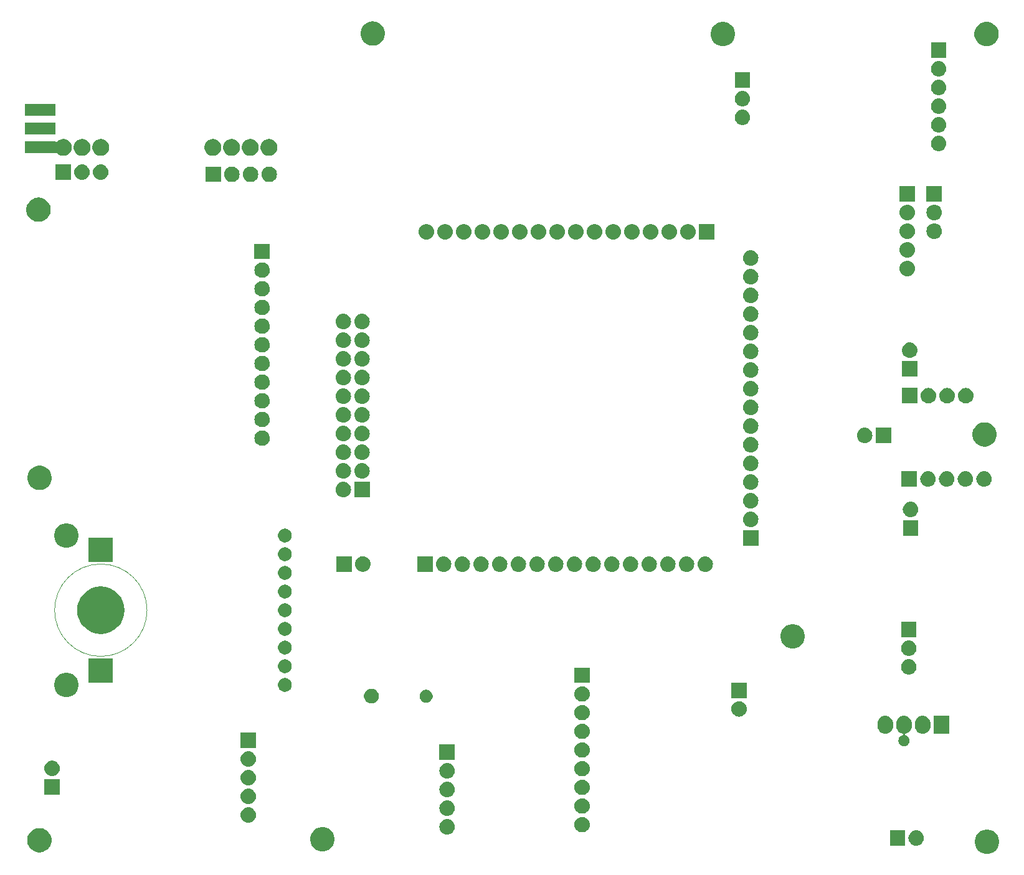
<source format=gbr>
G04 #@! TF.GenerationSoftware,KiCad,Pcbnew,5.0.1-33cea8e~68~ubuntu16.04.1*
G04 #@! TF.CreationDate,2018-10-29T00:17:57-07:00*
G04 #@! TF.ProjectId,integrated-board-design-1,696E74656772617465642D626F617264,rev?*
G04 #@! TF.SameCoordinates,Original*
G04 #@! TF.FileFunction,Soldermask,Bot*
G04 #@! TF.FilePolarity,Negative*
%FSLAX46Y46*%
G04 Gerber Fmt 4.6, Leading zero omitted, Abs format (unit mm)*
G04 Created by KiCad (PCBNEW 5.0.1-33cea8e~68~ubuntu16.04.1) date Mon 29 Oct 2018 12:17:57 AM PDT*
%MOMM*%
%LPD*%
G01*
G04 APERTURE LIST*
%ADD10C,0.100000*%
G04 APERTURE END LIST*
D10*
G04 #@! TO.C,B1*
X75508130Y-108656309D02*
G75*
G03X75508130Y-108656309I-6282115J0D01*
G01*
G36*
X189917323Y-138515060D02*
X190156521Y-138562639D01*
X190456947Y-138687080D01*
X190727324Y-138867740D01*
X190957260Y-139097676D01*
X191137920Y-139368053D01*
X191262361Y-139668479D01*
X191325800Y-139987410D01*
X191325800Y-140312590D01*
X191262361Y-140631521D01*
X191137920Y-140931947D01*
X190957260Y-141202324D01*
X190727324Y-141432260D01*
X190456947Y-141612920D01*
X190156521Y-141737361D01*
X189917323Y-141784940D01*
X189837591Y-141800800D01*
X189512409Y-141800800D01*
X189432677Y-141784940D01*
X189193479Y-141737361D01*
X188893053Y-141612920D01*
X188622676Y-141432260D01*
X188392740Y-141202324D01*
X188212080Y-140931947D01*
X188087639Y-140631521D01*
X188024200Y-140312590D01*
X188024200Y-139987410D01*
X188087639Y-139668479D01*
X188212080Y-139368053D01*
X188392740Y-139097676D01*
X188622676Y-138867740D01*
X188893053Y-138687080D01*
X189193479Y-138562639D01*
X189432677Y-138515060D01*
X189512409Y-138499200D01*
X189837591Y-138499200D01*
X189917323Y-138515060D01*
X189917323Y-138515060D01*
G37*
G36*
X61117323Y-138315060D02*
X61356521Y-138362639D01*
X61656947Y-138487080D01*
X61927324Y-138667740D01*
X62157260Y-138897676D01*
X62337920Y-139168053D01*
X62462361Y-139468479D01*
X62525800Y-139787410D01*
X62525800Y-140112590D01*
X62462361Y-140431521D01*
X62337920Y-140731947D01*
X62157260Y-141002324D01*
X61927324Y-141232260D01*
X61656947Y-141412920D01*
X61356521Y-141537361D01*
X61117323Y-141584940D01*
X61037591Y-141600800D01*
X60712409Y-141600800D01*
X60632677Y-141584940D01*
X60393479Y-141537361D01*
X60093053Y-141412920D01*
X59822676Y-141232260D01*
X59592740Y-141002324D01*
X59412080Y-140731947D01*
X59287639Y-140431521D01*
X59224200Y-140112590D01*
X59224200Y-139787410D01*
X59287639Y-139468479D01*
X59412080Y-139168053D01*
X59592740Y-138897676D01*
X59822676Y-138667740D01*
X60093053Y-138487080D01*
X60393479Y-138362639D01*
X60632677Y-138315060D01*
X60712409Y-138299200D01*
X61037591Y-138299200D01*
X61117323Y-138315060D01*
X61117323Y-138315060D01*
G37*
G36*
X99592323Y-138165060D02*
X99831521Y-138212639D01*
X100131947Y-138337080D01*
X100402324Y-138517740D01*
X100632260Y-138747676D01*
X100812920Y-139018053D01*
X100937361Y-139318479D01*
X101000800Y-139637410D01*
X101000800Y-139962590D01*
X100937361Y-140281521D01*
X100812920Y-140581947D01*
X100632260Y-140852324D01*
X100402324Y-141082260D01*
X100131947Y-141262920D01*
X99831521Y-141387361D01*
X99605807Y-141432258D01*
X99512591Y-141450800D01*
X99187409Y-141450800D01*
X99094193Y-141432258D01*
X98868479Y-141387361D01*
X98568053Y-141262920D01*
X98297676Y-141082260D01*
X98067740Y-140852324D01*
X97887080Y-140581947D01*
X97762639Y-140281521D01*
X97699200Y-139962590D01*
X97699200Y-139637410D01*
X97762639Y-139318479D01*
X97887080Y-139018053D01*
X98067740Y-138747676D01*
X98297676Y-138517740D01*
X98568053Y-138337080D01*
X98868479Y-138212639D01*
X99107677Y-138165060D01*
X99187409Y-138149200D01*
X99512591Y-138149200D01*
X99592323Y-138165060D01*
X99592323Y-138165060D01*
G37*
G36*
X180187910Y-138605665D02*
X180265039Y-138613261D01*
X180396990Y-138653288D01*
X180462966Y-138673301D01*
X180645375Y-138770801D01*
X180805257Y-138902014D01*
X180936470Y-139061896D01*
X181033970Y-139244305D01*
X181033970Y-139244306D01*
X181094010Y-139442232D01*
X181114283Y-139648068D01*
X181094010Y-139853904D01*
X181061040Y-139962591D01*
X181033970Y-140051831D01*
X180936470Y-140234240D01*
X180805257Y-140394122D01*
X180645375Y-140525335D01*
X180462966Y-140622835D01*
X180396990Y-140642848D01*
X180265039Y-140682875D01*
X180187910Y-140690471D01*
X180110783Y-140698068D01*
X180007623Y-140698068D01*
X179930496Y-140690471D01*
X179853367Y-140682875D01*
X179721416Y-140642848D01*
X179655440Y-140622835D01*
X179473031Y-140525335D01*
X179313149Y-140394122D01*
X179181936Y-140234240D01*
X179084436Y-140051831D01*
X179057366Y-139962591D01*
X179024396Y-139853904D01*
X179004123Y-139648068D01*
X179024396Y-139442232D01*
X179084436Y-139244306D01*
X179084436Y-139244305D01*
X179181936Y-139061896D01*
X179313149Y-138902014D01*
X179473031Y-138770801D01*
X179655440Y-138673301D01*
X179721416Y-138653288D01*
X179853367Y-138613261D01*
X179930496Y-138605665D01*
X180007623Y-138598068D01*
X180110783Y-138598068D01*
X180187910Y-138605665D01*
X180187910Y-138605665D01*
G37*
G36*
X178569203Y-140698068D02*
X176469203Y-140698068D01*
X176469203Y-138598068D01*
X178569203Y-138598068D01*
X178569203Y-140698068D01*
X178569203Y-140698068D01*
G37*
G36*
X116428787Y-137087157D02*
X116505916Y-137094753D01*
X116637867Y-137134780D01*
X116703843Y-137154793D01*
X116886252Y-137252293D01*
X117046134Y-137383506D01*
X117177347Y-137543388D01*
X117274847Y-137725797D01*
X117274847Y-137725798D01*
X117334887Y-137923724D01*
X117355160Y-138129560D01*
X117334887Y-138335396D01*
X117309122Y-138420332D01*
X117274847Y-138533323D01*
X117177347Y-138715732D01*
X117046134Y-138875614D01*
X116886252Y-139006827D01*
X116703843Y-139104327D01*
X116637867Y-139124340D01*
X116505916Y-139164367D01*
X116428787Y-139171963D01*
X116351660Y-139179560D01*
X116248500Y-139179560D01*
X116171373Y-139171963D01*
X116094244Y-139164367D01*
X115962293Y-139124340D01*
X115896317Y-139104327D01*
X115713908Y-139006827D01*
X115554026Y-138875614D01*
X115422813Y-138715732D01*
X115325313Y-138533323D01*
X115291038Y-138420332D01*
X115265273Y-138335396D01*
X115245000Y-138129560D01*
X115265273Y-137923724D01*
X115325313Y-137725798D01*
X115325313Y-137725797D01*
X115422813Y-137543388D01*
X115554026Y-137383506D01*
X115713908Y-137252293D01*
X115896317Y-137154793D01*
X115962293Y-137134780D01*
X116094244Y-137094753D01*
X116171373Y-137087157D01*
X116248500Y-137079560D01*
X116351660Y-137079560D01*
X116428787Y-137087157D01*
X116428787Y-137087157D01*
G37*
G36*
X134777008Y-136791757D02*
X134854137Y-136799354D01*
X134986088Y-136839381D01*
X135052064Y-136859394D01*
X135234473Y-136956894D01*
X135394355Y-137088107D01*
X135525568Y-137247989D01*
X135623068Y-137430398D01*
X135623068Y-137430399D01*
X135683108Y-137628325D01*
X135703381Y-137834161D01*
X135683108Y-138039997D01*
X135655939Y-138129560D01*
X135623068Y-138237924D01*
X135525568Y-138420333D01*
X135394355Y-138580215D01*
X135234473Y-138711428D01*
X135052064Y-138808928D01*
X134986088Y-138828941D01*
X134854137Y-138868968D01*
X134777008Y-138876564D01*
X134699881Y-138884161D01*
X134596721Y-138884161D01*
X134519594Y-138876564D01*
X134442465Y-138868968D01*
X134310514Y-138828941D01*
X134244538Y-138808928D01*
X134062129Y-138711428D01*
X133902247Y-138580215D01*
X133771034Y-138420333D01*
X133673534Y-138237924D01*
X133640663Y-138129560D01*
X133613494Y-138039997D01*
X133593221Y-137834161D01*
X133613494Y-137628325D01*
X133673534Y-137430399D01*
X133673534Y-137430398D01*
X133771034Y-137247989D01*
X133902247Y-137088107D01*
X134062129Y-136956894D01*
X134244538Y-136859394D01*
X134310514Y-136839381D01*
X134442465Y-136799354D01*
X134519594Y-136791757D01*
X134596721Y-136784161D01*
X134699881Y-136784161D01*
X134777008Y-136791757D01*
X134777008Y-136791757D01*
G37*
G36*
X89398707Y-135472597D02*
X89475836Y-135480193D01*
X89607787Y-135520220D01*
X89673763Y-135540233D01*
X89856172Y-135637733D01*
X90016054Y-135768946D01*
X90147267Y-135928828D01*
X90244767Y-136111237D01*
X90244767Y-136111238D01*
X90304807Y-136309164D01*
X90325080Y-136515000D01*
X90304807Y-136720836D01*
X90280989Y-136799354D01*
X90244767Y-136918763D01*
X90147267Y-137101172D01*
X90016054Y-137261054D01*
X89856172Y-137392267D01*
X89673763Y-137489767D01*
X89607787Y-137509780D01*
X89475836Y-137549807D01*
X89398707Y-137557403D01*
X89321580Y-137565000D01*
X89218420Y-137565000D01*
X89141293Y-137557403D01*
X89064164Y-137549807D01*
X88932213Y-137509780D01*
X88866237Y-137489767D01*
X88683828Y-137392267D01*
X88523946Y-137261054D01*
X88392733Y-137101172D01*
X88295233Y-136918763D01*
X88259011Y-136799354D01*
X88235193Y-136720836D01*
X88214920Y-136515000D01*
X88235193Y-136309164D01*
X88295233Y-136111238D01*
X88295233Y-136111237D01*
X88392733Y-135928828D01*
X88523946Y-135768946D01*
X88683828Y-135637733D01*
X88866237Y-135540233D01*
X88932213Y-135520220D01*
X89064164Y-135480193D01*
X89141293Y-135472597D01*
X89218420Y-135465000D01*
X89321580Y-135465000D01*
X89398707Y-135472597D01*
X89398707Y-135472597D01*
G37*
G36*
X116428787Y-134547157D02*
X116505916Y-134554753D01*
X116637867Y-134594780D01*
X116703843Y-134614793D01*
X116886252Y-134712293D01*
X117046134Y-134843506D01*
X117177347Y-135003388D01*
X117274847Y-135185797D01*
X117274847Y-135185798D01*
X117334887Y-135383724D01*
X117355160Y-135589560D01*
X117334887Y-135795396D01*
X117309122Y-135880332D01*
X117274847Y-135993323D01*
X117177347Y-136175732D01*
X117046134Y-136335614D01*
X116886252Y-136466827D01*
X116703843Y-136564327D01*
X116637867Y-136584340D01*
X116505916Y-136624367D01*
X116428787Y-136631963D01*
X116351660Y-136639560D01*
X116248500Y-136639560D01*
X116171373Y-136631963D01*
X116094244Y-136624367D01*
X115962293Y-136584340D01*
X115896317Y-136564327D01*
X115713908Y-136466827D01*
X115554026Y-136335614D01*
X115422813Y-136175732D01*
X115325313Y-135993323D01*
X115291038Y-135880332D01*
X115265273Y-135795396D01*
X115245000Y-135589560D01*
X115265273Y-135383724D01*
X115325313Y-135185798D01*
X115325313Y-135185797D01*
X115422813Y-135003388D01*
X115554026Y-134843506D01*
X115713908Y-134712293D01*
X115896317Y-134614793D01*
X115962293Y-134594780D01*
X116094244Y-134554753D01*
X116171373Y-134547157D01*
X116248500Y-134539560D01*
X116351660Y-134539560D01*
X116428787Y-134547157D01*
X116428787Y-134547157D01*
G37*
G36*
X134777008Y-134251758D02*
X134854137Y-134259354D01*
X134986088Y-134299381D01*
X135052064Y-134319394D01*
X135234473Y-134416894D01*
X135394355Y-134548107D01*
X135525568Y-134707989D01*
X135623068Y-134890398D01*
X135623068Y-134890399D01*
X135683108Y-135088325D01*
X135703381Y-135294161D01*
X135683108Y-135499997D01*
X135655939Y-135589560D01*
X135623068Y-135697924D01*
X135525568Y-135880333D01*
X135394355Y-136040215D01*
X135234473Y-136171428D01*
X135052064Y-136268928D01*
X134986088Y-136288941D01*
X134854137Y-136328968D01*
X134777008Y-136336565D01*
X134699881Y-136344161D01*
X134596721Y-136344161D01*
X134519594Y-136336565D01*
X134442465Y-136328968D01*
X134310514Y-136288941D01*
X134244538Y-136268928D01*
X134062129Y-136171428D01*
X133902247Y-136040215D01*
X133771034Y-135880333D01*
X133673534Y-135697924D01*
X133640663Y-135589560D01*
X133613494Y-135499997D01*
X133593221Y-135294161D01*
X133613494Y-135088325D01*
X133673534Y-134890399D01*
X133673534Y-134890398D01*
X133771034Y-134707989D01*
X133902247Y-134548107D01*
X134062129Y-134416894D01*
X134244538Y-134319394D01*
X134310514Y-134299381D01*
X134442465Y-134259354D01*
X134519594Y-134251758D01*
X134596721Y-134244161D01*
X134699881Y-134244161D01*
X134777008Y-134251758D01*
X134777008Y-134251758D01*
G37*
G36*
X89398707Y-132932596D02*
X89475836Y-132940193D01*
X89607787Y-132980220D01*
X89673763Y-133000233D01*
X89856172Y-133097733D01*
X90016054Y-133228946D01*
X90147267Y-133388828D01*
X90244767Y-133571237D01*
X90244767Y-133571238D01*
X90304807Y-133769164D01*
X90325080Y-133975000D01*
X90304807Y-134180836D01*
X90280989Y-134259354D01*
X90244767Y-134378763D01*
X90147267Y-134561172D01*
X90016054Y-134721054D01*
X89856172Y-134852267D01*
X89673763Y-134949767D01*
X89607787Y-134969780D01*
X89475836Y-135009807D01*
X89398707Y-135017403D01*
X89321580Y-135025000D01*
X89218420Y-135025000D01*
X89141293Y-135017403D01*
X89064164Y-135009807D01*
X88932213Y-134969780D01*
X88866237Y-134949767D01*
X88683828Y-134852267D01*
X88523946Y-134721054D01*
X88392733Y-134561172D01*
X88295233Y-134378763D01*
X88259011Y-134259354D01*
X88235193Y-134180836D01*
X88214920Y-133975000D01*
X88235193Y-133769164D01*
X88295233Y-133571238D01*
X88295233Y-133571237D01*
X88392733Y-133388828D01*
X88523946Y-133228946D01*
X88683828Y-133097733D01*
X88866237Y-133000233D01*
X88932213Y-132980220D01*
X89064164Y-132940193D01*
X89141293Y-132932596D01*
X89218420Y-132925000D01*
X89321580Y-132925000D01*
X89398707Y-132932596D01*
X89398707Y-132932596D01*
G37*
G36*
X116428787Y-132007156D02*
X116505916Y-132014753D01*
X116637867Y-132054780D01*
X116703843Y-132074793D01*
X116886252Y-132172293D01*
X117046134Y-132303506D01*
X117177347Y-132463388D01*
X117274847Y-132645797D01*
X117274847Y-132645798D01*
X117334887Y-132843724D01*
X117355160Y-133049560D01*
X117334887Y-133255396D01*
X117309122Y-133340332D01*
X117274847Y-133453323D01*
X117177347Y-133635732D01*
X117046134Y-133795614D01*
X116886252Y-133926827D01*
X116703843Y-134024327D01*
X116637867Y-134044340D01*
X116505916Y-134084367D01*
X116428787Y-134091964D01*
X116351660Y-134099560D01*
X116248500Y-134099560D01*
X116171373Y-134091964D01*
X116094244Y-134084367D01*
X115962293Y-134044340D01*
X115896317Y-134024327D01*
X115713908Y-133926827D01*
X115554026Y-133795614D01*
X115422813Y-133635732D01*
X115325313Y-133453323D01*
X115291038Y-133340332D01*
X115265273Y-133255396D01*
X115245000Y-133049560D01*
X115265273Y-132843724D01*
X115325313Y-132645798D01*
X115325313Y-132645797D01*
X115422813Y-132463388D01*
X115554026Y-132303506D01*
X115713908Y-132172293D01*
X115896317Y-132074793D01*
X115962293Y-132054780D01*
X116094244Y-132014753D01*
X116171373Y-132007156D01*
X116248500Y-131999560D01*
X116351660Y-131999560D01*
X116428787Y-132007156D01*
X116428787Y-132007156D01*
G37*
G36*
X134777008Y-131711757D02*
X134854137Y-131719354D01*
X134986088Y-131759381D01*
X135052064Y-131779394D01*
X135234473Y-131876894D01*
X135394355Y-132008107D01*
X135525568Y-132167989D01*
X135623068Y-132350398D01*
X135623068Y-132350399D01*
X135683108Y-132548325D01*
X135703381Y-132754161D01*
X135683108Y-132959997D01*
X135655939Y-133049560D01*
X135623068Y-133157924D01*
X135525568Y-133340333D01*
X135394355Y-133500215D01*
X135234473Y-133631428D01*
X135052064Y-133728928D01*
X134986088Y-133748941D01*
X134854137Y-133788968D01*
X134777008Y-133796565D01*
X134699881Y-133804161D01*
X134596721Y-133804161D01*
X134519594Y-133796565D01*
X134442465Y-133788968D01*
X134310514Y-133748941D01*
X134244538Y-133728928D01*
X134062129Y-133631428D01*
X133902247Y-133500215D01*
X133771034Y-133340333D01*
X133673534Y-133157924D01*
X133640663Y-133049560D01*
X133613494Y-132959997D01*
X133593221Y-132754161D01*
X133613494Y-132548325D01*
X133673534Y-132350399D01*
X133673534Y-132350398D01*
X133771034Y-132167989D01*
X133902247Y-132008107D01*
X134062129Y-131876894D01*
X134244538Y-131779394D01*
X134310514Y-131759381D01*
X134442465Y-131719354D01*
X134519594Y-131711757D01*
X134596721Y-131704161D01*
X134699881Y-131704161D01*
X134777008Y-131711757D01*
X134777008Y-131711757D01*
G37*
G36*
X63650000Y-133755000D02*
X61550000Y-133755000D01*
X61550000Y-131655000D01*
X63650000Y-131655000D01*
X63650000Y-133755000D01*
X63650000Y-133755000D01*
G37*
G36*
X89398707Y-130392597D02*
X89475836Y-130400193D01*
X89607787Y-130440220D01*
X89673763Y-130460233D01*
X89856172Y-130557733D01*
X90016054Y-130688946D01*
X90147267Y-130848828D01*
X90244767Y-131031237D01*
X90244767Y-131031238D01*
X90304807Y-131229164D01*
X90325080Y-131435000D01*
X90304807Y-131640836D01*
X90280989Y-131719354D01*
X90244767Y-131838763D01*
X90147267Y-132021172D01*
X90016054Y-132181054D01*
X89856172Y-132312267D01*
X89673763Y-132409767D01*
X89607787Y-132429780D01*
X89475836Y-132469807D01*
X89398707Y-132477404D01*
X89321580Y-132485000D01*
X89218420Y-132485000D01*
X89141293Y-132477404D01*
X89064164Y-132469807D01*
X88932213Y-132429780D01*
X88866237Y-132409767D01*
X88683828Y-132312267D01*
X88523946Y-132181054D01*
X88392733Y-132021172D01*
X88295233Y-131838763D01*
X88259011Y-131719354D01*
X88235193Y-131640836D01*
X88214920Y-131435000D01*
X88235193Y-131229164D01*
X88295233Y-131031238D01*
X88295233Y-131031237D01*
X88392733Y-130848828D01*
X88523946Y-130688946D01*
X88683828Y-130557733D01*
X88866237Y-130460233D01*
X88932213Y-130440220D01*
X89064164Y-130400193D01*
X89141293Y-130392597D01*
X89218420Y-130385000D01*
X89321580Y-130385000D01*
X89398707Y-130392597D01*
X89398707Y-130392597D01*
G37*
G36*
X116428787Y-129467156D02*
X116505916Y-129474753D01*
X116637867Y-129514780D01*
X116703843Y-129534793D01*
X116886252Y-129632293D01*
X117046134Y-129763506D01*
X117177347Y-129923388D01*
X117274847Y-130105797D01*
X117274847Y-130105798D01*
X117334887Y-130303724D01*
X117355160Y-130509560D01*
X117334887Y-130715396D01*
X117309122Y-130800332D01*
X117274847Y-130913323D01*
X117177347Y-131095732D01*
X117046134Y-131255614D01*
X116886252Y-131386827D01*
X116703843Y-131484327D01*
X116637867Y-131504340D01*
X116505916Y-131544367D01*
X116428787Y-131551964D01*
X116351660Y-131559560D01*
X116248500Y-131559560D01*
X116171373Y-131551964D01*
X116094244Y-131544367D01*
X115962293Y-131504340D01*
X115896317Y-131484327D01*
X115713908Y-131386827D01*
X115554026Y-131255614D01*
X115422813Y-131095732D01*
X115325313Y-130913323D01*
X115291038Y-130800332D01*
X115265273Y-130715396D01*
X115245000Y-130509560D01*
X115265273Y-130303724D01*
X115325313Y-130105798D01*
X115325313Y-130105797D01*
X115422813Y-129923388D01*
X115554026Y-129763506D01*
X115713908Y-129632293D01*
X115896317Y-129534793D01*
X115962293Y-129514780D01*
X116094244Y-129474753D01*
X116171373Y-129467156D01*
X116248500Y-129459560D01*
X116351660Y-129459560D01*
X116428787Y-129467156D01*
X116428787Y-129467156D01*
G37*
G36*
X134777008Y-129171757D02*
X134854137Y-129179354D01*
X134986088Y-129219381D01*
X135052064Y-129239394D01*
X135234473Y-129336894D01*
X135394355Y-129468107D01*
X135525568Y-129627989D01*
X135623068Y-129810398D01*
X135623068Y-129810399D01*
X135683108Y-130008325D01*
X135703381Y-130214161D01*
X135683108Y-130419997D01*
X135655939Y-130509560D01*
X135623068Y-130617924D01*
X135525568Y-130800333D01*
X135394355Y-130960215D01*
X135234473Y-131091428D01*
X135052064Y-131188928D01*
X135016200Y-131199807D01*
X134854137Y-131248968D01*
X134777008Y-131256565D01*
X134699881Y-131264161D01*
X134596721Y-131264161D01*
X134519594Y-131256565D01*
X134442465Y-131248968D01*
X134280402Y-131199807D01*
X134244538Y-131188928D01*
X134062129Y-131091428D01*
X133902247Y-130960215D01*
X133771034Y-130800333D01*
X133673534Y-130617924D01*
X133640663Y-130509560D01*
X133613494Y-130419997D01*
X133593221Y-130214161D01*
X133613494Y-130008325D01*
X133673534Y-129810399D01*
X133673534Y-129810398D01*
X133771034Y-129627989D01*
X133902247Y-129468107D01*
X134062129Y-129336894D01*
X134244538Y-129239394D01*
X134310514Y-129219381D01*
X134442465Y-129179354D01*
X134519594Y-129171757D01*
X134596721Y-129164161D01*
X134699881Y-129164161D01*
X134777008Y-129171757D01*
X134777008Y-129171757D01*
G37*
G36*
X62728707Y-129122596D02*
X62805836Y-129130193D01*
X62917814Y-129164161D01*
X63003763Y-129190233D01*
X63186172Y-129287733D01*
X63346054Y-129418946D01*
X63477267Y-129578828D01*
X63574767Y-129761237D01*
X63589680Y-129810399D01*
X63634807Y-129959164D01*
X63655080Y-130165000D01*
X63634807Y-130370836D01*
X63619894Y-130419997D01*
X63574767Y-130568763D01*
X63477267Y-130751172D01*
X63346054Y-130911054D01*
X63186172Y-131042267D01*
X63003763Y-131139767D01*
X62937787Y-131159780D01*
X62805836Y-131199807D01*
X62728707Y-131207403D01*
X62651580Y-131215000D01*
X62548420Y-131215000D01*
X62471293Y-131207403D01*
X62394164Y-131199807D01*
X62262213Y-131159780D01*
X62196237Y-131139767D01*
X62013828Y-131042267D01*
X61853946Y-130911054D01*
X61722733Y-130751172D01*
X61625233Y-130568763D01*
X61580106Y-130419997D01*
X61565193Y-130370836D01*
X61544920Y-130165000D01*
X61565193Y-129959164D01*
X61610320Y-129810399D01*
X61625233Y-129761237D01*
X61722733Y-129578828D01*
X61853946Y-129418946D01*
X62013828Y-129287733D01*
X62196237Y-129190233D01*
X62282186Y-129164161D01*
X62394164Y-129130193D01*
X62471293Y-129122596D01*
X62548420Y-129115000D01*
X62651580Y-129115000D01*
X62728707Y-129122596D01*
X62728707Y-129122596D01*
G37*
G36*
X89398707Y-127852597D02*
X89475836Y-127860193D01*
X89607787Y-127900220D01*
X89673763Y-127920233D01*
X89856172Y-128017733D01*
X90016054Y-128148946D01*
X90147267Y-128308828D01*
X90244767Y-128491237D01*
X90244767Y-128491238D01*
X90304807Y-128689164D01*
X90325080Y-128895000D01*
X90304807Y-129100836D01*
X90280989Y-129179354D01*
X90244767Y-129298763D01*
X90147267Y-129481172D01*
X90016054Y-129641054D01*
X89856172Y-129772267D01*
X89673763Y-129869767D01*
X89607787Y-129889780D01*
X89475836Y-129929807D01*
X89398707Y-129937403D01*
X89321580Y-129945000D01*
X89218420Y-129945000D01*
X89141293Y-129937403D01*
X89064164Y-129929807D01*
X88932213Y-129889780D01*
X88866237Y-129869767D01*
X88683828Y-129772267D01*
X88523946Y-129641054D01*
X88392733Y-129481172D01*
X88295233Y-129298763D01*
X88259011Y-129179354D01*
X88235193Y-129100836D01*
X88214920Y-128895000D01*
X88235193Y-128689164D01*
X88295233Y-128491238D01*
X88295233Y-128491237D01*
X88392733Y-128308828D01*
X88523946Y-128148946D01*
X88683828Y-128017733D01*
X88866237Y-127920233D01*
X88932213Y-127900220D01*
X89064164Y-127860193D01*
X89141293Y-127852597D01*
X89218420Y-127845000D01*
X89321580Y-127845000D01*
X89398707Y-127852597D01*
X89398707Y-127852597D01*
G37*
G36*
X117350080Y-129019560D02*
X115250080Y-129019560D01*
X115250080Y-126919560D01*
X117350080Y-126919560D01*
X117350080Y-129019560D01*
X117350080Y-129019560D01*
G37*
G36*
X134777008Y-126631758D02*
X134854137Y-126639354D01*
X134986088Y-126679381D01*
X135052064Y-126699394D01*
X135234473Y-126796894D01*
X135394355Y-126928107D01*
X135525568Y-127087989D01*
X135623068Y-127270398D01*
X135623068Y-127270399D01*
X135683108Y-127468325D01*
X135703381Y-127674161D01*
X135683108Y-127879997D01*
X135643081Y-128011948D01*
X135623068Y-128077924D01*
X135525568Y-128260333D01*
X135394355Y-128420215D01*
X135234473Y-128551428D01*
X135052064Y-128648928D01*
X134986088Y-128668941D01*
X134854137Y-128708968D01*
X134777008Y-128716564D01*
X134699881Y-128724161D01*
X134596721Y-128724161D01*
X134519594Y-128716564D01*
X134442465Y-128708968D01*
X134310514Y-128668941D01*
X134244538Y-128648928D01*
X134062129Y-128551428D01*
X133902247Y-128420215D01*
X133771034Y-128260333D01*
X133673534Y-128077924D01*
X133653521Y-128011948D01*
X133613494Y-127879997D01*
X133593221Y-127674161D01*
X133613494Y-127468325D01*
X133673534Y-127270399D01*
X133673534Y-127270398D01*
X133771034Y-127087989D01*
X133902247Y-126928107D01*
X134062129Y-126796894D01*
X134244538Y-126699394D01*
X134310514Y-126679381D01*
X134442465Y-126639354D01*
X134519594Y-126631758D01*
X134596721Y-126624161D01*
X134699881Y-126624161D01*
X134777008Y-126631758D01*
X134777008Y-126631758D01*
G37*
G36*
X90320000Y-127405000D02*
X88220000Y-127405000D01*
X88220000Y-125305000D01*
X90320000Y-125305000D01*
X90320000Y-127405000D01*
X90320000Y-127405000D01*
G37*
G36*
X178573623Y-123045094D02*
X178607981Y-123048478D01*
X178741815Y-123089077D01*
X178808733Y-123109376D01*
X178993748Y-123208268D01*
X179155915Y-123341356D01*
X179289003Y-123503523D01*
X179387895Y-123688539D01*
X179408194Y-123755457D01*
X179448793Y-123889291D01*
X179448793Y-123889293D01*
X179464203Y-124045751D01*
X179464203Y-124450386D01*
X179454590Y-124547989D01*
X179448793Y-124606846D01*
X179411313Y-124730398D01*
X179387895Y-124807598D01*
X179289003Y-124992613D01*
X179155915Y-125154780D01*
X178993748Y-125287868D01*
X178808732Y-125386760D01*
X178739019Y-125407907D01*
X178613162Y-125446086D01*
X178590523Y-125455463D01*
X178570148Y-125469077D01*
X178552821Y-125486404D01*
X178539208Y-125506779D01*
X178529830Y-125529418D01*
X178525050Y-125553451D01*
X178525050Y-125577956D01*
X178529831Y-125601989D01*
X178539208Y-125624628D01*
X178552822Y-125645003D01*
X178570149Y-125662330D01*
X178590524Y-125675943D01*
X178613163Y-125685321D01*
X178615739Y-125685966D01*
X178754460Y-125743426D01*
X178877303Y-125825507D01*
X178981764Y-125929968D01*
X179063845Y-126052811D01*
X179087089Y-126108928D01*
X179111959Y-126168968D01*
X179120381Y-126189302D01*
X179149203Y-126334198D01*
X179149203Y-126481938D01*
X179120381Y-126626834D01*
X179063845Y-126763325D01*
X178981764Y-126886168D01*
X178877303Y-126990629D01*
X178754460Y-127072710D01*
X178674506Y-127105828D01*
X178617970Y-127129246D01*
X178545521Y-127143657D01*
X178473073Y-127158068D01*
X178325333Y-127158068D01*
X178252885Y-127143657D01*
X178180436Y-127129246D01*
X178123900Y-127105828D01*
X178043946Y-127072710D01*
X177921103Y-126990629D01*
X177816642Y-126886168D01*
X177734561Y-126763325D01*
X177678025Y-126626834D01*
X177649203Y-126481938D01*
X177649203Y-126334198D01*
X177678025Y-126189302D01*
X177686448Y-126168968D01*
X177711317Y-126108928D01*
X177734561Y-126052811D01*
X177816642Y-125929968D01*
X177921103Y-125825507D01*
X178043946Y-125743426D01*
X178136744Y-125704988D01*
X178180436Y-125686890D01*
X178180437Y-125686890D01*
X178187112Y-125684125D01*
X178196789Y-125681190D01*
X178218401Y-125669639D01*
X178237343Y-125654094D01*
X178252889Y-125635153D01*
X178264441Y-125613542D01*
X178271555Y-125590094D01*
X178273958Y-125565707D01*
X178271557Y-125541321D01*
X178264445Y-125517872D01*
X178252894Y-125496260D01*
X178237349Y-125477318D01*
X178218408Y-125461772D01*
X178196797Y-125450220D01*
X178185244Y-125446086D01*
X178098000Y-125419621D01*
X177989673Y-125386760D01*
X177804658Y-125287868D01*
X177642491Y-125154780D01*
X177509403Y-124992613D01*
X177410511Y-124807597D01*
X177387093Y-124730398D01*
X177349613Y-124606845D01*
X177343816Y-124547989D01*
X177334203Y-124450385D01*
X177334203Y-124045750D01*
X177349613Y-123889292D01*
X177349613Y-123889290D01*
X177373972Y-123808990D01*
X177410511Y-123688538D01*
X177509403Y-123503523D01*
X177642492Y-123341356D01*
X177804659Y-123208268D01*
X177989674Y-123109376D01*
X178056592Y-123089077D01*
X178190426Y-123048478D01*
X178224784Y-123045094D01*
X178399203Y-123027915D01*
X178573623Y-123045094D01*
X178573623Y-123045094D01*
G37*
G36*
X134777008Y-124091758D02*
X134854137Y-124099354D01*
X134986088Y-124139381D01*
X135052064Y-124159394D01*
X135234473Y-124256894D01*
X135394355Y-124388107D01*
X135525568Y-124547989D01*
X135623068Y-124730398D01*
X135623068Y-124730399D01*
X135683108Y-124928325D01*
X135703381Y-125134161D01*
X135683108Y-125339997D01*
X135650926Y-125446086D01*
X135623068Y-125537924D01*
X135525568Y-125720333D01*
X135394355Y-125880215D01*
X135234473Y-126011428D01*
X135052064Y-126108928D01*
X134986088Y-126128941D01*
X134854137Y-126168968D01*
X134777008Y-126176565D01*
X134699881Y-126184161D01*
X134596721Y-126184161D01*
X134519594Y-126176565D01*
X134442465Y-126168968D01*
X134310514Y-126128941D01*
X134244538Y-126108928D01*
X134062129Y-126011428D01*
X133902247Y-125880215D01*
X133771034Y-125720333D01*
X133673534Y-125537924D01*
X133645676Y-125446086D01*
X133613494Y-125339997D01*
X133593221Y-125134161D01*
X133613494Y-124928325D01*
X133673534Y-124730399D01*
X133673534Y-124730398D01*
X133771034Y-124547989D01*
X133902247Y-124388107D01*
X134062129Y-124256894D01*
X134244538Y-124159394D01*
X134310514Y-124139381D01*
X134442465Y-124099354D01*
X134519594Y-124091758D01*
X134596721Y-124084161D01*
X134699881Y-124084161D01*
X134777008Y-124091758D01*
X134777008Y-124091758D01*
G37*
G36*
X176033623Y-123045094D02*
X176067981Y-123048478D01*
X176201815Y-123089077D01*
X176268733Y-123109376D01*
X176453748Y-123208268D01*
X176615915Y-123341356D01*
X176749003Y-123503523D01*
X176847895Y-123688539D01*
X176868194Y-123755457D01*
X176908793Y-123889291D01*
X176908793Y-123889293D01*
X176924203Y-124045751D01*
X176924203Y-124450386D01*
X176914590Y-124547989D01*
X176908793Y-124606846D01*
X176871313Y-124730398D01*
X176847895Y-124807598D01*
X176749003Y-124992613D01*
X176615915Y-125154780D01*
X176453748Y-125287868D01*
X176268732Y-125386760D01*
X176201814Y-125407059D01*
X176067980Y-125447658D01*
X176033622Y-125451042D01*
X175859203Y-125468221D01*
X175684783Y-125451042D01*
X175650425Y-125447658D01*
X175516591Y-125407059D01*
X175449673Y-125386760D01*
X175264658Y-125287868D01*
X175102491Y-125154780D01*
X174969403Y-124992613D01*
X174870511Y-124807597D01*
X174847093Y-124730398D01*
X174809613Y-124606845D01*
X174803816Y-124547989D01*
X174794203Y-124450385D01*
X174794203Y-124045750D01*
X174809613Y-123889292D01*
X174809613Y-123889290D01*
X174833972Y-123808990D01*
X174870511Y-123688538D01*
X174969403Y-123503523D01*
X175102492Y-123341356D01*
X175264659Y-123208268D01*
X175449674Y-123109376D01*
X175516592Y-123089077D01*
X175650426Y-123048478D01*
X175684784Y-123045094D01*
X175859203Y-123027915D01*
X176033623Y-123045094D01*
X176033623Y-123045094D01*
G37*
G36*
X181113623Y-123045094D02*
X181147981Y-123048478D01*
X181281815Y-123089077D01*
X181348733Y-123109376D01*
X181533748Y-123208268D01*
X181695915Y-123341356D01*
X181829003Y-123503523D01*
X181927895Y-123688539D01*
X181948194Y-123755457D01*
X181988793Y-123889291D01*
X181988793Y-123889293D01*
X182004203Y-124045751D01*
X182004203Y-124450386D01*
X181994590Y-124547989D01*
X181988793Y-124606846D01*
X181951313Y-124730398D01*
X181927895Y-124807598D01*
X181829003Y-124992613D01*
X181695915Y-125154780D01*
X181533748Y-125287868D01*
X181348732Y-125386760D01*
X181281814Y-125407059D01*
X181147980Y-125447658D01*
X181113622Y-125451042D01*
X180939203Y-125468221D01*
X180764783Y-125451042D01*
X180730425Y-125447658D01*
X180596591Y-125407059D01*
X180529673Y-125386760D01*
X180344658Y-125287868D01*
X180182491Y-125154780D01*
X180049403Y-124992613D01*
X179950511Y-124807597D01*
X179927093Y-124730398D01*
X179889613Y-124606845D01*
X179883816Y-124547989D01*
X179874203Y-124450385D01*
X179874203Y-124045750D01*
X179889613Y-123889292D01*
X179889613Y-123889290D01*
X179913972Y-123808990D01*
X179950511Y-123688538D01*
X180049403Y-123503523D01*
X180182492Y-123341356D01*
X180344659Y-123208268D01*
X180529674Y-123109376D01*
X180596592Y-123089077D01*
X180730426Y-123048478D01*
X180764784Y-123045094D01*
X180939203Y-123027915D01*
X181113623Y-123045094D01*
X181113623Y-123045094D01*
G37*
G36*
X184544203Y-125463068D02*
X182414203Y-125463068D01*
X182414203Y-123033068D01*
X184544203Y-123033068D01*
X184544203Y-125463068D01*
X184544203Y-125463068D01*
G37*
G36*
X134777008Y-121551757D02*
X134854137Y-121559354D01*
X134986088Y-121599381D01*
X135052064Y-121619394D01*
X135234473Y-121716894D01*
X135394355Y-121848107D01*
X135525568Y-122007989D01*
X135623068Y-122190398D01*
X135623068Y-122190399D01*
X135683108Y-122388325D01*
X135703381Y-122594161D01*
X135683108Y-122799997D01*
X135672425Y-122835214D01*
X135623068Y-122997924D01*
X135525568Y-123180333D01*
X135394355Y-123340215D01*
X135234473Y-123471428D01*
X135052064Y-123568928D01*
X134986088Y-123588941D01*
X134854137Y-123628968D01*
X134777008Y-123636565D01*
X134699881Y-123644161D01*
X134596721Y-123644161D01*
X134519594Y-123636565D01*
X134442465Y-123628968D01*
X134310514Y-123588941D01*
X134244538Y-123568928D01*
X134062129Y-123471428D01*
X133902247Y-123340215D01*
X133771034Y-123180333D01*
X133673534Y-122997924D01*
X133624177Y-122835214D01*
X133613494Y-122799997D01*
X133593221Y-122594161D01*
X133613494Y-122388325D01*
X133673534Y-122190399D01*
X133673534Y-122190398D01*
X133771034Y-122007989D01*
X133902247Y-121848107D01*
X134062129Y-121716894D01*
X134244538Y-121619394D01*
X134310514Y-121599381D01*
X134442465Y-121559354D01*
X134519594Y-121551757D01*
X134596721Y-121544161D01*
X134699881Y-121544161D01*
X134777008Y-121551757D01*
X134777008Y-121551757D01*
G37*
G36*
X156112007Y-121046756D02*
X156189136Y-121054353D01*
X156321087Y-121094380D01*
X156387063Y-121114393D01*
X156569472Y-121211893D01*
X156729354Y-121343106D01*
X156860567Y-121502988D01*
X156958067Y-121685397D01*
X156958067Y-121685398D01*
X157018107Y-121883324D01*
X157038380Y-122089160D01*
X157018107Y-122294996D01*
X156989796Y-122388325D01*
X156958067Y-122492923D01*
X156860567Y-122675332D01*
X156729354Y-122835214D01*
X156569472Y-122966427D01*
X156387063Y-123063927D01*
X156321087Y-123083940D01*
X156189136Y-123123967D01*
X156112007Y-123131564D01*
X156034880Y-123139160D01*
X155931720Y-123139160D01*
X155854593Y-123131564D01*
X155777464Y-123123967D01*
X155645513Y-123083940D01*
X155579537Y-123063927D01*
X155397128Y-122966427D01*
X155237246Y-122835214D01*
X155106033Y-122675332D01*
X155008533Y-122492923D01*
X154976804Y-122388325D01*
X154948493Y-122294996D01*
X154928220Y-122089160D01*
X154948493Y-121883324D01*
X155008533Y-121685398D01*
X155008533Y-121685397D01*
X155106033Y-121502988D01*
X155237246Y-121343106D01*
X155397128Y-121211893D01*
X155579537Y-121114393D01*
X155645513Y-121094380D01*
X155777464Y-121054353D01*
X155854593Y-121046756D01*
X155931720Y-121039160D01*
X156034880Y-121039160D01*
X156112007Y-121046756D01*
X156112007Y-121046756D01*
G37*
G36*
X106175850Y-119364932D02*
X106291769Y-119387989D01*
X106473758Y-119463371D01*
X106637543Y-119572809D01*
X106776831Y-119712097D01*
X106886269Y-119875882D01*
X106961651Y-120057871D01*
X107000080Y-120251069D01*
X107000080Y-120448051D01*
X106961651Y-120641249D01*
X106886269Y-120823238D01*
X106776831Y-120987023D01*
X106637543Y-121126311D01*
X106473758Y-121235749D01*
X106291769Y-121311131D01*
X106175850Y-121334188D01*
X106098573Y-121349560D01*
X105901587Y-121349560D01*
X105824310Y-121334188D01*
X105708391Y-121311131D01*
X105526402Y-121235749D01*
X105362617Y-121126311D01*
X105223329Y-120987023D01*
X105113891Y-120823238D01*
X105038509Y-120641249D01*
X105000080Y-120448051D01*
X105000080Y-120251069D01*
X105038509Y-120057871D01*
X105113891Y-119875882D01*
X105223329Y-119712097D01*
X105362617Y-119572809D01*
X105526402Y-119463371D01*
X105708391Y-119387989D01*
X105824310Y-119364932D01*
X105901587Y-119349560D01*
X106098573Y-119349560D01*
X106175850Y-119364932D01*
X106175850Y-119364932D01*
G37*
G36*
X113705308Y-119508185D02*
X113864547Y-119574144D01*
X114007863Y-119669905D01*
X114129735Y-119791777D01*
X114225496Y-119935093D01*
X114291455Y-120094332D01*
X114325080Y-120263379D01*
X114325080Y-120435741D01*
X114291455Y-120604788D01*
X114225496Y-120764027D01*
X114129735Y-120907343D01*
X114007863Y-121029215D01*
X113864547Y-121124976D01*
X113705308Y-121190935D01*
X113536261Y-121224560D01*
X113363899Y-121224560D01*
X113194852Y-121190935D01*
X113035613Y-121124976D01*
X112892297Y-121029215D01*
X112770425Y-120907343D01*
X112674664Y-120764027D01*
X112608705Y-120604788D01*
X112575080Y-120435741D01*
X112575080Y-120263379D01*
X112608705Y-120094332D01*
X112674664Y-119935093D01*
X112770425Y-119791777D01*
X112892297Y-119669905D01*
X113035613Y-119574144D01*
X113194852Y-119508185D01*
X113363899Y-119474560D01*
X113536261Y-119474560D01*
X113705308Y-119508185D01*
X113705308Y-119508185D01*
G37*
G36*
X134777008Y-119011757D02*
X134854137Y-119019354D01*
X134986088Y-119059381D01*
X135052064Y-119079394D01*
X135234473Y-119176894D01*
X135394355Y-119308107D01*
X135525568Y-119467989D01*
X135623068Y-119650398D01*
X135628985Y-119669905D01*
X135683108Y-119848325D01*
X135703381Y-120054161D01*
X135683108Y-120259997D01*
X135677274Y-120279228D01*
X135623068Y-120457924D01*
X135525568Y-120640333D01*
X135394355Y-120800215D01*
X135234473Y-120931428D01*
X135052064Y-121028928D01*
X135018333Y-121039160D01*
X134854137Y-121088968D01*
X134777008Y-121096565D01*
X134699881Y-121104161D01*
X134596721Y-121104161D01*
X134519594Y-121096565D01*
X134442465Y-121088968D01*
X134278269Y-121039160D01*
X134244538Y-121028928D01*
X134062129Y-120931428D01*
X133902247Y-120800215D01*
X133771034Y-120640333D01*
X133673534Y-120457924D01*
X133619328Y-120279228D01*
X133613494Y-120259997D01*
X133593221Y-120054161D01*
X133613494Y-119848325D01*
X133667617Y-119669905D01*
X133673534Y-119650398D01*
X133771034Y-119467989D01*
X133902247Y-119308107D01*
X134062129Y-119176894D01*
X134244538Y-119079394D01*
X134310514Y-119059381D01*
X134442465Y-119019354D01*
X134519594Y-119011757D01*
X134596721Y-119004161D01*
X134699881Y-119004161D01*
X134777008Y-119011757D01*
X134777008Y-119011757D01*
G37*
G36*
X157033300Y-120599160D02*
X154933300Y-120599160D01*
X154933300Y-118499160D01*
X157033300Y-118499160D01*
X157033300Y-120599160D01*
X157033300Y-120599160D01*
G37*
G36*
X64762421Y-117179993D02*
X65008536Y-117228948D01*
X65308962Y-117353389D01*
X65579339Y-117534049D01*
X65809275Y-117763985D01*
X65989935Y-118034362D01*
X66114376Y-118334788D01*
X66177815Y-118653719D01*
X66177815Y-118978899D01*
X66114376Y-119297830D01*
X65989935Y-119598256D01*
X65809275Y-119868633D01*
X65579339Y-120098569D01*
X65308962Y-120279229D01*
X65008536Y-120403670D01*
X64769338Y-120451249D01*
X64689606Y-120467109D01*
X64364424Y-120467109D01*
X64284692Y-120451249D01*
X64045494Y-120403670D01*
X63745068Y-120279229D01*
X63474691Y-120098569D01*
X63244755Y-119868633D01*
X63064095Y-119598256D01*
X62939654Y-119297830D01*
X62876215Y-118978899D01*
X62876215Y-118653719D01*
X62939654Y-118334788D01*
X63064095Y-118034362D01*
X63244755Y-117763985D01*
X63474691Y-117534049D01*
X63745068Y-117353389D01*
X64045494Y-117228948D01*
X64291609Y-117179993D01*
X64364424Y-117165509D01*
X64689606Y-117165509D01*
X64762421Y-117179993D01*
X64762421Y-117179993D01*
G37*
G36*
X94428361Y-117894567D02*
X94519144Y-117912625D01*
X94690177Y-117983469D01*
X94690178Y-117983470D01*
X94844105Y-118086321D01*
X94975003Y-118217219D01*
X94975005Y-118217222D01*
X95077855Y-118371147D01*
X95148699Y-118542180D01*
X95184815Y-118723747D01*
X95184815Y-118908871D01*
X95148699Y-119090438D01*
X95077855Y-119261471D01*
X95018995Y-119349560D01*
X94975003Y-119415399D01*
X94844105Y-119546297D01*
X94844102Y-119546299D01*
X94690177Y-119649149D01*
X94519144Y-119719993D01*
X94428360Y-119738051D01*
X94337579Y-119756109D01*
X94152451Y-119756109D01*
X94061670Y-119738051D01*
X93970886Y-119719993D01*
X93799853Y-119649149D01*
X93645928Y-119546299D01*
X93645925Y-119546297D01*
X93515027Y-119415399D01*
X93471035Y-119349560D01*
X93412175Y-119261471D01*
X93341331Y-119090438D01*
X93305215Y-118908871D01*
X93305215Y-118723747D01*
X93341331Y-118542180D01*
X93412175Y-118371147D01*
X93515025Y-118217222D01*
X93515027Y-118217219D01*
X93645925Y-118086321D01*
X93799852Y-117983470D01*
X93799853Y-117983469D01*
X93970886Y-117912625D01*
X94061669Y-117894567D01*
X94152451Y-117876509D01*
X94337579Y-117876509D01*
X94428361Y-117894567D01*
X94428361Y-117894567D01*
G37*
G36*
X135698301Y-118564161D02*
X133598301Y-118564161D01*
X133598301Y-116464161D01*
X135698301Y-116464161D01*
X135698301Y-118564161D01*
X135698301Y-118564161D01*
G37*
G36*
X70876815Y-118532509D02*
X67575215Y-118532509D01*
X67575215Y-115230909D01*
X70876815Y-115230909D01*
X70876815Y-118532509D01*
X70876815Y-118532509D01*
G37*
G36*
X179179347Y-115320436D02*
X179256476Y-115328033D01*
X179388427Y-115368060D01*
X179454403Y-115388073D01*
X179636812Y-115485573D01*
X179796694Y-115616786D01*
X179927907Y-115776668D01*
X180025407Y-115959077D01*
X180045420Y-116025053D01*
X180085447Y-116157004D01*
X180105720Y-116362840D01*
X180085447Y-116568676D01*
X180045420Y-116700627D01*
X180025407Y-116766603D01*
X179927907Y-116949012D01*
X179796694Y-117108894D01*
X179636812Y-117240107D01*
X179454403Y-117337607D01*
X179402376Y-117353389D01*
X179256476Y-117397647D01*
X179179347Y-117405244D01*
X179102220Y-117412840D01*
X178999060Y-117412840D01*
X178921933Y-117405244D01*
X178844804Y-117397647D01*
X178698904Y-117353389D01*
X178646877Y-117337607D01*
X178464468Y-117240107D01*
X178304586Y-117108894D01*
X178173373Y-116949012D01*
X178075873Y-116766603D01*
X178055860Y-116700627D01*
X178015833Y-116568676D01*
X177995560Y-116362840D01*
X178015833Y-116157004D01*
X178055860Y-116025053D01*
X178075873Y-115959077D01*
X178173373Y-115776668D01*
X178304586Y-115616786D01*
X178464468Y-115485573D01*
X178646877Y-115388073D01*
X178712853Y-115368060D01*
X178844804Y-115328033D01*
X178921933Y-115320436D01*
X178999060Y-115312840D01*
X179102220Y-115312840D01*
X179179347Y-115320436D01*
X179179347Y-115320436D01*
G37*
G36*
X94428360Y-115354567D02*
X94519144Y-115372625D01*
X94690177Y-115443469D01*
X94842024Y-115544930D01*
X94844105Y-115546321D01*
X94975003Y-115677219D01*
X94975005Y-115677222D01*
X95077855Y-115831147D01*
X95148699Y-116002180D01*
X95148699Y-116002182D01*
X95179496Y-116157004D01*
X95184815Y-116183747D01*
X95184815Y-116368871D01*
X95148699Y-116550438D01*
X95077855Y-116721471D01*
X94976394Y-116873318D01*
X94975003Y-116875399D01*
X94844105Y-117006297D01*
X94844102Y-117006299D01*
X94690177Y-117109149D01*
X94519144Y-117179993D01*
X94428361Y-117198051D01*
X94337579Y-117216109D01*
X94152451Y-117216109D01*
X94061669Y-117198051D01*
X93970886Y-117179993D01*
X93799853Y-117109149D01*
X93645928Y-117006299D01*
X93645925Y-117006297D01*
X93515027Y-116875399D01*
X93513636Y-116873318D01*
X93412175Y-116721471D01*
X93341331Y-116550438D01*
X93305215Y-116368871D01*
X93305215Y-116183747D01*
X93310535Y-116157004D01*
X93341331Y-116002182D01*
X93341331Y-116002180D01*
X93412175Y-115831147D01*
X93515025Y-115677222D01*
X93515027Y-115677219D01*
X93645925Y-115546321D01*
X93648006Y-115544930D01*
X93799853Y-115443469D01*
X93970886Y-115372625D01*
X94061670Y-115354567D01*
X94152451Y-115336509D01*
X94337579Y-115336509D01*
X94428360Y-115354567D01*
X94428360Y-115354567D01*
G37*
G36*
X179179347Y-112780436D02*
X179256476Y-112788033D01*
X179388427Y-112828060D01*
X179454403Y-112848073D01*
X179636812Y-112945573D01*
X179796694Y-113076786D01*
X179927907Y-113236668D01*
X180025407Y-113419077D01*
X180044572Y-113482258D01*
X180085447Y-113617004D01*
X180105720Y-113822840D01*
X180085447Y-114028676D01*
X180045420Y-114160627D01*
X180025407Y-114226603D01*
X179927907Y-114409012D01*
X179796694Y-114568894D01*
X179636812Y-114700107D01*
X179454403Y-114797607D01*
X179388427Y-114817620D01*
X179256476Y-114857647D01*
X179179347Y-114865244D01*
X179102220Y-114872840D01*
X178999060Y-114872840D01*
X178921933Y-114865244D01*
X178844804Y-114857647D01*
X178712853Y-114817620D01*
X178646877Y-114797607D01*
X178464468Y-114700107D01*
X178304586Y-114568894D01*
X178173373Y-114409012D01*
X178075873Y-114226603D01*
X178055860Y-114160627D01*
X178015833Y-114028676D01*
X177995560Y-113822840D01*
X178015833Y-113617004D01*
X178056708Y-113482258D01*
X178075873Y-113419077D01*
X178173373Y-113236668D01*
X178304586Y-113076786D01*
X178464468Y-112945573D01*
X178646877Y-112848073D01*
X178712853Y-112828060D01*
X178844804Y-112788033D01*
X178921933Y-112780436D01*
X178999060Y-112772840D01*
X179102220Y-112772840D01*
X179179347Y-112780436D01*
X179179347Y-112780436D01*
G37*
G36*
X94428361Y-112814567D02*
X94519144Y-112832625D01*
X94690177Y-112903469D01*
X94807627Y-112981947D01*
X94844105Y-113006321D01*
X94975003Y-113137219D01*
X94975005Y-113137222D01*
X95077855Y-113291147D01*
X95148699Y-113462180D01*
X95152693Y-113482260D01*
X95179496Y-113617004D01*
X95184815Y-113643747D01*
X95184815Y-113828871D01*
X95148699Y-114010438D01*
X95077855Y-114181471D01*
X94976394Y-114333318D01*
X94975003Y-114335399D01*
X94844105Y-114466297D01*
X94844102Y-114466299D01*
X94690177Y-114569149D01*
X94519144Y-114639993D01*
X94428361Y-114658051D01*
X94337579Y-114676109D01*
X94152451Y-114676109D01*
X94061669Y-114658051D01*
X93970886Y-114639993D01*
X93799853Y-114569149D01*
X93645928Y-114466299D01*
X93645925Y-114466297D01*
X93515027Y-114335399D01*
X93513636Y-114333318D01*
X93412175Y-114181471D01*
X93341331Y-114010438D01*
X93305215Y-113828871D01*
X93305215Y-113643747D01*
X93310535Y-113617004D01*
X93337337Y-113482260D01*
X93341331Y-113462180D01*
X93412175Y-113291147D01*
X93515025Y-113137222D01*
X93515027Y-113137219D01*
X93645925Y-113006321D01*
X93682403Y-112981947D01*
X93799853Y-112903469D01*
X93970886Y-112832625D01*
X94061669Y-112814567D01*
X94152451Y-112796509D01*
X94337579Y-112796509D01*
X94428361Y-112814567D01*
X94428361Y-112814567D01*
G37*
G36*
X163492323Y-110565060D02*
X163731521Y-110612639D01*
X164031947Y-110737080D01*
X164302324Y-110917740D01*
X164532260Y-111147676D01*
X164712920Y-111418053D01*
X164837361Y-111718479D01*
X164900800Y-112037410D01*
X164900800Y-112362590D01*
X164837361Y-112681521D01*
X164712920Y-112981947D01*
X164532260Y-113252324D01*
X164302324Y-113482260D01*
X164031947Y-113662920D01*
X163731521Y-113787361D01*
X163522835Y-113828871D01*
X163412591Y-113850800D01*
X163087409Y-113850800D01*
X162977165Y-113828871D01*
X162768479Y-113787361D01*
X162468053Y-113662920D01*
X162197676Y-113482260D01*
X161967740Y-113252324D01*
X161787080Y-112981947D01*
X161662639Y-112681521D01*
X161599200Y-112362590D01*
X161599200Y-112037410D01*
X161662639Y-111718479D01*
X161787080Y-111418053D01*
X161967740Y-111147676D01*
X162197676Y-110917740D01*
X162468053Y-110737080D01*
X162768479Y-110612639D01*
X163007677Y-110565060D01*
X163087409Y-110549200D01*
X163412591Y-110549200D01*
X163492323Y-110565060D01*
X163492323Y-110565060D01*
G37*
G36*
X180100640Y-112332840D02*
X178000640Y-112332840D01*
X178000640Y-110232840D01*
X180100640Y-110232840D01*
X180100640Y-112332840D01*
X180100640Y-112332840D01*
G37*
G36*
X94428360Y-110274567D02*
X94519144Y-110292625D01*
X94690177Y-110363469D01*
X94690178Y-110363470D01*
X94844105Y-110466321D01*
X94975003Y-110597219D01*
X94975005Y-110597222D01*
X95077855Y-110751147D01*
X95148699Y-110922180D01*
X95184815Y-111103747D01*
X95184815Y-111288871D01*
X95148699Y-111470438D01*
X95077855Y-111641471D01*
X94976394Y-111793318D01*
X94975003Y-111795399D01*
X94844105Y-111926297D01*
X94844102Y-111926299D01*
X94690177Y-112029149D01*
X94519144Y-112099993D01*
X94428360Y-112118051D01*
X94337579Y-112136109D01*
X94152451Y-112136109D01*
X94061670Y-112118051D01*
X93970886Y-112099993D01*
X93799853Y-112029149D01*
X93645928Y-111926299D01*
X93645925Y-111926297D01*
X93515027Y-111795399D01*
X93513636Y-111793318D01*
X93412175Y-111641471D01*
X93341331Y-111470438D01*
X93305215Y-111288871D01*
X93305215Y-111103747D01*
X93341331Y-110922180D01*
X93412175Y-110751147D01*
X93515025Y-110597222D01*
X93515027Y-110597219D01*
X93645925Y-110466321D01*
X93799852Y-110363470D01*
X93799853Y-110363469D01*
X93970886Y-110292625D01*
X94061670Y-110274567D01*
X94152451Y-110256509D01*
X94337579Y-110256509D01*
X94428360Y-110274567D01*
X94428360Y-110274567D01*
G37*
G36*
X69855338Y-105492491D02*
X70460476Y-105676057D01*
X71018174Y-105974153D01*
X71507001Y-106375323D01*
X71908171Y-106864150D01*
X72206267Y-107421848D01*
X72389833Y-108026986D01*
X72451816Y-108656308D01*
X72451816Y-108656310D01*
X72389833Y-109285632D01*
X72206267Y-109890770D01*
X71908171Y-110448468D01*
X71507001Y-110937295D01*
X71018174Y-111338465D01*
X70460476Y-111636561D01*
X69855338Y-111820127D01*
X69226016Y-111882110D01*
X69226014Y-111882110D01*
X68596692Y-111820127D01*
X67991554Y-111636561D01*
X67433856Y-111338465D01*
X66945029Y-110937295D01*
X66543859Y-110448468D01*
X66245763Y-109890770D01*
X66062197Y-109285632D01*
X66000214Y-108656310D01*
X66000214Y-108656308D01*
X66062197Y-108026986D01*
X66245763Y-107421848D01*
X66543859Y-106864150D01*
X66945029Y-106375323D01*
X67433856Y-105974153D01*
X67991554Y-105676057D01*
X68596692Y-105492491D01*
X69226014Y-105430508D01*
X69226016Y-105430508D01*
X69855338Y-105492491D01*
X69855338Y-105492491D01*
G37*
G36*
X94428360Y-107734567D02*
X94519144Y-107752625D01*
X94690177Y-107823469D01*
X94690178Y-107823470D01*
X94844105Y-107926321D01*
X94975003Y-108057219D01*
X94975005Y-108057222D01*
X95077855Y-108211147D01*
X95148699Y-108382180D01*
X95184815Y-108563747D01*
X95184815Y-108748871D01*
X95148699Y-108930438D01*
X95077855Y-109101471D01*
X95077854Y-109101472D01*
X94975003Y-109255399D01*
X94844105Y-109386297D01*
X94844102Y-109386299D01*
X94690177Y-109489149D01*
X94519144Y-109559993D01*
X94428361Y-109578051D01*
X94337579Y-109596109D01*
X94152451Y-109596109D01*
X94061669Y-109578051D01*
X93970886Y-109559993D01*
X93799853Y-109489149D01*
X93645928Y-109386299D01*
X93645925Y-109386297D01*
X93515027Y-109255399D01*
X93412176Y-109101472D01*
X93412175Y-109101471D01*
X93341331Y-108930438D01*
X93305215Y-108748871D01*
X93305215Y-108563747D01*
X93341331Y-108382180D01*
X93412175Y-108211147D01*
X93515025Y-108057222D01*
X93515027Y-108057219D01*
X93645925Y-107926321D01*
X93799852Y-107823470D01*
X93799853Y-107823469D01*
X93970886Y-107752625D01*
X94061670Y-107734567D01*
X94152451Y-107716509D01*
X94337579Y-107716509D01*
X94428360Y-107734567D01*
X94428360Y-107734567D01*
G37*
G36*
X94428361Y-105194567D02*
X94519144Y-105212625D01*
X94690177Y-105283469D01*
X94690178Y-105283470D01*
X94844105Y-105386321D01*
X94975003Y-105517219D01*
X94975005Y-105517222D01*
X95077855Y-105671147D01*
X95148699Y-105842180D01*
X95184815Y-106023747D01*
X95184815Y-106208871D01*
X95148699Y-106390438D01*
X95077855Y-106561471D01*
X95077854Y-106561472D01*
X94975003Y-106715399D01*
X94844105Y-106846297D01*
X94844102Y-106846299D01*
X94690177Y-106949149D01*
X94519144Y-107019993D01*
X94428360Y-107038051D01*
X94337579Y-107056109D01*
X94152451Y-107056109D01*
X94061670Y-107038051D01*
X93970886Y-107019993D01*
X93799853Y-106949149D01*
X93645928Y-106846299D01*
X93645925Y-106846297D01*
X93515027Y-106715399D01*
X93412176Y-106561472D01*
X93412175Y-106561471D01*
X93341331Y-106390438D01*
X93305215Y-106208871D01*
X93305215Y-106023747D01*
X93341331Y-105842180D01*
X93412175Y-105671147D01*
X93515025Y-105517222D01*
X93515027Y-105517219D01*
X93645925Y-105386321D01*
X93799852Y-105283470D01*
X93799853Y-105283469D01*
X93970886Y-105212625D01*
X94061670Y-105194567D01*
X94152451Y-105176509D01*
X94337579Y-105176509D01*
X94428361Y-105194567D01*
X94428361Y-105194567D01*
G37*
G36*
X94428361Y-102654567D02*
X94519144Y-102672625D01*
X94690177Y-102743469D01*
X94690178Y-102743470D01*
X94844105Y-102846321D01*
X94975003Y-102977219D01*
X94975005Y-102977222D01*
X95077855Y-103131147D01*
X95148699Y-103302180D01*
X95184815Y-103483747D01*
X95184815Y-103668871D01*
X95148699Y-103850438D01*
X95077855Y-104021471D01*
X95077854Y-104021472D01*
X94975003Y-104175399D01*
X94844105Y-104306297D01*
X94844102Y-104306299D01*
X94690177Y-104409149D01*
X94519144Y-104479993D01*
X94428360Y-104498051D01*
X94337579Y-104516109D01*
X94152451Y-104516109D01*
X94061670Y-104498051D01*
X93970886Y-104479993D01*
X93799853Y-104409149D01*
X93645928Y-104306299D01*
X93645925Y-104306297D01*
X93515027Y-104175399D01*
X93412176Y-104021472D01*
X93412175Y-104021471D01*
X93341331Y-103850438D01*
X93305215Y-103668871D01*
X93305215Y-103483747D01*
X93341331Y-103302180D01*
X93412175Y-103131147D01*
X93515025Y-102977222D01*
X93515027Y-102977219D01*
X93645925Y-102846321D01*
X93799852Y-102743470D01*
X93799853Y-102743469D01*
X93970886Y-102672625D01*
X94061669Y-102654567D01*
X94152451Y-102636509D01*
X94337579Y-102636509D01*
X94428361Y-102654567D01*
X94428361Y-102654567D01*
G37*
G36*
X133731467Y-101345797D02*
X133808596Y-101353393D01*
X133940547Y-101393420D01*
X134006523Y-101413433D01*
X134188932Y-101510933D01*
X134348814Y-101642146D01*
X134480027Y-101802028D01*
X134577527Y-101984437D01*
X134577527Y-101984438D01*
X134637567Y-102182364D01*
X134657840Y-102388200D01*
X134637567Y-102594036D01*
X134624683Y-102636509D01*
X134577527Y-102791963D01*
X134480027Y-102974372D01*
X134348814Y-103134254D01*
X134188932Y-103265467D01*
X134006523Y-103362967D01*
X133940547Y-103382980D01*
X133808596Y-103423007D01*
X133731467Y-103430604D01*
X133654340Y-103438200D01*
X133551180Y-103438200D01*
X133474053Y-103430603D01*
X133396924Y-103423007D01*
X133264973Y-103382980D01*
X133198997Y-103362967D01*
X133016588Y-103265467D01*
X132856706Y-103134254D01*
X132725493Y-102974372D01*
X132627993Y-102791963D01*
X132580837Y-102636509D01*
X132567953Y-102594036D01*
X132547680Y-102388200D01*
X132567953Y-102182364D01*
X132627993Y-101984438D01*
X132627993Y-101984437D01*
X132725493Y-101802028D01*
X132856706Y-101642146D01*
X133016588Y-101510933D01*
X133198997Y-101413433D01*
X133264973Y-101393420D01*
X133396924Y-101353393D01*
X133474053Y-101345796D01*
X133551180Y-101338200D01*
X133654340Y-101338200D01*
X133731467Y-101345797D01*
X133731467Y-101345797D01*
G37*
G36*
X141351467Y-101345797D02*
X141428596Y-101353393D01*
X141560547Y-101393420D01*
X141626523Y-101413433D01*
X141808932Y-101510933D01*
X141968814Y-101642146D01*
X142100027Y-101802028D01*
X142197527Y-101984437D01*
X142197527Y-101984438D01*
X142257567Y-102182364D01*
X142277840Y-102388200D01*
X142257567Y-102594036D01*
X142244683Y-102636509D01*
X142197527Y-102791963D01*
X142100027Y-102974372D01*
X141968814Y-103134254D01*
X141808932Y-103265467D01*
X141626523Y-103362967D01*
X141560547Y-103382980D01*
X141428596Y-103423007D01*
X141351467Y-103430604D01*
X141274340Y-103438200D01*
X141171180Y-103438200D01*
X141094053Y-103430603D01*
X141016924Y-103423007D01*
X140884973Y-103382980D01*
X140818997Y-103362967D01*
X140636588Y-103265467D01*
X140476706Y-103134254D01*
X140345493Y-102974372D01*
X140247993Y-102791963D01*
X140200837Y-102636509D01*
X140187953Y-102594036D01*
X140167680Y-102388200D01*
X140187953Y-102182364D01*
X140247993Y-101984438D01*
X140247993Y-101984437D01*
X140345493Y-101802028D01*
X140476706Y-101642146D01*
X140636588Y-101510933D01*
X140818997Y-101413433D01*
X140884973Y-101393420D01*
X141016924Y-101353393D01*
X141094053Y-101345796D01*
X141171180Y-101338200D01*
X141274340Y-101338200D01*
X141351467Y-101345797D01*
X141351467Y-101345797D01*
G37*
G36*
X143891467Y-101345797D02*
X143968596Y-101353393D01*
X144100547Y-101393420D01*
X144166523Y-101413433D01*
X144348932Y-101510933D01*
X144508814Y-101642146D01*
X144640027Y-101802028D01*
X144737527Y-101984437D01*
X144737527Y-101984438D01*
X144797567Y-102182364D01*
X144817840Y-102388200D01*
X144797567Y-102594036D01*
X144784683Y-102636509D01*
X144737527Y-102791963D01*
X144640027Y-102974372D01*
X144508814Y-103134254D01*
X144348932Y-103265467D01*
X144166523Y-103362967D01*
X144100547Y-103382980D01*
X143968596Y-103423007D01*
X143891467Y-103430604D01*
X143814340Y-103438200D01*
X143711180Y-103438200D01*
X143634053Y-103430603D01*
X143556924Y-103423007D01*
X143424973Y-103382980D01*
X143358997Y-103362967D01*
X143176588Y-103265467D01*
X143016706Y-103134254D01*
X142885493Y-102974372D01*
X142787993Y-102791963D01*
X142740837Y-102636509D01*
X142727953Y-102594036D01*
X142707680Y-102388200D01*
X142727953Y-102182364D01*
X142787993Y-101984438D01*
X142787993Y-101984437D01*
X142885493Y-101802028D01*
X143016706Y-101642146D01*
X143176588Y-101510933D01*
X143358997Y-101413433D01*
X143424973Y-101393420D01*
X143556924Y-101353393D01*
X143634053Y-101345796D01*
X143711180Y-101338200D01*
X143814340Y-101338200D01*
X143891467Y-101345797D01*
X143891467Y-101345797D01*
G37*
G36*
X146431467Y-101345797D02*
X146508596Y-101353393D01*
X146640547Y-101393420D01*
X146706523Y-101413433D01*
X146888932Y-101510933D01*
X147048814Y-101642146D01*
X147180027Y-101802028D01*
X147277527Y-101984437D01*
X147277527Y-101984438D01*
X147337567Y-102182364D01*
X147357840Y-102388200D01*
X147337567Y-102594036D01*
X147324683Y-102636509D01*
X147277527Y-102791963D01*
X147180027Y-102974372D01*
X147048814Y-103134254D01*
X146888932Y-103265467D01*
X146706523Y-103362967D01*
X146640547Y-103382980D01*
X146508596Y-103423007D01*
X146431467Y-103430604D01*
X146354340Y-103438200D01*
X146251180Y-103438200D01*
X146174053Y-103430603D01*
X146096924Y-103423007D01*
X145964973Y-103382980D01*
X145898997Y-103362967D01*
X145716588Y-103265467D01*
X145556706Y-103134254D01*
X145425493Y-102974372D01*
X145327993Y-102791963D01*
X145280837Y-102636509D01*
X145267953Y-102594036D01*
X145247680Y-102388200D01*
X145267953Y-102182364D01*
X145327993Y-101984438D01*
X145327993Y-101984437D01*
X145425493Y-101802028D01*
X145556706Y-101642146D01*
X145716588Y-101510933D01*
X145898997Y-101413433D01*
X145964973Y-101393420D01*
X146096924Y-101353393D01*
X146174053Y-101345796D01*
X146251180Y-101338200D01*
X146354340Y-101338200D01*
X146431467Y-101345797D01*
X146431467Y-101345797D01*
G37*
G36*
X151511467Y-101345797D02*
X151588596Y-101353393D01*
X151720547Y-101393420D01*
X151786523Y-101413433D01*
X151968932Y-101510933D01*
X152128814Y-101642146D01*
X152260027Y-101802028D01*
X152357527Y-101984437D01*
X152357527Y-101984438D01*
X152417567Y-102182364D01*
X152437840Y-102388200D01*
X152417567Y-102594036D01*
X152404683Y-102636509D01*
X152357527Y-102791963D01*
X152260027Y-102974372D01*
X152128814Y-103134254D01*
X151968932Y-103265467D01*
X151786523Y-103362967D01*
X151720547Y-103382980D01*
X151588596Y-103423007D01*
X151511467Y-103430604D01*
X151434340Y-103438200D01*
X151331180Y-103438200D01*
X151254053Y-103430603D01*
X151176924Y-103423007D01*
X151044973Y-103382980D01*
X150978997Y-103362967D01*
X150796588Y-103265467D01*
X150636706Y-103134254D01*
X150505493Y-102974372D01*
X150407993Y-102791963D01*
X150360837Y-102636509D01*
X150347953Y-102594036D01*
X150327680Y-102388200D01*
X150347953Y-102182364D01*
X150407993Y-101984438D01*
X150407993Y-101984437D01*
X150505493Y-101802028D01*
X150636706Y-101642146D01*
X150796588Y-101510933D01*
X150978997Y-101413433D01*
X151044973Y-101393420D01*
X151176924Y-101353393D01*
X151254053Y-101345796D01*
X151331180Y-101338200D01*
X151434340Y-101338200D01*
X151511467Y-101345797D01*
X151511467Y-101345797D01*
G37*
G36*
X138811467Y-101345797D02*
X138888596Y-101353393D01*
X139020547Y-101393420D01*
X139086523Y-101413433D01*
X139268932Y-101510933D01*
X139428814Y-101642146D01*
X139560027Y-101802028D01*
X139657527Y-101984437D01*
X139657527Y-101984438D01*
X139717567Y-102182364D01*
X139737840Y-102388200D01*
X139717567Y-102594036D01*
X139704683Y-102636509D01*
X139657527Y-102791963D01*
X139560027Y-102974372D01*
X139428814Y-103134254D01*
X139268932Y-103265467D01*
X139086523Y-103362967D01*
X139020547Y-103382980D01*
X138888596Y-103423007D01*
X138811467Y-103430604D01*
X138734340Y-103438200D01*
X138631180Y-103438200D01*
X138554053Y-103430603D01*
X138476924Y-103423007D01*
X138344973Y-103382980D01*
X138278997Y-103362967D01*
X138096588Y-103265467D01*
X137936706Y-103134254D01*
X137805493Y-102974372D01*
X137707993Y-102791963D01*
X137660837Y-102636509D01*
X137647953Y-102594036D01*
X137627680Y-102388200D01*
X137647953Y-102182364D01*
X137707993Y-101984438D01*
X137707993Y-101984437D01*
X137805493Y-101802028D01*
X137936706Y-101642146D01*
X138096588Y-101510933D01*
X138278997Y-101413433D01*
X138344973Y-101393420D01*
X138476924Y-101353393D01*
X138554053Y-101345796D01*
X138631180Y-101338200D01*
X138734340Y-101338200D01*
X138811467Y-101345797D01*
X138811467Y-101345797D01*
G37*
G36*
X114332760Y-103438200D02*
X112232760Y-103438200D01*
X112232760Y-101338200D01*
X114332760Y-101338200D01*
X114332760Y-103438200D01*
X114332760Y-103438200D01*
G37*
G36*
X115951467Y-101345797D02*
X116028596Y-101353393D01*
X116160547Y-101393420D01*
X116226523Y-101413433D01*
X116408932Y-101510933D01*
X116568814Y-101642146D01*
X116700027Y-101802028D01*
X116797527Y-101984437D01*
X116797527Y-101984438D01*
X116857567Y-102182364D01*
X116877840Y-102388200D01*
X116857567Y-102594036D01*
X116844683Y-102636509D01*
X116797527Y-102791963D01*
X116700027Y-102974372D01*
X116568814Y-103134254D01*
X116408932Y-103265467D01*
X116226523Y-103362967D01*
X116160547Y-103382980D01*
X116028596Y-103423007D01*
X115951467Y-103430604D01*
X115874340Y-103438200D01*
X115771180Y-103438200D01*
X115694053Y-103430603D01*
X115616924Y-103423007D01*
X115484973Y-103382980D01*
X115418997Y-103362967D01*
X115236588Y-103265467D01*
X115076706Y-103134254D01*
X114945493Y-102974372D01*
X114847993Y-102791963D01*
X114800837Y-102636509D01*
X114787953Y-102594036D01*
X114767680Y-102388200D01*
X114787953Y-102182364D01*
X114847993Y-101984438D01*
X114847993Y-101984437D01*
X114945493Y-101802028D01*
X115076706Y-101642146D01*
X115236588Y-101510933D01*
X115418997Y-101413433D01*
X115484973Y-101393420D01*
X115616924Y-101353393D01*
X115694053Y-101345796D01*
X115771180Y-101338200D01*
X115874340Y-101338200D01*
X115951467Y-101345797D01*
X115951467Y-101345797D01*
G37*
G36*
X121031467Y-101345797D02*
X121108596Y-101353393D01*
X121240547Y-101393420D01*
X121306523Y-101413433D01*
X121488932Y-101510933D01*
X121648814Y-101642146D01*
X121780027Y-101802028D01*
X121877527Y-101984437D01*
X121877527Y-101984438D01*
X121937567Y-102182364D01*
X121957840Y-102388200D01*
X121937567Y-102594036D01*
X121924683Y-102636509D01*
X121877527Y-102791963D01*
X121780027Y-102974372D01*
X121648814Y-103134254D01*
X121488932Y-103265467D01*
X121306523Y-103362967D01*
X121240547Y-103382980D01*
X121108596Y-103423007D01*
X121031467Y-103430604D01*
X120954340Y-103438200D01*
X120851180Y-103438200D01*
X120774053Y-103430603D01*
X120696924Y-103423007D01*
X120564973Y-103382980D01*
X120498997Y-103362967D01*
X120316588Y-103265467D01*
X120156706Y-103134254D01*
X120025493Y-102974372D01*
X119927993Y-102791963D01*
X119880837Y-102636509D01*
X119867953Y-102594036D01*
X119847680Y-102388200D01*
X119867953Y-102182364D01*
X119927993Y-101984438D01*
X119927993Y-101984437D01*
X120025493Y-101802028D01*
X120156706Y-101642146D01*
X120316588Y-101510933D01*
X120498997Y-101413433D01*
X120564973Y-101393420D01*
X120696924Y-101353393D01*
X120774053Y-101345796D01*
X120851180Y-101338200D01*
X120954340Y-101338200D01*
X121031467Y-101345797D01*
X121031467Y-101345797D01*
G37*
G36*
X118491467Y-101345797D02*
X118568596Y-101353393D01*
X118700547Y-101393420D01*
X118766523Y-101413433D01*
X118948932Y-101510933D01*
X119108814Y-101642146D01*
X119240027Y-101802028D01*
X119337527Y-101984437D01*
X119337527Y-101984438D01*
X119397567Y-102182364D01*
X119417840Y-102388200D01*
X119397567Y-102594036D01*
X119384683Y-102636509D01*
X119337527Y-102791963D01*
X119240027Y-102974372D01*
X119108814Y-103134254D01*
X118948932Y-103265467D01*
X118766523Y-103362967D01*
X118700547Y-103382980D01*
X118568596Y-103423007D01*
X118491467Y-103430604D01*
X118414340Y-103438200D01*
X118311180Y-103438200D01*
X118234053Y-103430603D01*
X118156924Y-103423007D01*
X118024973Y-103382980D01*
X117958997Y-103362967D01*
X117776588Y-103265467D01*
X117616706Y-103134254D01*
X117485493Y-102974372D01*
X117387993Y-102791963D01*
X117340837Y-102636509D01*
X117327953Y-102594036D01*
X117307680Y-102388200D01*
X117327953Y-102182364D01*
X117387993Y-101984438D01*
X117387993Y-101984437D01*
X117485493Y-101802028D01*
X117616706Y-101642146D01*
X117776588Y-101510933D01*
X117958997Y-101413433D01*
X118024973Y-101393420D01*
X118156924Y-101353393D01*
X118234053Y-101345796D01*
X118311180Y-101338200D01*
X118414340Y-101338200D01*
X118491467Y-101345797D01*
X118491467Y-101345797D01*
G37*
G36*
X148971467Y-101345797D02*
X149048596Y-101353393D01*
X149180547Y-101393420D01*
X149246523Y-101413433D01*
X149428932Y-101510933D01*
X149588814Y-101642146D01*
X149720027Y-101802028D01*
X149817527Y-101984437D01*
X149817527Y-101984438D01*
X149877567Y-102182364D01*
X149897840Y-102388200D01*
X149877567Y-102594036D01*
X149864683Y-102636509D01*
X149817527Y-102791963D01*
X149720027Y-102974372D01*
X149588814Y-103134254D01*
X149428932Y-103265467D01*
X149246523Y-103362967D01*
X149180547Y-103382980D01*
X149048596Y-103423007D01*
X148971467Y-103430604D01*
X148894340Y-103438200D01*
X148791180Y-103438200D01*
X148714053Y-103430603D01*
X148636924Y-103423007D01*
X148504973Y-103382980D01*
X148438997Y-103362967D01*
X148256588Y-103265467D01*
X148096706Y-103134254D01*
X147965493Y-102974372D01*
X147867993Y-102791963D01*
X147820837Y-102636509D01*
X147807953Y-102594036D01*
X147787680Y-102388200D01*
X147807953Y-102182364D01*
X147867993Y-101984438D01*
X147867993Y-101984437D01*
X147965493Y-101802028D01*
X148096706Y-101642146D01*
X148256588Y-101510933D01*
X148438997Y-101413433D01*
X148504973Y-101393420D01*
X148636924Y-101353393D01*
X148714053Y-101345796D01*
X148791180Y-101338200D01*
X148894340Y-101338200D01*
X148971467Y-101345797D01*
X148971467Y-101345797D01*
G37*
G36*
X136271467Y-101345797D02*
X136348596Y-101353393D01*
X136480547Y-101393420D01*
X136546523Y-101413433D01*
X136728932Y-101510933D01*
X136888814Y-101642146D01*
X137020027Y-101802028D01*
X137117527Y-101984437D01*
X137117527Y-101984438D01*
X137177567Y-102182364D01*
X137197840Y-102388200D01*
X137177567Y-102594036D01*
X137164683Y-102636509D01*
X137117527Y-102791963D01*
X137020027Y-102974372D01*
X136888814Y-103134254D01*
X136728932Y-103265467D01*
X136546523Y-103362967D01*
X136480547Y-103382980D01*
X136348596Y-103423007D01*
X136271467Y-103430604D01*
X136194340Y-103438200D01*
X136091180Y-103438200D01*
X136014053Y-103430603D01*
X135936924Y-103423007D01*
X135804973Y-103382980D01*
X135738997Y-103362967D01*
X135556588Y-103265467D01*
X135396706Y-103134254D01*
X135265493Y-102974372D01*
X135167993Y-102791963D01*
X135120837Y-102636509D01*
X135107953Y-102594036D01*
X135087680Y-102388200D01*
X135107953Y-102182364D01*
X135167993Y-101984438D01*
X135167993Y-101984437D01*
X135265493Y-101802028D01*
X135396706Y-101642146D01*
X135556588Y-101510933D01*
X135738997Y-101413433D01*
X135804973Y-101393420D01*
X135936924Y-101353393D01*
X136014053Y-101345796D01*
X136091180Y-101338200D01*
X136194340Y-101338200D01*
X136271467Y-101345797D01*
X136271467Y-101345797D01*
G37*
G36*
X131191467Y-101345797D02*
X131268596Y-101353393D01*
X131400547Y-101393420D01*
X131466523Y-101413433D01*
X131648932Y-101510933D01*
X131808814Y-101642146D01*
X131940027Y-101802028D01*
X132037527Y-101984437D01*
X132037527Y-101984438D01*
X132097567Y-102182364D01*
X132117840Y-102388200D01*
X132097567Y-102594036D01*
X132084683Y-102636509D01*
X132037527Y-102791963D01*
X131940027Y-102974372D01*
X131808814Y-103134254D01*
X131648932Y-103265467D01*
X131466523Y-103362967D01*
X131400547Y-103382980D01*
X131268596Y-103423007D01*
X131191467Y-103430604D01*
X131114340Y-103438200D01*
X131011180Y-103438200D01*
X130934053Y-103430603D01*
X130856924Y-103423007D01*
X130724973Y-103382980D01*
X130658997Y-103362967D01*
X130476588Y-103265467D01*
X130316706Y-103134254D01*
X130185493Y-102974372D01*
X130087993Y-102791963D01*
X130040837Y-102636509D01*
X130027953Y-102594036D01*
X130007680Y-102388200D01*
X130027953Y-102182364D01*
X130087993Y-101984438D01*
X130087993Y-101984437D01*
X130185493Y-101802028D01*
X130316706Y-101642146D01*
X130476588Y-101510933D01*
X130658997Y-101413433D01*
X130724973Y-101393420D01*
X130856924Y-101353393D01*
X130934053Y-101345796D01*
X131011180Y-101338200D01*
X131114340Y-101338200D01*
X131191467Y-101345797D01*
X131191467Y-101345797D01*
G37*
G36*
X128651467Y-101345797D02*
X128728596Y-101353393D01*
X128860547Y-101393420D01*
X128926523Y-101413433D01*
X129108932Y-101510933D01*
X129268814Y-101642146D01*
X129400027Y-101802028D01*
X129497527Y-101984437D01*
X129497527Y-101984438D01*
X129557567Y-102182364D01*
X129577840Y-102388200D01*
X129557567Y-102594036D01*
X129544683Y-102636509D01*
X129497527Y-102791963D01*
X129400027Y-102974372D01*
X129268814Y-103134254D01*
X129108932Y-103265467D01*
X128926523Y-103362967D01*
X128860547Y-103382980D01*
X128728596Y-103423007D01*
X128651467Y-103430604D01*
X128574340Y-103438200D01*
X128471180Y-103438200D01*
X128394053Y-103430603D01*
X128316924Y-103423007D01*
X128184973Y-103382980D01*
X128118997Y-103362967D01*
X127936588Y-103265467D01*
X127776706Y-103134254D01*
X127645493Y-102974372D01*
X127547993Y-102791963D01*
X127500837Y-102636509D01*
X127487953Y-102594036D01*
X127467680Y-102388200D01*
X127487953Y-102182364D01*
X127547993Y-101984438D01*
X127547993Y-101984437D01*
X127645493Y-101802028D01*
X127776706Y-101642146D01*
X127936588Y-101510933D01*
X128118997Y-101413433D01*
X128184973Y-101393420D01*
X128316924Y-101353393D01*
X128394053Y-101345796D01*
X128471180Y-101338200D01*
X128574340Y-101338200D01*
X128651467Y-101345797D01*
X128651467Y-101345797D01*
G37*
G36*
X126111467Y-101345797D02*
X126188596Y-101353393D01*
X126320547Y-101393420D01*
X126386523Y-101413433D01*
X126568932Y-101510933D01*
X126728814Y-101642146D01*
X126860027Y-101802028D01*
X126957527Y-101984437D01*
X126957527Y-101984438D01*
X127017567Y-102182364D01*
X127037840Y-102388200D01*
X127017567Y-102594036D01*
X127004683Y-102636509D01*
X126957527Y-102791963D01*
X126860027Y-102974372D01*
X126728814Y-103134254D01*
X126568932Y-103265467D01*
X126386523Y-103362967D01*
X126320547Y-103382980D01*
X126188596Y-103423007D01*
X126111467Y-103430604D01*
X126034340Y-103438200D01*
X125931180Y-103438200D01*
X125854053Y-103430603D01*
X125776924Y-103423007D01*
X125644973Y-103382980D01*
X125578997Y-103362967D01*
X125396588Y-103265467D01*
X125236706Y-103134254D01*
X125105493Y-102974372D01*
X125007993Y-102791963D01*
X124960837Y-102636509D01*
X124947953Y-102594036D01*
X124927680Y-102388200D01*
X124947953Y-102182364D01*
X125007993Y-101984438D01*
X125007993Y-101984437D01*
X125105493Y-101802028D01*
X125236706Y-101642146D01*
X125396588Y-101510933D01*
X125578997Y-101413433D01*
X125644973Y-101393420D01*
X125776924Y-101353393D01*
X125854053Y-101345796D01*
X125931180Y-101338200D01*
X126034340Y-101338200D01*
X126111467Y-101345797D01*
X126111467Y-101345797D01*
G37*
G36*
X123571467Y-101345797D02*
X123648596Y-101353393D01*
X123780547Y-101393420D01*
X123846523Y-101413433D01*
X124028932Y-101510933D01*
X124188814Y-101642146D01*
X124320027Y-101802028D01*
X124417527Y-101984437D01*
X124417527Y-101984438D01*
X124477567Y-102182364D01*
X124497840Y-102388200D01*
X124477567Y-102594036D01*
X124464683Y-102636509D01*
X124417527Y-102791963D01*
X124320027Y-102974372D01*
X124188814Y-103134254D01*
X124028932Y-103265467D01*
X123846523Y-103362967D01*
X123780547Y-103382980D01*
X123648596Y-103423007D01*
X123571467Y-103430604D01*
X123494340Y-103438200D01*
X123391180Y-103438200D01*
X123314053Y-103430603D01*
X123236924Y-103423007D01*
X123104973Y-103382980D01*
X123038997Y-103362967D01*
X122856588Y-103265467D01*
X122696706Y-103134254D01*
X122565493Y-102974372D01*
X122467993Y-102791963D01*
X122420837Y-102636509D01*
X122407953Y-102594036D01*
X122387680Y-102388200D01*
X122407953Y-102182364D01*
X122467993Y-101984438D01*
X122467993Y-101984437D01*
X122565493Y-101802028D01*
X122696706Y-101642146D01*
X122856588Y-101510933D01*
X123038997Y-101413433D01*
X123104973Y-101393420D01*
X123236924Y-101353393D01*
X123314053Y-101345796D01*
X123391180Y-101338200D01*
X123494340Y-101338200D01*
X123571467Y-101345797D01*
X123571467Y-101345797D01*
G37*
G36*
X103344720Y-103422960D02*
X101244720Y-103422960D01*
X101244720Y-101322960D01*
X103344720Y-101322960D01*
X103344720Y-103422960D01*
X103344720Y-103422960D01*
G37*
G36*
X104963427Y-101330557D02*
X105040556Y-101338153D01*
X105172507Y-101378180D01*
X105238483Y-101398193D01*
X105420892Y-101495693D01*
X105580774Y-101626906D01*
X105711987Y-101786788D01*
X105809487Y-101969197D01*
X105814110Y-101984437D01*
X105869527Y-102167124D01*
X105889800Y-102372960D01*
X105869527Y-102578796D01*
X105852020Y-102636509D01*
X105809487Y-102776723D01*
X105711987Y-102959132D01*
X105580774Y-103119014D01*
X105420892Y-103250227D01*
X105238483Y-103347727D01*
X105172507Y-103367740D01*
X105040556Y-103407767D01*
X104963427Y-103415363D01*
X104886300Y-103422960D01*
X104783140Y-103422960D01*
X104706013Y-103415364D01*
X104628884Y-103407767D01*
X104496933Y-103367740D01*
X104430957Y-103347727D01*
X104248548Y-103250227D01*
X104088666Y-103119014D01*
X103957453Y-102959132D01*
X103859953Y-102776723D01*
X103817420Y-102636509D01*
X103799913Y-102578796D01*
X103779640Y-102372960D01*
X103799913Y-102167124D01*
X103855330Y-101984437D01*
X103859953Y-101969197D01*
X103957453Y-101786788D01*
X104088666Y-101626906D01*
X104248548Y-101495693D01*
X104430957Y-101398193D01*
X104496933Y-101378180D01*
X104628884Y-101338153D01*
X104706013Y-101330556D01*
X104783140Y-101322960D01*
X104886300Y-101322960D01*
X104963427Y-101330557D01*
X104963427Y-101330557D01*
G37*
G36*
X70876815Y-102081709D02*
X67575215Y-102081709D01*
X67575215Y-98780109D01*
X70876815Y-98780109D01*
X70876815Y-102081709D01*
X70876815Y-102081709D01*
G37*
G36*
X94428360Y-100114567D02*
X94519144Y-100132625D01*
X94690177Y-100203469D01*
X94690178Y-100203470D01*
X94844105Y-100306321D01*
X94975003Y-100437219D01*
X94975005Y-100437222D01*
X95077855Y-100591147D01*
X95148699Y-100762180D01*
X95184815Y-100943747D01*
X95184815Y-101128871D01*
X95148699Y-101310438D01*
X95077855Y-101481471D01*
X95077854Y-101481472D01*
X94975003Y-101635399D01*
X94844105Y-101766297D01*
X94844102Y-101766299D01*
X94690177Y-101869149D01*
X94519144Y-101939993D01*
X94428361Y-101958051D01*
X94337579Y-101976109D01*
X94152451Y-101976109D01*
X94061669Y-101958051D01*
X93970886Y-101939993D01*
X93799853Y-101869149D01*
X93645928Y-101766299D01*
X93645925Y-101766297D01*
X93515027Y-101635399D01*
X93412176Y-101481472D01*
X93412175Y-101481471D01*
X93341331Y-101310438D01*
X93305215Y-101128871D01*
X93305215Y-100943747D01*
X93341331Y-100762180D01*
X93412175Y-100591147D01*
X93515025Y-100437222D01*
X93515027Y-100437219D01*
X93645925Y-100306321D01*
X93799852Y-100203470D01*
X93799853Y-100203469D01*
X93970886Y-100132625D01*
X94061670Y-100114567D01*
X94152451Y-100096509D01*
X94337579Y-100096509D01*
X94428360Y-100114567D01*
X94428360Y-100114567D01*
G37*
G36*
X64769338Y-96861369D02*
X65008536Y-96908948D01*
X65308962Y-97033389D01*
X65579339Y-97214049D01*
X65809275Y-97443985D01*
X65989935Y-97714362D01*
X66114376Y-98014788D01*
X66177815Y-98333719D01*
X66177815Y-98658899D01*
X66114376Y-98977830D01*
X65989935Y-99278256D01*
X65809275Y-99548633D01*
X65579339Y-99778569D01*
X65308962Y-99959229D01*
X65008536Y-100083670D01*
X64769338Y-100131249D01*
X64689606Y-100147109D01*
X64364424Y-100147109D01*
X64284692Y-100131249D01*
X64045494Y-100083670D01*
X63745068Y-99959229D01*
X63474691Y-99778569D01*
X63244755Y-99548633D01*
X63064095Y-99278256D01*
X62939654Y-98977830D01*
X62876215Y-98658899D01*
X62876215Y-98333719D01*
X62939654Y-98014788D01*
X63064095Y-97714362D01*
X63244755Y-97443985D01*
X63474691Y-97214049D01*
X63745068Y-97033389D01*
X64045494Y-96908948D01*
X64284692Y-96861369D01*
X64364424Y-96845509D01*
X64689606Y-96845509D01*
X64769338Y-96861369D01*
X64769338Y-96861369D01*
G37*
G36*
X158610040Y-99887280D02*
X156510040Y-99887280D01*
X156510040Y-97787280D01*
X158610040Y-97787280D01*
X158610040Y-99887280D01*
X158610040Y-99887280D01*
G37*
G36*
X94428360Y-97574567D02*
X94519144Y-97592625D01*
X94690177Y-97663469D01*
X94690178Y-97663470D01*
X94844105Y-97766321D01*
X94975003Y-97897219D01*
X94975005Y-97897222D01*
X95077855Y-98051147D01*
X95148699Y-98222180D01*
X95184815Y-98403747D01*
X95184815Y-98588871D01*
X95148699Y-98770438D01*
X95077855Y-98941471D01*
X94976394Y-99093318D01*
X94975003Y-99095399D01*
X94844105Y-99226297D01*
X94844102Y-99226299D01*
X94690177Y-99329149D01*
X94519144Y-99399993D01*
X94428360Y-99418051D01*
X94337579Y-99436109D01*
X94152451Y-99436109D01*
X94061669Y-99418051D01*
X93970886Y-99399993D01*
X93799853Y-99329149D01*
X93645928Y-99226299D01*
X93645925Y-99226297D01*
X93515027Y-99095399D01*
X93513636Y-99093318D01*
X93412175Y-98941471D01*
X93341331Y-98770438D01*
X93305215Y-98588871D01*
X93305215Y-98403747D01*
X93341331Y-98222180D01*
X93412175Y-98051147D01*
X93515025Y-97897222D01*
X93515027Y-97897219D01*
X93645925Y-97766321D01*
X93799852Y-97663470D01*
X93799853Y-97663469D01*
X93970886Y-97592625D01*
X94061670Y-97574567D01*
X94152451Y-97556509D01*
X94337579Y-97556509D01*
X94428360Y-97574567D01*
X94428360Y-97574567D01*
G37*
G36*
X180347020Y-98527940D02*
X178247020Y-98527940D01*
X178247020Y-96427940D01*
X180347020Y-96427940D01*
X180347020Y-98527940D01*
X180347020Y-98527940D01*
G37*
G36*
X157688747Y-95254877D02*
X157765876Y-95262473D01*
X157897827Y-95302500D01*
X157963803Y-95322513D01*
X158146212Y-95420013D01*
X158306094Y-95551226D01*
X158437307Y-95711108D01*
X158534807Y-95893517D01*
X158534807Y-95893518D01*
X158594847Y-96091444D01*
X158615120Y-96297280D01*
X158594847Y-96503116D01*
X158554820Y-96635067D01*
X158534807Y-96701043D01*
X158437307Y-96883452D01*
X158306094Y-97043334D01*
X158146212Y-97174547D01*
X157963803Y-97272047D01*
X157897827Y-97292060D01*
X157765876Y-97332087D01*
X157688747Y-97339683D01*
X157611620Y-97347280D01*
X157508460Y-97347280D01*
X157431333Y-97339683D01*
X157354204Y-97332087D01*
X157222253Y-97292060D01*
X157156277Y-97272047D01*
X156973868Y-97174547D01*
X156813986Y-97043334D01*
X156682773Y-96883452D01*
X156585273Y-96701043D01*
X156565260Y-96635067D01*
X156525233Y-96503116D01*
X156504960Y-96297280D01*
X156525233Y-96091444D01*
X156585273Y-95893518D01*
X156585273Y-95893517D01*
X156682773Y-95711108D01*
X156813986Y-95551226D01*
X156973868Y-95420013D01*
X157156277Y-95322513D01*
X157222253Y-95302500D01*
X157354204Y-95262473D01*
X157431333Y-95254877D01*
X157508460Y-95247280D01*
X157611620Y-95247280D01*
X157688747Y-95254877D01*
X157688747Y-95254877D01*
G37*
G36*
X179425727Y-93895536D02*
X179502856Y-93903133D01*
X179634807Y-93943160D01*
X179700783Y-93963173D01*
X179883192Y-94060673D01*
X180043074Y-94191886D01*
X180174287Y-94351768D01*
X180271787Y-94534177D01*
X180271787Y-94534178D01*
X180331827Y-94732104D01*
X180352100Y-94937940D01*
X180331827Y-95143776D01*
X180295821Y-95262473D01*
X180271787Y-95341703D01*
X180174287Y-95524112D01*
X180043074Y-95683994D01*
X179883192Y-95815207D01*
X179700783Y-95912707D01*
X179634807Y-95932720D01*
X179502856Y-95972747D01*
X179425727Y-95980343D01*
X179348600Y-95987940D01*
X179245440Y-95987940D01*
X179168313Y-95980344D01*
X179091184Y-95972747D01*
X178959233Y-95932720D01*
X178893257Y-95912707D01*
X178710848Y-95815207D01*
X178550966Y-95683994D01*
X178419753Y-95524112D01*
X178322253Y-95341703D01*
X178298219Y-95262473D01*
X178262213Y-95143776D01*
X178241940Y-94937940D01*
X178262213Y-94732104D01*
X178322253Y-94534178D01*
X178322253Y-94534177D01*
X178419753Y-94351768D01*
X178550966Y-94191886D01*
X178710848Y-94060673D01*
X178893257Y-93963173D01*
X178959233Y-93943160D01*
X179091184Y-93903133D01*
X179168313Y-93895537D01*
X179245440Y-93887940D01*
X179348600Y-93887940D01*
X179425727Y-93895536D01*
X179425727Y-93895536D01*
G37*
G36*
X157688747Y-92714877D02*
X157765876Y-92722473D01*
X157897827Y-92762500D01*
X157963803Y-92782513D01*
X158146212Y-92880013D01*
X158306094Y-93011226D01*
X158437307Y-93171108D01*
X158534807Y-93353517D01*
X158534807Y-93353518D01*
X158594847Y-93551444D01*
X158615120Y-93757280D01*
X158594847Y-93963116D01*
X158554820Y-94095067D01*
X158534807Y-94161043D01*
X158437307Y-94343452D01*
X158306094Y-94503334D01*
X158146212Y-94634547D01*
X157963803Y-94732047D01*
X157963608Y-94732106D01*
X157765876Y-94792087D01*
X157688747Y-94799684D01*
X157611620Y-94807280D01*
X157508460Y-94807280D01*
X157431333Y-94799684D01*
X157354204Y-94792087D01*
X157156472Y-94732106D01*
X157156277Y-94732047D01*
X156973868Y-94634547D01*
X156813986Y-94503334D01*
X156682773Y-94343452D01*
X156585273Y-94161043D01*
X156565260Y-94095067D01*
X156525233Y-93963116D01*
X156504960Y-93757280D01*
X156525233Y-93551444D01*
X156585273Y-93353518D01*
X156585273Y-93353517D01*
X156682773Y-93171108D01*
X156813986Y-93011226D01*
X156973868Y-92880013D01*
X157156277Y-92782513D01*
X157222253Y-92762500D01*
X157354204Y-92722473D01*
X157431333Y-92714877D01*
X157508460Y-92707280D01*
X157611620Y-92707280D01*
X157688747Y-92714877D01*
X157688747Y-92714877D01*
G37*
G36*
X105783120Y-93298520D02*
X103683120Y-93298520D01*
X103683120Y-91198520D01*
X105783120Y-91198520D01*
X105783120Y-93298520D01*
X105783120Y-93298520D01*
G37*
G36*
X102321827Y-91206117D02*
X102398956Y-91213713D01*
X102530907Y-91253740D01*
X102596883Y-91273753D01*
X102779292Y-91371253D01*
X102939174Y-91502466D01*
X103070387Y-91662348D01*
X103167887Y-91844757D01*
X103167887Y-91844758D01*
X103227927Y-92042684D01*
X103248200Y-92248520D01*
X103227927Y-92454356D01*
X103187900Y-92586307D01*
X103167887Y-92652283D01*
X103070387Y-92834692D01*
X102939174Y-92994574D01*
X102779292Y-93125787D01*
X102596883Y-93223287D01*
X102530907Y-93243300D01*
X102398956Y-93283327D01*
X102321827Y-93290923D01*
X102244700Y-93298520D01*
X102141540Y-93298520D01*
X102064413Y-93290923D01*
X101987284Y-93283327D01*
X101855333Y-93243300D01*
X101789357Y-93223287D01*
X101606948Y-93125787D01*
X101447066Y-92994574D01*
X101315853Y-92834692D01*
X101218353Y-92652283D01*
X101198340Y-92586307D01*
X101158313Y-92454356D01*
X101138040Y-92248520D01*
X101158313Y-92042684D01*
X101218353Y-91844758D01*
X101218353Y-91844757D01*
X101315853Y-91662348D01*
X101447066Y-91502466D01*
X101606948Y-91371253D01*
X101789357Y-91273753D01*
X101855333Y-91253740D01*
X101987284Y-91213713D01*
X102064413Y-91206117D01*
X102141540Y-91198520D01*
X102244700Y-91198520D01*
X102321827Y-91206117D01*
X102321827Y-91206117D01*
G37*
G36*
X61142323Y-89015060D02*
X61381521Y-89062639D01*
X61681947Y-89187080D01*
X61952324Y-89367740D01*
X62182260Y-89597676D01*
X62362920Y-89868053D01*
X62487361Y-90168479D01*
X62502087Y-90242513D01*
X62550800Y-90487409D01*
X62550800Y-90812591D01*
X62534940Y-90892323D01*
X62487361Y-91131521D01*
X62362920Y-91431947D01*
X62182260Y-91702324D01*
X61952324Y-91932260D01*
X61681947Y-92112920D01*
X61381521Y-92237361D01*
X61142323Y-92284940D01*
X61062591Y-92300800D01*
X60737409Y-92300800D01*
X60657677Y-92284940D01*
X60418479Y-92237361D01*
X60118053Y-92112920D01*
X59847676Y-91932260D01*
X59617740Y-91702324D01*
X59437080Y-91431947D01*
X59312639Y-91131521D01*
X59265060Y-90892323D01*
X59249200Y-90812591D01*
X59249200Y-90487409D01*
X59297913Y-90242513D01*
X59312639Y-90168479D01*
X59437080Y-89868053D01*
X59617740Y-89597676D01*
X59847676Y-89367740D01*
X60118053Y-89187080D01*
X60418479Y-89062639D01*
X60657677Y-89015060D01*
X60737409Y-88999200D01*
X61062591Y-88999200D01*
X61142323Y-89015060D01*
X61142323Y-89015060D01*
G37*
G36*
X157688747Y-90174877D02*
X157765876Y-90182473D01*
X157897827Y-90222500D01*
X157963803Y-90242513D01*
X158146212Y-90340013D01*
X158306094Y-90471226D01*
X158437307Y-90631108D01*
X158534807Y-90813517D01*
X158534807Y-90813518D01*
X158594847Y-91011444D01*
X158615120Y-91217280D01*
X158594847Y-91423116D01*
X158556699Y-91548874D01*
X158534807Y-91621043D01*
X158437307Y-91803452D01*
X158306094Y-91963334D01*
X158146212Y-92094547D01*
X157963803Y-92192047D01*
X157897827Y-92212060D01*
X157765876Y-92252087D01*
X157688747Y-92259683D01*
X157611620Y-92267280D01*
X157508460Y-92267280D01*
X157431333Y-92259684D01*
X157354204Y-92252087D01*
X157222253Y-92212060D01*
X157156277Y-92192047D01*
X156973868Y-92094547D01*
X156813986Y-91963334D01*
X156682773Y-91803452D01*
X156585273Y-91621043D01*
X156563381Y-91548874D01*
X156525233Y-91423116D01*
X156504960Y-91217280D01*
X156525233Y-91011444D01*
X156585273Y-90813518D01*
X156585273Y-90813517D01*
X156682773Y-90631108D01*
X156813986Y-90471226D01*
X156973868Y-90340013D01*
X157156277Y-90242513D01*
X157222253Y-90222500D01*
X157354204Y-90182473D01*
X157431333Y-90174877D01*
X157508460Y-90167280D01*
X157611620Y-90167280D01*
X157688747Y-90174877D01*
X157688747Y-90174877D01*
G37*
G36*
X181793007Y-89760417D02*
X181870136Y-89768013D01*
X182002087Y-89808040D01*
X182068063Y-89828053D01*
X182250472Y-89925553D01*
X182410354Y-90056766D01*
X182541567Y-90216648D01*
X182639067Y-90399057D01*
X182639067Y-90399058D01*
X182699107Y-90596984D01*
X182719380Y-90802820D01*
X182699107Y-91008656D01*
X182661837Y-91131518D01*
X182639067Y-91206583D01*
X182541567Y-91388992D01*
X182410354Y-91548874D01*
X182250472Y-91680087D01*
X182068063Y-91777587D01*
X182002087Y-91797600D01*
X181870136Y-91837627D01*
X181797743Y-91844757D01*
X181715880Y-91852820D01*
X181612720Y-91852820D01*
X181530857Y-91844757D01*
X181458464Y-91837627D01*
X181326513Y-91797600D01*
X181260537Y-91777587D01*
X181078128Y-91680087D01*
X180918246Y-91548874D01*
X180787033Y-91388992D01*
X180689533Y-91206583D01*
X180666763Y-91131518D01*
X180629493Y-91008656D01*
X180609220Y-90802820D01*
X180629493Y-90596984D01*
X180689533Y-90399058D01*
X180689533Y-90399057D01*
X180787033Y-90216648D01*
X180918246Y-90056766D01*
X181078128Y-89925553D01*
X181260537Y-89828053D01*
X181326513Y-89808040D01*
X181458464Y-89768013D01*
X181535593Y-89760417D01*
X181612720Y-89752820D01*
X181715880Y-89752820D01*
X181793007Y-89760417D01*
X181793007Y-89760417D01*
G37*
G36*
X180174300Y-91852820D02*
X178074300Y-91852820D01*
X178074300Y-89752820D01*
X180174300Y-89752820D01*
X180174300Y-91852820D01*
X180174300Y-91852820D01*
G37*
G36*
X189413007Y-89760417D02*
X189490136Y-89768013D01*
X189622087Y-89808040D01*
X189688063Y-89828053D01*
X189870472Y-89925553D01*
X190030354Y-90056766D01*
X190161567Y-90216648D01*
X190259067Y-90399057D01*
X190259067Y-90399058D01*
X190319107Y-90596984D01*
X190339380Y-90802820D01*
X190319107Y-91008656D01*
X190281837Y-91131518D01*
X190259067Y-91206583D01*
X190161567Y-91388992D01*
X190030354Y-91548874D01*
X189870472Y-91680087D01*
X189688063Y-91777587D01*
X189622087Y-91797600D01*
X189490136Y-91837627D01*
X189417743Y-91844757D01*
X189335880Y-91852820D01*
X189232720Y-91852820D01*
X189150857Y-91844757D01*
X189078464Y-91837627D01*
X188946513Y-91797600D01*
X188880537Y-91777587D01*
X188698128Y-91680087D01*
X188538246Y-91548874D01*
X188407033Y-91388992D01*
X188309533Y-91206583D01*
X188286763Y-91131518D01*
X188249493Y-91008656D01*
X188229220Y-90802820D01*
X188249493Y-90596984D01*
X188309533Y-90399058D01*
X188309533Y-90399057D01*
X188407033Y-90216648D01*
X188538246Y-90056766D01*
X188698128Y-89925553D01*
X188880537Y-89828053D01*
X188946513Y-89808040D01*
X189078464Y-89768013D01*
X189155593Y-89760417D01*
X189232720Y-89752820D01*
X189335880Y-89752820D01*
X189413007Y-89760417D01*
X189413007Y-89760417D01*
G37*
G36*
X186873007Y-89760417D02*
X186950136Y-89768013D01*
X187082087Y-89808040D01*
X187148063Y-89828053D01*
X187330472Y-89925553D01*
X187490354Y-90056766D01*
X187621567Y-90216648D01*
X187719067Y-90399057D01*
X187719067Y-90399058D01*
X187779107Y-90596984D01*
X187799380Y-90802820D01*
X187779107Y-91008656D01*
X187741837Y-91131518D01*
X187719067Y-91206583D01*
X187621567Y-91388992D01*
X187490354Y-91548874D01*
X187330472Y-91680087D01*
X187148063Y-91777587D01*
X187082087Y-91797600D01*
X186950136Y-91837627D01*
X186877743Y-91844757D01*
X186795880Y-91852820D01*
X186692720Y-91852820D01*
X186610857Y-91844757D01*
X186538464Y-91837627D01*
X186406513Y-91797600D01*
X186340537Y-91777587D01*
X186158128Y-91680087D01*
X185998246Y-91548874D01*
X185867033Y-91388992D01*
X185769533Y-91206583D01*
X185746763Y-91131518D01*
X185709493Y-91008656D01*
X185689220Y-90802820D01*
X185709493Y-90596984D01*
X185769533Y-90399058D01*
X185769533Y-90399057D01*
X185867033Y-90216648D01*
X185998246Y-90056766D01*
X186158128Y-89925553D01*
X186340537Y-89828053D01*
X186406513Y-89808040D01*
X186538464Y-89768013D01*
X186615593Y-89760417D01*
X186692720Y-89752820D01*
X186795880Y-89752820D01*
X186873007Y-89760417D01*
X186873007Y-89760417D01*
G37*
G36*
X184333007Y-89760417D02*
X184410136Y-89768013D01*
X184542087Y-89808040D01*
X184608063Y-89828053D01*
X184790472Y-89925553D01*
X184950354Y-90056766D01*
X185081567Y-90216648D01*
X185179067Y-90399057D01*
X185179067Y-90399058D01*
X185239107Y-90596984D01*
X185259380Y-90802820D01*
X185239107Y-91008656D01*
X185201837Y-91131518D01*
X185179067Y-91206583D01*
X185081567Y-91388992D01*
X184950354Y-91548874D01*
X184790472Y-91680087D01*
X184608063Y-91777587D01*
X184542087Y-91797600D01*
X184410136Y-91837627D01*
X184337743Y-91844757D01*
X184255880Y-91852820D01*
X184152720Y-91852820D01*
X184070857Y-91844757D01*
X183998464Y-91837627D01*
X183866513Y-91797600D01*
X183800537Y-91777587D01*
X183618128Y-91680087D01*
X183458246Y-91548874D01*
X183327033Y-91388992D01*
X183229533Y-91206583D01*
X183206763Y-91131518D01*
X183169493Y-91008656D01*
X183149220Y-90802820D01*
X183169493Y-90596984D01*
X183229533Y-90399058D01*
X183229533Y-90399057D01*
X183327033Y-90216648D01*
X183458246Y-90056766D01*
X183618128Y-89925553D01*
X183800537Y-89828053D01*
X183866513Y-89808040D01*
X183998464Y-89768013D01*
X184075593Y-89760417D01*
X184152720Y-89752820D01*
X184255880Y-89752820D01*
X184333007Y-89760417D01*
X184333007Y-89760417D01*
G37*
G36*
X104861827Y-88666116D02*
X104938956Y-88673713D01*
X105070907Y-88713740D01*
X105136883Y-88733753D01*
X105319292Y-88831253D01*
X105479174Y-88962466D01*
X105610387Y-89122348D01*
X105707887Y-89304757D01*
X105707887Y-89304758D01*
X105767927Y-89502684D01*
X105788200Y-89708520D01*
X105767927Y-89914356D01*
X105764530Y-89925553D01*
X105707887Y-90112283D01*
X105610387Y-90294692D01*
X105479174Y-90454574D01*
X105319292Y-90585787D01*
X105136883Y-90683287D01*
X105070907Y-90703300D01*
X104938956Y-90743327D01*
X104861827Y-90750924D01*
X104784700Y-90758520D01*
X104681540Y-90758520D01*
X104604413Y-90750924D01*
X104527284Y-90743327D01*
X104395333Y-90703300D01*
X104329357Y-90683287D01*
X104146948Y-90585787D01*
X103987066Y-90454574D01*
X103855853Y-90294692D01*
X103758353Y-90112283D01*
X103701710Y-89925553D01*
X103698313Y-89914356D01*
X103678040Y-89708520D01*
X103698313Y-89502684D01*
X103758353Y-89304758D01*
X103758353Y-89304757D01*
X103855853Y-89122348D01*
X103987066Y-88962466D01*
X104146948Y-88831253D01*
X104329357Y-88733753D01*
X104395333Y-88713740D01*
X104527284Y-88673713D01*
X104604413Y-88666116D01*
X104681540Y-88658520D01*
X104784700Y-88658520D01*
X104861827Y-88666116D01*
X104861827Y-88666116D01*
G37*
G36*
X102321827Y-88666116D02*
X102398956Y-88673713D01*
X102530907Y-88713740D01*
X102596883Y-88733753D01*
X102779292Y-88831253D01*
X102939174Y-88962466D01*
X103070387Y-89122348D01*
X103167887Y-89304757D01*
X103167887Y-89304758D01*
X103227927Y-89502684D01*
X103248200Y-89708520D01*
X103227927Y-89914356D01*
X103224530Y-89925553D01*
X103167887Y-90112283D01*
X103070387Y-90294692D01*
X102939174Y-90454574D01*
X102779292Y-90585787D01*
X102596883Y-90683287D01*
X102530907Y-90703300D01*
X102398956Y-90743327D01*
X102321827Y-90750924D01*
X102244700Y-90758520D01*
X102141540Y-90758520D01*
X102064413Y-90750924D01*
X101987284Y-90743327D01*
X101855333Y-90703300D01*
X101789357Y-90683287D01*
X101606948Y-90585787D01*
X101447066Y-90454574D01*
X101315853Y-90294692D01*
X101218353Y-90112283D01*
X101161710Y-89925553D01*
X101158313Y-89914356D01*
X101138040Y-89708520D01*
X101158313Y-89502684D01*
X101218353Y-89304758D01*
X101218353Y-89304757D01*
X101315853Y-89122348D01*
X101447066Y-88962466D01*
X101606948Y-88831253D01*
X101789357Y-88733753D01*
X101855333Y-88713740D01*
X101987284Y-88673713D01*
X102064413Y-88666116D01*
X102141540Y-88658520D01*
X102244700Y-88658520D01*
X102321827Y-88666116D01*
X102321827Y-88666116D01*
G37*
G36*
X157688747Y-87634876D02*
X157765876Y-87642473D01*
X157897827Y-87682500D01*
X157963803Y-87702513D01*
X158146212Y-87800013D01*
X158306094Y-87931226D01*
X158437307Y-88091108D01*
X158534807Y-88273517D01*
X158534807Y-88273518D01*
X158594847Y-88471444D01*
X158615120Y-88677280D01*
X158594847Y-88883116D01*
X158559633Y-88999200D01*
X158534807Y-89081043D01*
X158437307Y-89263452D01*
X158306094Y-89423334D01*
X158146212Y-89554547D01*
X157963803Y-89652047D01*
X157897827Y-89672060D01*
X157765876Y-89712087D01*
X157688747Y-89719684D01*
X157611620Y-89727280D01*
X157508460Y-89727280D01*
X157431333Y-89719684D01*
X157354204Y-89712087D01*
X157222253Y-89672060D01*
X157156277Y-89652047D01*
X156973868Y-89554547D01*
X156813986Y-89423334D01*
X156682773Y-89263452D01*
X156585273Y-89081043D01*
X156560447Y-88999200D01*
X156525233Y-88883116D01*
X156504960Y-88677280D01*
X156525233Y-88471444D01*
X156585273Y-88273518D01*
X156585273Y-88273517D01*
X156682773Y-88091108D01*
X156813986Y-87931226D01*
X156973868Y-87800013D01*
X157156277Y-87702513D01*
X157222253Y-87682500D01*
X157354204Y-87642473D01*
X157431333Y-87634876D01*
X157508460Y-87627280D01*
X157611620Y-87627280D01*
X157688747Y-87634876D01*
X157688747Y-87634876D01*
G37*
G36*
X104861827Y-86126116D02*
X104938956Y-86133713D01*
X105070907Y-86173740D01*
X105136883Y-86193753D01*
X105319292Y-86291253D01*
X105479174Y-86422466D01*
X105610387Y-86582348D01*
X105707887Y-86764757D01*
X105707887Y-86764758D01*
X105767927Y-86962684D01*
X105788200Y-87168520D01*
X105767927Y-87374356D01*
X105727900Y-87506307D01*
X105707887Y-87572283D01*
X105610387Y-87754692D01*
X105479174Y-87914574D01*
X105319292Y-88045787D01*
X105136883Y-88143287D01*
X105070907Y-88163300D01*
X104938956Y-88203327D01*
X104861827Y-88210923D01*
X104784700Y-88218520D01*
X104681540Y-88218520D01*
X104604413Y-88210923D01*
X104527284Y-88203327D01*
X104395333Y-88163300D01*
X104329357Y-88143287D01*
X104146948Y-88045787D01*
X103987066Y-87914574D01*
X103855853Y-87754692D01*
X103758353Y-87572283D01*
X103738340Y-87506307D01*
X103698313Y-87374356D01*
X103678040Y-87168520D01*
X103698313Y-86962684D01*
X103758353Y-86764758D01*
X103758353Y-86764757D01*
X103855853Y-86582348D01*
X103987066Y-86422466D01*
X104146948Y-86291253D01*
X104329357Y-86193753D01*
X104395333Y-86173740D01*
X104527284Y-86133713D01*
X104604413Y-86126116D01*
X104681540Y-86118520D01*
X104784700Y-86118520D01*
X104861827Y-86126116D01*
X104861827Y-86126116D01*
G37*
G36*
X102321827Y-86126116D02*
X102398956Y-86133713D01*
X102530907Y-86173740D01*
X102596883Y-86193753D01*
X102779292Y-86291253D01*
X102939174Y-86422466D01*
X103070387Y-86582348D01*
X103167887Y-86764757D01*
X103167887Y-86764758D01*
X103227927Y-86962684D01*
X103248200Y-87168520D01*
X103227927Y-87374356D01*
X103187900Y-87506307D01*
X103167887Y-87572283D01*
X103070387Y-87754692D01*
X102939174Y-87914574D01*
X102779292Y-88045787D01*
X102596883Y-88143287D01*
X102530907Y-88163300D01*
X102398956Y-88203327D01*
X102321827Y-88210923D01*
X102244700Y-88218520D01*
X102141540Y-88218520D01*
X102064413Y-88210923D01*
X101987284Y-88203327D01*
X101855333Y-88163300D01*
X101789357Y-88143287D01*
X101606948Y-88045787D01*
X101447066Y-87914574D01*
X101315853Y-87754692D01*
X101218353Y-87572283D01*
X101198340Y-87506307D01*
X101158313Y-87374356D01*
X101138040Y-87168520D01*
X101158313Y-86962684D01*
X101218353Y-86764758D01*
X101218353Y-86764757D01*
X101315853Y-86582348D01*
X101447066Y-86422466D01*
X101606948Y-86291253D01*
X101789357Y-86193753D01*
X101855333Y-86173740D01*
X101987284Y-86133713D01*
X102064413Y-86126116D01*
X102141540Y-86118520D01*
X102244700Y-86118520D01*
X102321827Y-86126116D01*
X102321827Y-86126116D01*
G37*
G36*
X157688747Y-85094876D02*
X157765876Y-85102473D01*
X157897827Y-85142500D01*
X157963803Y-85162513D01*
X158146212Y-85260013D01*
X158306094Y-85391226D01*
X158437307Y-85551108D01*
X158534807Y-85733517D01*
X158554820Y-85799493D01*
X158594847Y-85931444D01*
X158615120Y-86137280D01*
X158594847Y-86343116D01*
X158554820Y-86475067D01*
X158534807Y-86541043D01*
X158437307Y-86723452D01*
X158306094Y-86883334D01*
X158146212Y-87014547D01*
X157963803Y-87112047D01*
X157897827Y-87132060D01*
X157765876Y-87172087D01*
X157688747Y-87179684D01*
X157611620Y-87187280D01*
X157508460Y-87187280D01*
X157431333Y-87179684D01*
X157354204Y-87172087D01*
X157222253Y-87132060D01*
X157156277Y-87112047D01*
X156973868Y-87014547D01*
X156813986Y-86883334D01*
X156682773Y-86723452D01*
X156585273Y-86541043D01*
X156565260Y-86475067D01*
X156525233Y-86343116D01*
X156504960Y-86137280D01*
X156525233Y-85931444D01*
X156565260Y-85799493D01*
X156585273Y-85733517D01*
X156682773Y-85551108D01*
X156813986Y-85391226D01*
X156973868Y-85260013D01*
X157156277Y-85162513D01*
X157222253Y-85142500D01*
X157354204Y-85102473D01*
X157431333Y-85094876D01*
X157508460Y-85087280D01*
X157611620Y-85087280D01*
X157688747Y-85094876D01*
X157688747Y-85094876D01*
G37*
G36*
X189592323Y-83115060D02*
X189831521Y-83162639D01*
X190131947Y-83287080D01*
X190402324Y-83467740D01*
X190632260Y-83697676D01*
X190812920Y-83968053D01*
X190937361Y-84268479D01*
X191000800Y-84587410D01*
X191000800Y-84912590D01*
X190937361Y-85231521D01*
X190812920Y-85531947D01*
X190632260Y-85802324D01*
X190402324Y-86032260D01*
X190131947Y-86212920D01*
X189831521Y-86337361D01*
X189592323Y-86384940D01*
X189512591Y-86400800D01*
X189187409Y-86400800D01*
X189107677Y-86384940D01*
X188868479Y-86337361D01*
X188568053Y-86212920D01*
X188297676Y-86032260D01*
X188067740Y-85802324D01*
X187887080Y-85531947D01*
X187762639Y-85231521D01*
X187699200Y-84912590D01*
X187699200Y-84587410D01*
X187762639Y-84268479D01*
X187887080Y-83968053D01*
X188067740Y-83697676D01*
X188297676Y-83467740D01*
X188568053Y-83287080D01*
X188868479Y-83162639D01*
X189107677Y-83115060D01*
X189187409Y-83099200D01*
X189512591Y-83099200D01*
X189592323Y-83115060D01*
X189592323Y-83115060D01*
G37*
G36*
X91275187Y-84201997D02*
X91352316Y-84209593D01*
X91484267Y-84249620D01*
X91550243Y-84269633D01*
X91732652Y-84367133D01*
X91892534Y-84498346D01*
X92023747Y-84658228D01*
X92121247Y-84840637D01*
X92121247Y-84840638D01*
X92181287Y-85038564D01*
X92201560Y-85244400D01*
X92181287Y-85450236D01*
X92141260Y-85582187D01*
X92121247Y-85648163D01*
X92023747Y-85830572D01*
X91892534Y-85990454D01*
X91732652Y-86121667D01*
X91550243Y-86219167D01*
X91484267Y-86239180D01*
X91352316Y-86279207D01*
X91275187Y-86286804D01*
X91198060Y-86294400D01*
X91094900Y-86294400D01*
X91017773Y-86286804D01*
X90940644Y-86279207D01*
X90808693Y-86239180D01*
X90742717Y-86219167D01*
X90560308Y-86121667D01*
X90400426Y-85990454D01*
X90269213Y-85830572D01*
X90171713Y-85648163D01*
X90151700Y-85582187D01*
X90111673Y-85450236D01*
X90091400Y-85244400D01*
X90111673Y-85038564D01*
X90171713Y-84840638D01*
X90171713Y-84840637D01*
X90269213Y-84658228D01*
X90400426Y-84498346D01*
X90560308Y-84367133D01*
X90742717Y-84269633D01*
X90808693Y-84249620D01*
X90940644Y-84209593D01*
X91017773Y-84201997D01*
X91094900Y-84194400D01*
X91198060Y-84194400D01*
X91275187Y-84201997D01*
X91275187Y-84201997D01*
G37*
G36*
X173188707Y-83832596D02*
X173265836Y-83840193D01*
X173397787Y-83880220D01*
X173463763Y-83900233D01*
X173646172Y-83997733D01*
X173806054Y-84128946D01*
X173937267Y-84288828D01*
X174034767Y-84471237D01*
X174034767Y-84471238D01*
X174094807Y-84669164D01*
X174115080Y-84875000D01*
X174094807Y-85080836D01*
X174054780Y-85212787D01*
X174034767Y-85278763D01*
X173937267Y-85461172D01*
X173806054Y-85621054D01*
X173646172Y-85752267D01*
X173463763Y-85849767D01*
X173397787Y-85869780D01*
X173265836Y-85909807D01*
X173188707Y-85917403D01*
X173111580Y-85925000D01*
X173008420Y-85925000D01*
X172931293Y-85917403D01*
X172854164Y-85909807D01*
X172722213Y-85869780D01*
X172656237Y-85849767D01*
X172473828Y-85752267D01*
X172313946Y-85621054D01*
X172182733Y-85461172D01*
X172085233Y-85278763D01*
X172065220Y-85212787D01*
X172025193Y-85080836D01*
X172004920Y-84875000D01*
X172025193Y-84669164D01*
X172085233Y-84471238D01*
X172085233Y-84471237D01*
X172182733Y-84288828D01*
X172313946Y-84128946D01*
X172473828Y-83997733D01*
X172656237Y-83900233D01*
X172722213Y-83880220D01*
X172854164Y-83840193D01*
X172931293Y-83832596D01*
X173008420Y-83825000D01*
X173111580Y-83825000D01*
X173188707Y-83832596D01*
X173188707Y-83832596D01*
G37*
G36*
X176650000Y-85925000D02*
X174550000Y-85925000D01*
X174550000Y-83825000D01*
X176650000Y-83825000D01*
X176650000Y-85925000D01*
X176650000Y-85925000D01*
G37*
G36*
X104861827Y-83586116D02*
X104938956Y-83593713D01*
X105070907Y-83633740D01*
X105136883Y-83653753D01*
X105319292Y-83751253D01*
X105479174Y-83882466D01*
X105610387Y-84042348D01*
X105707887Y-84224757D01*
X105721500Y-84269633D01*
X105767927Y-84422684D01*
X105788200Y-84628520D01*
X105767927Y-84834356D01*
X105744195Y-84912590D01*
X105707887Y-85032283D01*
X105610387Y-85214692D01*
X105479174Y-85374574D01*
X105319292Y-85505787D01*
X105136883Y-85603287D01*
X105078312Y-85621054D01*
X104938956Y-85663327D01*
X104861827Y-85670924D01*
X104784700Y-85678520D01*
X104681540Y-85678520D01*
X104604413Y-85670924D01*
X104527284Y-85663327D01*
X104387928Y-85621054D01*
X104329357Y-85603287D01*
X104146948Y-85505787D01*
X103987066Y-85374574D01*
X103855853Y-85214692D01*
X103758353Y-85032283D01*
X103722045Y-84912590D01*
X103698313Y-84834356D01*
X103678040Y-84628520D01*
X103698313Y-84422684D01*
X103744740Y-84269633D01*
X103758353Y-84224757D01*
X103855853Y-84042348D01*
X103987066Y-83882466D01*
X104146948Y-83751253D01*
X104329357Y-83653753D01*
X104395333Y-83633740D01*
X104527284Y-83593713D01*
X104604413Y-83586116D01*
X104681540Y-83578520D01*
X104784700Y-83578520D01*
X104861827Y-83586116D01*
X104861827Y-83586116D01*
G37*
G36*
X102321827Y-83586116D02*
X102398956Y-83593713D01*
X102530907Y-83633740D01*
X102596883Y-83653753D01*
X102779292Y-83751253D01*
X102939174Y-83882466D01*
X103070387Y-84042348D01*
X103167887Y-84224757D01*
X103181500Y-84269633D01*
X103227927Y-84422684D01*
X103248200Y-84628520D01*
X103227927Y-84834356D01*
X103204195Y-84912590D01*
X103167887Y-85032283D01*
X103070387Y-85214692D01*
X102939174Y-85374574D01*
X102779292Y-85505787D01*
X102596883Y-85603287D01*
X102538312Y-85621054D01*
X102398956Y-85663327D01*
X102321827Y-85670924D01*
X102244700Y-85678520D01*
X102141540Y-85678520D01*
X102064413Y-85670924D01*
X101987284Y-85663327D01*
X101847928Y-85621054D01*
X101789357Y-85603287D01*
X101606948Y-85505787D01*
X101447066Y-85374574D01*
X101315853Y-85214692D01*
X101218353Y-85032283D01*
X101182045Y-84912590D01*
X101158313Y-84834356D01*
X101138040Y-84628520D01*
X101158313Y-84422684D01*
X101204740Y-84269633D01*
X101218353Y-84224757D01*
X101315853Y-84042348D01*
X101447066Y-83882466D01*
X101606948Y-83751253D01*
X101789357Y-83653753D01*
X101855333Y-83633740D01*
X101987284Y-83593713D01*
X102064413Y-83586116D01*
X102141540Y-83578520D01*
X102244700Y-83578520D01*
X102321827Y-83586116D01*
X102321827Y-83586116D01*
G37*
G36*
X157688747Y-82554876D02*
X157765876Y-82562473D01*
X157897827Y-82602500D01*
X157963803Y-82622513D01*
X158146212Y-82720013D01*
X158306094Y-82851226D01*
X158437307Y-83011108D01*
X158534807Y-83193517D01*
X158534807Y-83193518D01*
X158594847Y-83391444D01*
X158615120Y-83597280D01*
X158594847Y-83803116D01*
X158565387Y-83900233D01*
X158534807Y-84001043D01*
X158437307Y-84183452D01*
X158306094Y-84343334D01*
X158146212Y-84474547D01*
X157963803Y-84572047D01*
X157913160Y-84587409D01*
X157765876Y-84632087D01*
X157688747Y-84639684D01*
X157611620Y-84647280D01*
X157508460Y-84647280D01*
X157431333Y-84639684D01*
X157354204Y-84632087D01*
X157206920Y-84587409D01*
X157156277Y-84572047D01*
X156973868Y-84474547D01*
X156813986Y-84343334D01*
X156682773Y-84183452D01*
X156585273Y-84001043D01*
X156554693Y-83900233D01*
X156525233Y-83803116D01*
X156504960Y-83597280D01*
X156525233Y-83391444D01*
X156585273Y-83193518D01*
X156585273Y-83193517D01*
X156682773Y-83011108D01*
X156813986Y-82851226D01*
X156973868Y-82720013D01*
X157156277Y-82622513D01*
X157222253Y-82602500D01*
X157354204Y-82562473D01*
X157431333Y-82554876D01*
X157508460Y-82547280D01*
X157611620Y-82547280D01*
X157688747Y-82554876D01*
X157688747Y-82554876D01*
G37*
G36*
X91275187Y-81661997D02*
X91352316Y-81669593D01*
X91484267Y-81709620D01*
X91550243Y-81729633D01*
X91732652Y-81827133D01*
X91892534Y-81958346D01*
X92023747Y-82118228D01*
X92121247Y-82300637D01*
X92121247Y-82300638D01*
X92181287Y-82498564D01*
X92201560Y-82704400D01*
X92181287Y-82910236D01*
X92141260Y-83042187D01*
X92121247Y-83108163D01*
X92023747Y-83290572D01*
X91892534Y-83450454D01*
X91732652Y-83581667D01*
X91550243Y-83679167D01*
X91489232Y-83697674D01*
X91352316Y-83739207D01*
X91275187Y-83746804D01*
X91198060Y-83754400D01*
X91094900Y-83754400D01*
X91017773Y-83746804D01*
X90940644Y-83739207D01*
X90803728Y-83697674D01*
X90742717Y-83679167D01*
X90560308Y-83581667D01*
X90400426Y-83450454D01*
X90269213Y-83290572D01*
X90171713Y-83108163D01*
X90151700Y-83042187D01*
X90111673Y-82910236D01*
X90091400Y-82704400D01*
X90111673Y-82498564D01*
X90171713Y-82300638D01*
X90171713Y-82300637D01*
X90269213Y-82118228D01*
X90400426Y-81958346D01*
X90560308Y-81827133D01*
X90742717Y-81729633D01*
X90808693Y-81709620D01*
X90940644Y-81669593D01*
X91017773Y-81661997D01*
X91094900Y-81654400D01*
X91198060Y-81654400D01*
X91275187Y-81661997D01*
X91275187Y-81661997D01*
G37*
G36*
X102321827Y-81046117D02*
X102398956Y-81053713D01*
X102530907Y-81093740D01*
X102596883Y-81113753D01*
X102779292Y-81211253D01*
X102939174Y-81342466D01*
X103070387Y-81502348D01*
X103167887Y-81684757D01*
X103167887Y-81684758D01*
X103227927Y-81882684D01*
X103248200Y-82088520D01*
X103227927Y-82294356D01*
X103226021Y-82300638D01*
X103167887Y-82492283D01*
X103070387Y-82674692D01*
X102939174Y-82834574D01*
X102779292Y-82965787D01*
X102596883Y-83063287D01*
X102530907Y-83083300D01*
X102398956Y-83123327D01*
X102321827Y-83130923D01*
X102244700Y-83138520D01*
X102141540Y-83138520D01*
X102064413Y-83130923D01*
X101987284Y-83123327D01*
X101855333Y-83083300D01*
X101789357Y-83063287D01*
X101606948Y-82965787D01*
X101447066Y-82834574D01*
X101315853Y-82674692D01*
X101218353Y-82492283D01*
X101160219Y-82300638D01*
X101158313Y-82294356D01*
X101138040Y-82088520D01*
X101158313Y-81882684D01*
X101218353Y-81684758D01*
X101218353Y-81684757D01*
X101315853Y-81502348D01*
X101447066Y-81342466D01*
X101606948Y-81211253D01*
X101789357Y-81113753D01*
X101855333Y-81093740D01*
X101987284Y-81053713D01*
X102064413Y-81046117D01*
X102141540Y-81038520D01*
X102244700Y-81038520D01*
X102321827Y-81046117D01*
X102321827Y-81046117D01*
G37*
G36*
X104861827Y-81046117D02*
X104938956Y-81053713D01*
X105070907Y-81093740D01*
X105136883Y-81113753D01*
X105319292Y-81211253D01*
X105479174Y-81342466D01*
X105610387Y-81502348D01*
X105707887Y-81684757D01*
X105707887Y-81684758D01*
X105767927Y-81882684D01*
X105788200Y-82088520D01*
X105767927Y-82294356D01*
X105766021Y-82300638D01*
X105707887Y-82492283D01*
X105610387Y-82674692D01*
X105479174Y-82834574D01*
X105319292Y-82965787D01*
X105136883Y-83063287D01*
X105070907Y-83083300D01*
X104938956Y-83123327D01*
X104861827Y-83130923D01*
X104784700Y-83138520D01*
X104681540Y-83138520D01*
X104604413Y-83130923D01*
X104527284Y-83123327D01*
X104395333Y-83083300D01*
X104329357Y-83063287D01*
X104146948Y-82965787D01*
X103987066Y-82834574D01*
X103855853Y-82674692D01*
X103758353Y-82492283D01*
X103700219Y-82300638D01*
X103698313Y-82294356D01*
X103678040Y-82088520D01*
X103698313Y-81882684D01*
X103758353Y-81684758D01*
X103758353Y-81684757D01*
X103855853Y-81502348D01*
X103987066Y-81342466D01*
X104146948Y-81211253D01*
X104329357Y-81113753D01*
X104395333Y-81093740D01*
X104527284Y-81053713D01*
X104604413Y-81046117D01*
X104681540Y-81038520D01*
X104784700Y-81038520D01*
X104861827Y-81046117D01*
X104861827Y-81046117D01*
G37*
G36*
X157688747Y-80014876D02*
X157765876Y-80022473D01*
X157893447Y-80061171D01*
X157963803Y-80082513D01*
X158146212Y-80180013D01*
X158306094Y-80311226D01*
X158437307Y-80471108D01*
X158534807Y-80653517D01*
X158534807Y-80653518D01*
X158594847Y-80851444D01*
X158615120Y-81057280D01*
X158594847Y-81263116D01*
X158554820Y-81395067D01*
X158534807Y-81461043D01*
X158437307Y-81643452D01*
X158306094Y-81803334D01*
X158146212Y-81934547D01*
X157963803Y-82032047D01*
X157897827Y-82052060D01*
X157765876Y-82092087D01*
X157688747Y-82099683D01*
X157611620Y-82107280D01*
X157508460Y-82107280D01*
X157431333Y-82099683D01*
X157354204Y-82092087D01*
X157222253Y-82052060D01*
X157156277Y-82032047D01*
X156973868Y-81934547D01*
X156813986Y-81803334D01*
X156682773Y-81643452D01*
X156585273Y-81461043D01*
X156565260Y-81395067D01*
X156525233Y-81263116D01*
X156504960Y-81057280D01*
X156525233Y-80851444D01*
X156585273Y-80653518D01*
X156585273Y-80653517D01*
X156682773Y-80471108D01*
X156813986Y-80311226D01*
X156973868Y-80180013D01*
X157156277Y-80082513D01*
X157226633Y-80061171D01*
X157354204Y-80022473D01*
X157431333Y-80014876D01*
X157508460Y-80007280D01*
X157611620Y-80007280D01*
X157688747Y-80014876D01*
X157688747Y-80014876D01*
G37*
G36*
X91275187Y-79121996D02*
X91352316Y-79129593D01*
X91484267Y-79169620D01*
X91550243Y-79189633D01*
X91732652Y-79287133D01*
X91892534Y-79418346D01*
X92023747Y-79578228D01*
X92121247Y-79760637D01*
X92121247Y-79760638D01*
X92181287Y-79958564D01*
X92201560Y-80164400D01*
X92181287Y-80370236D01*
X92141260Y-80502187D01*
X92121247Y-80568163D01*
X92023747Y-80750572D01*
X91892534Y-80910454D01*
X91732652Y-81041667D01*
X91550243Y-81139167D01*
X91484267Y-81159180D01*
X91352316Y-81199207D01*
X91275187Y-81206804D01*
X91198060Y-81214400D01*
X91094900Y-81214400D01*
X91017773Y-81206804D01*
X90940644Y-81199207D01*
X90808693Y-81159180D01*
X90742717Y-81139167D01*
X90560308Y-81041667D01*
X90400426Y-80910454D01*
X90269213Y-80750572D01*
X90171713Y-80568163D01*
X90151700Y-80502187D01*
X90111673Y-80370236D01*
X90091400Y-80164400D01*
X90111673Y-79958564D01*
X90171713Y-79760638D01*
X90171713Y-79760637D01*
X90269213Y-79578228D01*
X90400426Y-79418346D01*
X90560308Y-79287133D01*
X90742717Y-79189633D01*
X90808693Y-79169620D01*
X90940644Y-79129593D01*
X91017773Y-79121996D01*
X91094900Y-79114400D01*
X91198060Y-79114400D01*
X91275187Y-79121996D01*
X91275187Y-79121996D01*
G37*
G36*
X102321827Y-78506116D02*
X102398956Y-78513713D01*
X102530907Y-78553740D01*
X102596883Y-78573753D01*
X102779292Y-78671253D01*
X102939174Y-78802466D01*
X103070387Y-78962348D01*
X103167887Y-79144757D01*
X103167887Y-79144758D01*
X103227927Y-79342684D01*
X103248200Y-79548520D01*
X103227927Y-79754356D01*
X103226021Y-79760638D01*
X103167887Y-79952283D01*
X103070387Y-80134692D01*
X102939174Y-80294574D01*
X102779292Y-80425787D01*
X102596883Y-80523287D01*
X102530907Y-80543300D01*
X102398956Y-80583327D01*
X102321827Y-80590923D01*
X102244700Y-80598520D01*
X102141540Y-80598520D01*
X102064413Y-80590923D01*
X101987284Y-80583327D01*
X101855333Y-80543300D01*
X101789357Y-80523287D01*
X101606948Y-80425787D01*
X101447066Y-80294574D01*
X101315853Y-80134692D01*
X101218353Y-79952283D01*
X101160219Y-79760638D01*
X101158313Y-79754356D01*
X101138040Y-79548520D01*
X101158313Y-79342684D01*
X101218353Y-79144758D01*
X101218353Y-79144757D01*
X101315853Y-78962348D01*
X101447066Y-78802466D01*
X101606948Y-78671253D01*
X101789357Y-78573753D01*
X101855333Y-78553740D01*
X101987284Y-78513713D01*
X102064413Y-78506116D01*
X102141540Y-78498520D01*
X102244700Y-78498520D01*
X102321827Y-78506116D01*
X102321827Y-78506116D01*
G37*
G36*
X104861827Y-78506116D02*
X104938956Y-78513713D01*
X105070907Y-78553740D01*
X105136883Y-78573753D01*
X105319292Y-78671253D01*
X105479174Y-78802466D01*
X105610387Y-78962348D01*
X105707887Y-79144757D01*
X105707887Y-79144758D01*
X105767927Y-79342684D01*
X105788200Y-79548520D01*
X105767927Y-79754356D01*
X105766021Y-79760638D01*
X105707887Y-79952283D01*
X105610387Y-80134692D01*
X105479174Y-80294574D01*
X105319292Y-80425787D01*
X105136883Y-80523287D01*
X105070907Y-80543300D01*
X104938956Y-80583327D01*
X104861827Y-80590923D01*
X104784700Y-80598520D01*
X104681540Y-80598520D01*
X104604413Y-80590923D01*
X104527284Y-80583327D01*
X104395333Y-80543300D01*
X104329357Y-80523287D01*
X104146948Y-80425787D01*
X103987066Y-80294574D01*
X103855853Y-80134692D01*
X103758353Y-79952283D01*
X103700219Y-79760638D01*
X103698313Y-79754356D01*
X103678040Y-79548520D01*
X103698313Y-79342684D01*
X103758353Y-79144758D01*
X103758353Y-79144757D01*
X103855853Y-78962348D01*
X103987066Y-78802466D01*
X104146948Y-78671253D01*
X104329357Y-78573753D01*
X104395333Y-78553740D01*
X104527284Y-78513713D01*
X104604413Y-78506116D01*
X104681540Y-78498520D01*
X104784700Y-78498520D01*
X104861827Y-78506116D01*
X104861827Y-78506116D01*
G37*
G36*
X186923707Y-78432596D02*
X187000836Y-78440193D01*
X187132787Y-78480220D01*
X187198763Y-78500233D01*
X187381172Y-78597733D01*
X187541054Y-78728946D01*
X187672267Y-78888828D01*
X187769767Y-79071237D01*
X187769767Y-79071238D01*
X187829807Y-79269164D01*
X187850080Y-79475000D01*
X187829807Y-79680836D01*
X187805599Y-79760638D01*
X187769767Y-79878763D01*
X187672267Y-80061172D01*
X187541054Y-80221054D01*
X187381172Y-80352267D01*
X187198763Y-80449767D01*
X187132787Y-80469780D01*
X187000836Y-80509807D01*
X186923707Y-80517403D01*
X186846580Y-80525000D01*
X186743420Y-80525000D01*
X186666293Y-80517403D01*
X186589164Y-80509807D01*
X186457213Y-80469780D01*
X186391237Y-80449767D01*
X186208828Y-80352267D01*
X186048946Y-80221054D01*
X185917733Y-80061172D01*
X185820233Y-79878763D01*
X185784401Y-79760638D01*
X185760193Y-79680836D01*
X185739920Y-79475000D01*
X185760193Y-79269164D01*
X185820233Y-79071238D01*
X185820233Y-79071237D01*
X185917733Y-78888828D01*
X186048946Y-78728946D01*
X186208828Y-78597733D01*
X186391237Y-78500233D01*
X186457213Y-78480220D01*
X186589164Y-78440193D01*
X186666293Y-78432596D01*
X186743420Y-78425000D01*
X186846580Y-78425000D01*
X186923707Y-78432596D01*
X186923707Y-78432596D01*
G37*
G36*
X184383707Y-78432596D02*
X184460836Y-78440193D01*
X184592787Y-78480220D01*
X184658763Y-78500233D01*
X184841172Y-78597733D01*
X185001054Y-78728946D01*
X185132267Y-78888828D01*
X185229767Y-79071237D01*
X185229767Y-79071238D01*
X185289807Y-79269164D01*
X185310080Y-79475000D01*
X185289807Y-79680836D01*
X185265599Y-79760638D01*
X185229767Y-79878763D01*
X185132267Y-80061172D01*
X185001054Y-80221054D01*
X184841172Y-80352267D01*
X184658763Y-80449767D01*
X184592787Y-80469780D01*
X184460836Y-80509807D01*
X184383707Y-80517403D01*
X184306580Y-80525000D01*
X184203420Y-80525000D01*
X184126293Y-80517403D01*
X184049164Y-80509807D01*
X183917213Y-80469780D01*
X183851237Y-80449767D01*
X183668828Y-80352267D01*
X183508946Y-80221054D01*
X183377733Y-80061172D01*
X183280233Y-79878763D01*
X183244401Y-79760638D01*
X183220193Y-79680836D01*
X183199920Y-79475000D01*
X183220193Y-79269164D01*
X183280233Y-79071238D01*
X183280233Y-79071237D01*
X183377733Y-78888828D01*
X183508946Y-78728946D01*
X183668828Y-78597733D01*
X183851237Y-78500233D01*
X183917213Y-78480220D01*
X184049164Y-78440193D01*
X184126293Y-78432596D01*
X184203420Y-78425000D01*
X184306580Y-78425000D01*
X184383707Y-78432596D01*
X184383707Y-78432596D01*
G37*
G36*
X181843707Y-78432596D02*
X181920836Y-78440193D01*
X182052787Y-78480220D01*
X182118763Y-78500233D01*
X182301172Y-78597733D01*
X182461054Y-78728946D01*
X182592267Y-78888828D01*
X182689767Y-79071237D01*
X182689767Y-79071238D01*
X182749807Y-79269164D01*
X182770080Y-79475000D01*
X182749807Y-79680836D01*
X182725599Y-79760638D01*
X182689767Y-79878763D01*
X182592267Y-80061172D01*
X182461054Y-80221054D01*
X182301172Y-80352267D01*
X182118763Y-80449767D01*
X182052787Y-80469780D01*
X181920836Y-80509807D01*
X181843707Y-80517403D01*
X181766580Y-80525000D01*
X181663420Y-80525000D01*
X181586293Y-80517403D01*
X181509164Y-80509807D01*
X181377213Y-80469780D01*
X181311237Y-80449767D01*
X181128828Y-80352267D01*
X180968946Y-80221054D01*
X180837733Y-80061172D01*
X180740233Y-79878763D01*
X180704401Y-79760638D01*
X180680193Y-79680836D01*
X180659920Y-79475000D01*
X180680193Y-79269164D01*
X180740233Y-79071238D01*
X180740233Y-79071237D01*
X180837733Y-78888828D01*
X180968946Y-78728946D01*
X181128828Y-78597733D01*
X181311237Y-78500233D01*
X181377213Y-78480220D01*
X181509164Y-78440193D01*
X181586293Y-78432596D01*
X181663420Y-78425000D01*
X181766580Y-78425000D01*
X181843707Y-78432596D01*
X181843707Y-78432596D01*
G37*
G36*
X180225000Y-80525000D02*
X178125000Y-80525000D01*
X178125000Y-78425000D01*
X180225000Y-78425000D01*
X180225000Y-80525000D01*
X180225000Y-80525000D01*
G37*
G36*
X157688747Y-77474877D02*
X157765876Y-77482473D01*
X157897827Y-77522500D01*
X157963803Y-77542513D01*
X158146212Y-77640013D01*
X158306094Y-77771226D01*
X158437307Y-77931108D01*
X158534807Y-78113517D01*
X158534807Y-78113518D01*
X158594847Y-78311444D01*
X158615120Y-78517280D01*
X158594847Y-78723116D01*
X158554820Y-78855067D01*
X158534807Y-78921043D01*
X158437307Y-79103452D01*
X158306094Y-79263334D01*
X158146212Y-79394547D01*
X157963803Y-79492047D01*
X157897827Y-79512060D01*
X157765876Y-79552087D01*
X157688747Y-79559683D01*
X157611620Y-79567280D01*
X157508460Y-79567280D01*
X157431333Y-79559683D01*
X157354204Y-79552087D01*
X157222253Y-79512060D01*
X157156277Y-79492047D01*
X156973868Y-79394547D01*
X156813986Y-79263334D01*
X156682773Y-79103452D01*
X156585273Y-78921043D01*
X156565260Y-78855067D01*
X156525233Y-78723116D01*
X156504960Y-78517280D01*
X156525233Y-78311444D01*
X156585273Y-78113518D01*
X156585273Y-78113517D01*
X156682773Y-77931108D01*
X156813986Y-77771226D01*
X156973868Y-77640013D01*
X157156277Y-77542513D01*
X157222253Y-77522500D01*
X157354204Y-77482473D01*
X157431333Y-77474877D01*
X157508460Y-77467280D01*
X157611620Y-77467280D01*
X157688747Y-77474877D01*
X157688747Y-77474877D01*
G37*
G36*
X91275187Y-76581996D02*
X91352316Y-76589593D01*
X91484267Y-76629620D01*
X91550243Y-76649633D01*
X91732652Y-76747133D01*
X91892534Y-76878346D01*
X92023747Y-77038228D01*
X92121247Y-77220637D01*
X92121247Y-77220638D01*
X92181287Y-77418564D01*
X92201560Y-77624400D01*
X92181287Y-77830236D01*
X92141260Y-77962187D01*
X92121247Y-78028163D01*
X92023747Y-78210572D01*
X91892534Y-78370454D01*
X91732652Y-78501667D01*
X91550243Y-78599167D01*
X91484267Y-78619180D01*
X91352316Y-78659207D01*
X91275187Y-78666804D01*
X91198060Y-78674400D01*
X91094900Y-78674400D01*
X91017773Y-78666804D01*
X90940644Y-78659207D01*
X90808693Y-78619180D01*
X90742717Y-78599167D01*
X90560308Y-78501667D01*
X90400426Y-78370454D01*
X90269213Y-78210572D01*
X90171713Y-78028163D01*
X90151700Y-77962187D01*
X90111673Y-77830236D01*
X90091400Y-77624400D01*
X90111673Y-77418564D01*
X90171713Y-77220638D01*
X90171713Y-77220637D01*
X90269213Y-77038228D01*
X90400426Y-76878346D01*
X90560308Y-76747133D01*
X90742717Y-76649633D01*
X90808693Y-76629620D01*
X90940644Y-76589593D01*
X91017773Y-76581996D01*
X91094900Y-76574400D01*
X91198060Y-76574400D01*
X91275187Y-76581996D01*
X91275187Y-76581996D01*
G37*
G36*
X104861827Y-75966117D02*
X104938956Y-75973713D01*
X105070907Y-76013740D01*
X105136883Y-76033753D01*
X105319292Y-76131253D01*
X105479174Y-76262466D01*
X105610387Y-76422348D01*
X105707887Y-76604757D01*
X105707887Y-76604758D01*
X105767927Y-76802684D01*
X105788200Y-77008520D01*
X105767927Y-77214356D01*
X105766021Y-77220638D01*
X105707887Y-77412283D01*
X105610387Y-77594692D01*
X105479174Y-77754574D01*
X105319292Y-77885787D01*
X105136883Y-77983287D01*
X105070907Y-78003300D01*
X104938956Y-78043327D01*
X104861827Y-78050924D01*
X104784700Y-78058520D01*
X104681540Y-78058520D01*
X104604413Y-78050924D01*
X104527284Y-78043327D01*
X104395333Y-78003300D01*
X104329357Y-77983287D01*
X104146948Y-77885787D01*
X103987066Y-77754574D01*
X103855853Y-77594692D01*
X103758353Y-77412283D01*
X103700219Y-77220638D01*
X103698313Y-77214356D01*
X103678040Y-77008520D01*
X103698313Y-76802684D01*
X103758353Y-76604758D01*
X103758353Y-76604757D01*
X103855853Y-76422348D01*
X103987066Y-76262466D01*
X104146948Y-76131253D01*
X104329357Y-76033753D01*
X104395333Y-76013740D01*
X104527284Y-75973713D01*
X104604413Y-75966117D01*
X104681540Y-75958520D01*
X104784700Y-75958520D01*
X104861827Y-75966117D01*
X104861827Y-75966117D01*
G37*
G36*
X102321827Y-75966117D02*
X102398956Y-75973713D01*
X102530907Y-76013740D01*
X102596883Y-76033753D01*
X102779292Y-76131253D01*
X102939174Y-76262466D01*
X103070387Y-76422348D01*
X103167887Y-76604757D01*
X103167887Y-76604758D01*
X103227927Y-76802684D01*
X103248200Y-77008520D01*
X103227927Y-77214356D01*
X103226021Y-77220638D01*
X103167887Y-77412283D01*
X103070387Y-77594692D01*
X102939174Y-77754574D01*
X102779292Y-77885787D01*
X102596883Y-77983287D01*
X102530907Y-78003300D01*
X102398956Y-78043327D01*
X102321827Y-78050924D01*
X102244700Y-78058520D01*
X102141540Y-78058520D01*
X102064413Y-78050924D01*
X101987284Y-78043327D01*
X101855333Y-78003300D01*
X101789357Y-77983287D01*
X101606948Y-77885787D01*
X101447066Y-77754574D01*
X101315853Y-77594692D01*
X101218353Y-77412283D01*
X101160219Y-77220638D01*
X101158313Y-77214356D01*
X101138040Y-77008520D01*
X101158313Y-76802684D01*
X101218353Y-76604758D01*
X101218353Y-76604757D01*
X101315853Y-76422348D01*
X101447066Y-76262466D01*
X101606948Y-76131253D01*
X101789357Y-76033753D01*
X101855333Y-76013740D01*
X101987284Y-75973713D01*
X102064413Y-75966117D01*
X102141540Y-75958520D01*
X102244700Y-75958520D01*
X102321827Y-75966117D01*
X102321827Y-75966117D01*
G37*
G36*
X157688747Y-74934876D02*
X157765876Y-74942473D01*
X157897827Y-74982500D01*
X157963803Y-75002513D01*
X158146212Y-75100013D01*
X158306094Y-75231226D01*
X158437307Y-75391108D01*
X158534807Y-75573517D01*
X158534807Y-75573518D01*
X158594847Y-75771444D01*
X158615120Y-75977280D01*
X158594847Y-76183116D01*
X158554820Y-76315067D01*
X158534807Y-76381043D01*
X158437307Y-76563452D01*
X158306094Y-76723334D01*
X158146212Y-76854547D01*
X157963803Y-76952047D01*
X157897827Y-76972060D01*
X157765876Y-77012087D01*
X157688747Y-77019683D01*
X157611620Y-77027280D01*
X157508460Y-77027280D01*
X157431333Y-77019683D01*
X157354204Y-77012087D01*
X157222253Y-76972060D01*
X157156277Y-76952047D01*
X156973868Y-76854547D01*
X156813986Y-76723334D01*
X156682773Y-76563452D01*
X156585273Y-76381043D01*
X156565260Y-76315067D01*
X156525233Y-76183116D01*
X156504960Y-75977280D01*
X156525233Y-75771444D01*
X156585273Y-75573518D01*
X156585273Y-75573517D01*
X156682773Y-75391108D01*
X156813986Y-75231226D01*
X156973868Y-75100013D01*
X157156277Y-75002513D01*
X157222253Y-74982500D01*
X157354204Y-74942473D01*
X157431333Y-74934876D01*
X157508460Y-74927280D01*
X157611620Y-74927280D01*
X157688747Y-74934876D01*
X157688747Y-74934876D01*
G37*
G36*
X180225000Y-76875000D02*
X178125000Y-76875000D01*
X178125000Y-74775000D01*
X180225000Y-74775000D01*
X180225000Y-76875000D01*
X180225000Y-76875000D01*
G37*
G36*
X91275187Y-74041996D02*
X91352316Y-74049593D01*
X91484267Y-74089620D01*
X91550243Y-74109633D01*
X91732652Y-74207133D01*
X91892534Y-74338346D01*
X92023747Y-74498228D01*
X92121247Y-74680637D01*
X92121247Y-74680638D01*
X92181287Y-74878564D01*
X92201560Y-75084400D01*
X92181287Y-75290236D01*
X92141260Y-75422187D01*
X92121247Y-75488163D01*
X92023747Y-75670572D01*
X91892534Y-75830454D01*
X91732652Y-75961667D01*
X91550243Y-76059167D01*
X91484267Y-76079180D01*
X91352316Y-76119207D01*
X91275187Y-76126804D01*
X91198060Y-76134400D01*
X91094900Y-76134400D01*
X91017773Y-76126804D01*
X90940644Y-76119207D01*
X90808693Y-76079180D01*
X90742717Y-76059167D01*
X90560308Y-75961667D01*
X90400426Y-75830454D01*
X90269213Y-75670572D01*
X90171713Y-75488163D01*
X90151700Y-75422187D01*
X90111673Y-75290236D01*
X90091400Y-75084400D01*
X90111673Y-74878564D01*
X90171713Y-74680638D01*
X90171713Y-74680637D01*
X90269213Y-74498228D01*
X90400426Y-74338346D01*
X90560308Y-74207133D01*
X90742717Y-74109633D01*
X90808693Y-74089620D01*
X90940644Y-74049593D01*
X91017773Y-74041996D01*
X91094900Y-74034400D01*
X91198060Y-74034400D01*
X91275187Y-74041996D01*
X91275187Y-74041996D01*
G37*
G36*
X102321827Y-73426116D02*
X102398956Y-73433713D01*
X102530907Y-73473740D01*
X102596883Y-73493753D01*
X102779292Y-73591253D01*
X102939174Y-73722466D01*
X103070387Y-73882348D01*
X103167887Y-74064757D01*
X103167887Y-74064758D01*
X103227927Y-74262684D01*
X103248200Y-74468520D01*
X103227927Y-74674356D01*
X103226021Y-74680638D01*
X103167887Y-74872283D01*
X103070387Y-75054692D01*
X102939174Y-75214574D01*
X102779292Y-75345787D01*
X102596883Y-75443287D01*
X102530907Y-75463300D01*
X102398956Y-75503327D01*
X102321827Y-75510923D01*
X102244700Y-75518520D01*
X102141540Y-75518520D01*
X102064413Y-75510923D01*
X101987284Y-75503327D01*
X101855333Y-75463300D01*
X101789357Y-75443287D01*
X101606948Y-75345787D01*
X101447066Y-75214574D01*
X101315853Y-75054692D01*
X101218353Y-74872283D01*
X101160219Y-74680638D01*
X101158313Y-74674356D01*
X101138040Y-74468520D01*
X101158313Y-74262684D01*
X101218353Y-74064758D01*
X101218353Y-74064757D01*
X101315853Y-73882348D01*
X101447066Y-73722466D01*
X101606948Y-73591253D01*
X101789357Y-73493753D01*
X101855333Y-73473740D01*
X101987284Y-73433713D01*
X102064413Y-73426116D01*
X102141540Y-73418520D01*
X102244700Y-73418520D01*
X102321827Y-73426116D01*
X102321827Y-73426116D01*
G37*
G36*
X104861827Y-73426116D02*
X104938956Y-73433713D01*
X105070907Y-73473740D01*
X105136883Y-73493753D01*
X105319292Y-73591253D01*
X105479174Y-73722466D01*
X105610387Y-73882348D01*
X105707887Y-74064757D01*
X105707887Y-74064758D01*
X105767927Y-74262684D01*
X105788200Y-74468520D01*
X105767927Y-74674356D01*
X105766021Y-74680638D01*
X105707887Y-74872283D01*
X105610387Y-75054692D01*
X105479174Y-75214574D01*
X105319292Y-75345787D01*
X105136883Y-75443287D01*
X105070907Y-75463300D01*
X104938956Y-75503327D01*
X104861827Y-75510923D01*
X104784700Y-75518520D01*
X104681540Y-75518520D01*
X104604413Y-75510923D01*
X104527284Y-75503327D01*
X104395333Y-75463300D01*
X104329357Y-75443287D01*
X104146948Y-75345787D01*
X103987066Y-75214574D01*
X103855853Y-75054692D01*
X103758353Y-74872283D01*
X103700219Y-74680638D01*
X103698313Y-74674356D01*
X103678040Y-74468520D01*
X103698313Y-74262684D01*
X103758353Y-74064758D01*
X103758353Y-74064757D01*
X103855853Y-73882348D01*
X103987066Y-73722466D01*
X104146948Y-73591253D01*
X104329357Y-73493753D01*
X104395333Y-73473740D01*
X104527284Y-73433713D01*
X104604413Y-73426116D01*
X104681540Y-73418520D01*
X104784700Y-73418520D01*
X104861827Y-73426116D01*
X104861827Y-73426116D01*
G37*
G36*
X157688747Y-72394877D02*
X157765876Y-72402473D01*
X157897827Y-72442500D01*
X157963803Y-72462513D01*
X158146212Y-72560013D01*
X158306094Y-72691226D01*
X158437307Y-72851108D01*
X158534807Y-73033517D01*
X158534807Y-73033518D01*
X158594847Y-73231444D01*
X158615120Y-73437280D01*
X158594847Y-73643116D01*
X158554820Y-73775067D01*
X158534807Y-73841043D01*
X158437307Y-74023452D01*
X158306094Y-74183334D01*
X158146212Y-74314547D01*
X157963803Y-74412047D01*
X157897827Y-74432060D01*
X157765876Y-74472087D01*
X157688747Y-74479683D01*
X157611620Y-74487280D01*
X157508460Y-74487280D01*
X157431333Y-74479683D01*
X157354204Y-74472087D01*
X157222253Y-74432060D01*
X157156277Y-74412047D01*
X156973868Y-74314547D01*
X156813986Y-74183334D01*
X156682773Y-74023452D01*
X156585273Y-73841043D01*
X156565260Y-73775067D01*
X156525233Y-73643116D01*
X156504960Y-73437280D01*
X156525233Y-73231444D01*
X156585273Y-73033518D01*
X156585273Y-73033517D01*
X156682773Y-72851108D01*
X156813986Y-72691226D01*
X156973868Y-72560013D01*
X157156277Y-72462513D01*
X157222253Y-72442500D01*
X157354204Y-72402473D01*
X157431333Y-72394877D01*
X157508460Y-72387280D01*
X157611620Y-72387280D01*
X157688747Y-72394877D01*
X157688747Y-72394877D01*
G37*
G36*
X179303707Y-72242597D02*
X179380836Y-72250193D01*
X179512787Y-72290220D01*
X179578763Y-72310233D01*
X179761172Y-72407733D01*
X179921054Y-72538946D01*
X180052267Y-72698828D01*
X180149767Y-72881237D01*
X180169780Y-72947213D01*
X180209807Y-73079164D01*
X180230080Y-73285000D01*
X180209807Y-73490836D01*
X180183000Y-73579207D01*
X180149767Y-73688763D01*
X180052267Y-73871172D01*
X179921054Y-74031054D01*
X179761172Y-74162267D01*
X179578763Y-74259767D01*
X179512787Y-74279780D01*
X179380836Y-74319807D01*
X179303707Y-74327403D01*
X179226580Y-74335000D01*
X179123420Y-74335000D01*
X179046293Y-74327403D01*
X178969164Y-74319807D01*
X178837213Y-74279780D01*
X178771237Y-74259767D01*
X178588828Y-74162267D01*
X178428946Y-74031054D01*
X178297733Y-73871172D01*
X178200233Y-73688763D01*
X178167000Y-73579207D01*
X178140193Y-73490836D01*
X178119920Y-73285000D01*
X178140193Y-73079164D01*
X178180220Y-72947213D01*
X178200233Y-72881237D01*
X178297733Y-72698828D01*
X178428946Y-72538946D01*
X178588828Y-72407733D01*
X178771237Y-72310233D01*
X178837213Y-72290220D01*
X178969164Y-72250193D01*
X179046293Y-72242597D01*
X179123420Y-72235000D01*
X179226580Y-72235000D01*
X179303707Y-72242597D01*
X179303707Y-72242597D01*
G37*
G36*
X91275187Y-71501997D02*
X91352316Y-71509593D01*
X91484267Y-71549620D01*
X91550243Y-71569633D01*
X91732652Y-71667133D01*
X91892534Y-71798346D01*
X92023747Y-71958228D01*
X92121247Y-72140637D01*
X92121247Y-72140638D01*
X92181287Y-72338564D01*
X92201560Y-72544400D01*
X92181287Y-72750236D01*
X92141548Y-72881237D01*
X92121247Y-72948163D01*
X92023747Y-73130572D01*
X91892534Y-73290454D01*
X91732652Y-73421667D01*
X91550243Y-73519167D01*
X91484267Y-73539180D01*
X91352316Y-73579207D01*
X91275187Y-73586803D01*
X91198060Y-73594400D01*
X91094900Y-73594400D01*
X91017773Y-73586803D01*
X90940644Y-73579207D01*
X90808693Y-73539180D01*
X90742717Y-73519167D01*
X90560308Y-73421667D01*
X90400426Y-73290454D01*
X90269213Y-73130572D01*
X90171713Y-72948163D01*
X90151412Y-72881237D01*
X90111673Y-72750236D01*
X90091400Y-72544400D01*
X90111673Y-72338564D01*
X90171713Y-72140638D01*
X90171713Y-72140637D01*
X90269213Y-71958228D01*
X90400426Y-71798346D01*
X90560308Y-71667133D01*
X90742717Y-71569633D01*
X90808693Y-71549620D01*
X90940644Y-71509593D01*
X91017773Y-71501997D01*
X91094900Y-71494400D01*
X91198060Y-71494400D01*
X91275187Y-71501997D01*
X91275187Y-71501997D01*
G37*
G36*
X102321827Y-70886117D02*
X102398956Y-70893713D01*
X102530907Y-70933740D01*
X102596883Y-70953753D01*
X102779292Y-71051253D01*
X102939174Y-71182466D01*
X103070387Y-71342348D01*
X103167887Y-71524757D01*
X103167887Y-71524758D01*
X103227927Y-71722684D01*
X103248200Y-71928520D01*
X103227927Y-72134356D01*
X103226021Y-72140638D01*
X103167887Y-72332283D01*
X103070387Y-72514692D01*
X102939174Y-72674574D01*
X102779292Y-72805787D01*
X102596883Y-72903287D01*
X102530907Y-72923300D01*
X102398956Y-72963327D01*
X102321827Y-72970924D01*
X102244700Y-72978520D01*
X102141540Y-72978520D01*
X102064413Y-72970924D01*
X101987284Y-72963327D01*
X101855333Y-72923300D01*
X101789357Y-72903287D01*
X101606948Y-72805787D01*
X101447066Y-72674574D01*
X101315853Y-72514692D01*
X101218353Y-72332283D01*
X101160219Y-72140638D01*
X101158313Y-72134356D01*
X101138040Y-71928520D01*
X101158313Y-71722684D01*
X101218353Y-71524758D01*
X101218353Y-71524757D01*
X101315853Y-71342348D01*
X101447066Y-71182466D01*
X101606948Y-71051253D01*
X101789357Y-70953753D01*
X101855333Y-70933740D01*
X101987284Y-70893713D01*
X102064413Y-70886117D01*
X102141540Y-70878520D01*
X102244700Y-70878520D01*
X102321827Y-70886117D01*
X102321827Y-70886117D01*
G37*
G36*
X104861827Y-70886117D02*
X104938956Y-70893713D01*
X105070907Y-70933740D01*
X105136883Y-70953753D01*
X105319292Y-71051253D01*
X105479174Y-71182466D01*
X105610387Y-71342348D01*
X105707887Y-71524757D01*
X105707887Y-71524758D01*
X105767927Y-71722684D01*
X105788200Y-71928520D01*
X105767927Y-72134356D01*
X105766021Y-72140638D01*
X105707887Y-72332283D01*
X105610387Y-72514692D01*
X105479174Y-72674574D01*
X105319292Y-72805787D01*
X105136883Y-72903287D01*
X105070907Y-72923300D01*
X104938956Y-72963327D01*
X104861827Y-72970924D01*
X104784700Y-72978520D01*
X104681540Y-72978520D01*
X104604413Y-72970924D01*
X104527284Y-72963327D01*
X104395333Y-72923300D01*
X104329357Y-72903287D01*
X104146948Y-72805787D01*
X103987066Y-72674574D01*
X103855853Y-72514692D01*
X103758353Y-72332283D01*
X103700219Y-72140638D01*
X103698313Y-72134356D01*
X103678040Y-71928520D01*
X103698313Y-71722684D01*
X103758353Y-71524758D01*
X103758353Y-71524757D01*
X103855853Y-71342348D01*
X103987066Y-71182466D01*
X104146948Y-71051253D01*
X104329357Y-70953753D01*
X104395333Y-70933740D01*
X104527284Y-70893713D01*
X104604413Y-70886117D01*
X104681540Y-70878520D01*
X104784700Y-70878520D01*
X104861827Y-70886117D01*
X104861827Y-70886117D01*
G37*
G36*
X157688747Y-69854876D02*
X157765876Y-69862473D01*
X157897827Y-69902500D01*
X157963803Y-69922513D01*
X158146212Y-70020013D01*
X158306094Y-70151226D01*
X158437307Y-70311108D01*
X158534807Y-70493517D01*
X158534807Y-70493518D01*
X158594847Y-70691444D01*
X158615120Y-70897280D01*
X158594847Y-71103116D01*
X158554820Y-71235067D01*
X158534807Y-71301043D01*
X158437307Y-71483452D01*
X158306094Y-71643334D01*
X158146212Y-71774547D01*
X157963803Y-71872047D01*
X157897827Y-71892060D01*
X157765876Y-71932087D01*
X157688747Y-71939683D01*
X157611620Y-71947280D01*
X157508460Y-71947280D01*
X157431333Y-71939683D01*
X157354204Y-71932087D01*
X157222253Y-71892060D01*
X157156277Y-71872047D01*
X156973868Y-71774547D01*
X156813986Y-71643334D01*
X156682773Y-71483452D01*
X156585273Y-71301043D01*
X156565260Y-71235067D01*
X156525233Y-71103116D01*
X156504960Y-70897280D01*
X156525233Y-70691444D01*
X156585273Y-70493518D01*
X156585273Y-70493517D01*
X156682773Y-70311108D01*
X156813986Y-70151226D01*
X156973868Y-70020013D01*
X157156277Y-69922513D01*
X157222253Y-69902500D01*
X157354204Y-69862473D01*
X157431333Y-69854876D01*
X157508460Y-69847280D01*
X157611620Y-69847280D01*
X157688747Y-69854876D01*
X157688747Y-69854876D01*
G37*
G36*
X91275187Y-68961996D02*
X91352316Y-68969593D01*
X91484267Y-69009620D01*
X91550243Y-69029633D01*
X91732652Y-69127133D01*
X91892534Y-69258346D01*
X92023747Y-69418228D01*
X92121247Y-69600637D01*
X92121247Y-69600638D01*
X92181287Y-69798564D01*
X92201560Y-70004400D01*
X92181287Y-70210236D01*
X92141260Y-70342187D01*
X92121247Y-70408163D01*
X92023747Y-70590572D01*
X91892534Y-70750454D01*
X91732652Y-70881667D01*
X91550243Y-70979167D01*
X91484267Y-70999180D01*
X91352316Y-71039207D01*
X91275187Y-71046803D01*
X91198060Y-71054400D01*
X91094900Y-71054400D01*
X91017773Y-71046803D01*
X90940644Y-71039207D01*
X90808693Y-70999180D01*
X90742717Y-70979167D01*
X90560308Y-70881667D01*
X90400426Y-70750454D01*
X90269213Y-70590572D01*
X90171713Y-70408163D01*
X90151700Y-70342187D01*
X90111673Y-70210236D01*
X90091400Y-70004400D01*
X90111673Y-69798564D01*
X90171713Y-69600638D01*
X90171713Y-69600637D01*
X90269213Y-69418228D01*
X90400426Y-69258346D01*
X90560308Y-69127133D01*
X90742717Y-69029633D01*
X90808693Y-69009620D01*
X90940644Y-68969593D01*
X91017773Y-68961996D01*
X91094900Y-68954400D01*
X91198060Y-68954400D01*
X91275187Y-68961996D01*
X91275187Y-68961996D01*
G37*
G36*
X104861827Y-68346116D02*
X104938956Y-68353713D01*
X105070907Y-68393740D01*
X105136883Y-68413753D01*
X105319292Y-68511253D01*
X105479174Y-68642466D01*
X105610387Y-68802348D01*
X105707887Y-68984757D01*
X105707887Y-68984758D01*
X105767927Y-69182684D01*
X105788200Y-69388520D01*
X105767927Y-69594356D01*
X105766021Y-69600638D01*
X105707887Y-69792283D01*
X105610387Y-69974692D01*
X105479174Y-70134574D01*
X105319292Y-70265787D01*
X105136883Y-70363287D01*
X105070907Y-70383300D01*
X104938956Y-70423327D01*
X104861827Y-70430923D01*
X104784700Y-70438520D01*
X104681540Y-70438520D01*
X104604413Y-70430923D01*
X104527284Y-70423327D01*
X104395333Y-70383300D01*
X104329357Y-70363287D01*
X104146948Y-70265787D01*
X103987066Y-70134574D01*
X103855853Y-69974692D01*
X103758353Y-69792283D01*
X103700219Y-69600638D01*
X103698313Y-69594356D01*
X103678040Y-69388520D01*
X103698313Y-69182684D01*
X103758353Y-68984758D01*
X103758353Y-68984757D01*
X103855853Y-68802348D01*
X103987066Y-68642466D01*
X104146948Y-68511253D01*
X104329357Y-68413753D01*
X104395333Y-68393740D01*
X104527284Y-68353713D01*
X104604413Y-68346116D01*
X104681540Y-68338520D01*
X104784700Y-68338520D01*
X104861827Y-68346116D01*
X104861827Y-68346116D01*
G37*
G36*
X102321827Y-68346116D02*
X102398956Y-68353713D01*
X102530907Y-68393740D01*
X102596883Y-68413753D01*
X102779292Y-68511253D01*
X102939174Y-68642466D01*
X103070387Y-68802348D01*
X103167887Y-68984757D01*
X103167887Y-68984758D01*
X103227927Y-69182684D01*
X103248200Y-69388520D01*
X103227927Y-69594356D01*
X103226021Y-69600638D01*
X103167887Y-69792283D01*
X103070387Y-69974692D01*
X102939174Y-70134574D01*
X102779292Y-70265787D01*
X102596883Y-70363287D01*
X102530907Y-70383300D01*
X102398956Y-70423327D01*
X102321827Y-70430923D01*
X102244700Y-70438520D01*
X102141540Y-70438520D01*
X102064413Y-70430923D01*
X101987284Y-70423327D01*
X101855333Y-70383300D01*
X101789357Y-70363287D01*
X101606948Y-70265787D01*
X101447066Y-70134574D01*
X101315853Y-69974692D01*
X101218353Y-69792283D01*
X101160219Y-69600638D01*
X101158313Y-69594356D01*
X101138040Y-69388520D01*
X101158313Y-69182684D01*
X101218353Y-68984758D01*
X101218353Y-68984757D01*
X101315853Y-68802348D01*
X101447066Y-68642466D01*
X101606948Y-68511253D01*
X101789357Y-68413753D01*
X101855333Y-68393740D01*
X101987284Y-68353713D01*
X102064413Y-68346116D01*
X102141540Y-68338520D01*
X102244700Y-68338520D01*
X102321827Y-68346116D01*
X102321827Y-68346116D01*
G37*
G36*
X157688747Y-67314877D02*
X157765876Y-67322473D01*
X157897827Y-67362500D01*
X157963803Y-67382513D01*
X158146212Y-67480013D01*
X158306094Y-67611226D01*
X158437307Y-67771108D01*
X158534807Y-67953517D01*
X158534807Y-67953518D01*
X158594847Y-68151444D01*
X158615120Y-68357280D01*
X158594847Y-68563116D01*
X158554820Y-68695067D01*
X158534807Y-68761043D01*
X158437307Y-68943452D01*
X158306094Y-69103334D01*
X158146212Y-69234547D01*
X157963803Y-69332047D01*
X157897827Y-69352060D01*
X157765876Y-69392087D01*
X157688747Y-69399683D01*
X157611620Y-69407280D01*
X157508460Y-69407280D01*
X157431333Y-69399683D01*
X157354204Y-69392087D01*
X157222253Y-69352060D01*
X157156277Y-69332047D01*
X156973868Y-69234547D01*
X156813986Y-69103334D01*
X156682773Y-68943452D01*
X156585273Y-68761043D01*
X156565260Y-68695067D01*
X156525233Y-68563116D01*
X156504960Y-68357280D01*
X156525233Y-68151444D01*
X156585273Y-67953518D01*
X156585273Y-67953517D01*
X156682773Y-67771108D01*
X156813986Y-67611226D01*
X156973868Y-67480013D01*
X157156277Y-67382513D01*
X157222253Y-67362500D01*
X157354204Y-67322473D01*
X157431333Y-67314877D01*
X157508460Y-67307280D01*
X157611620Y-67307280D01*
X157688747Y-67314877D01*
X157688747Y-67314877D01*
G37*
G36*
X91275187Y-66421997D02*
X91352316Y-66429593D01*
X91484267Y-66469620D01*
X91550243Y-66489633D01*
X91732652Y-66587133D01*
X91892534Y-66718346D01*
X92023747Y-66878228D01*
X92121247Y-67060637D01*
X92121247Y-67060638D01*
X92181287Y-67258564D01*
X92201560Y-67464400D01*
X92181287Y-67670236D01*
X92141260Y-67802187D01*
X92121247Y-67868163D01*
X92023747Y-68050572D01*
X91892534Y-68210454D01*
X91732652Y-68341667D01*
X91550243Y-68439167D01*
X91484267Y-68459180D01*
X91352316Y-68499207D01*
X91275187Y-68506803D01*
X91198060Y-68514400D01*
X91094900Y-68514400D01*
X91017773Y-68506803D01*
X90940644Y-68499207D01*
X90808693Y-68459180D01*
X90742717Y-68439167D01*
X90560308Y-68341667D01*
X90400426Y-68210454D01*
X90269213Y-68050572D01*
X90171713Y-67868163D01*
X90151700Y-67802187D01*
X90111673Y-67670236D01*
X90091400Y-67464400D01*
X90111673Y-67258564D01*
X90171713Y-67060638D01*
X90171713Y-67060637D01*
X90269213Y-66878228D01*
X90400426Y-66718346D01*
X90560308Y-66587133D01*
X90742717Y-66489633D01*
X90808693Y-66469620D01*
X90940644Y-66429593D01*
X91017773Y-66421997D01*
X91094900Y-66414400D01*
X91198060Y-66414400D01*
X91275187Y-66421997D01*
X91275187Y-66421997D01*
G37*
G36*
X157688747Y-64774876D02*
X157765876Y-64782473D01*
X157897827Y-64822500D01*
X157963803Y-64842513D01*
X158146212Y-64940013D01*
X158306094Y-65071226D01*
X158437307Y-65231108D01*
X158534807Y-65413517D01*
X158534807Y-65413518D01*
X158594847Y-65611444D01*
X158615120Y-65817280D01*
X158594847Y-66023116D01*
X158554820Y-66155067D01*
X158534807Y-66221043D01*
X158437307Y-66403452D01*
X158306094Y-66563334D01*
X158146212Y-66694547D01*
X157963803Y-66792047D01*
X157897827Y-66812060D01*
X157765876Y-66852087D01*
X157688747Y-66859683D01*
X157611620Y-66867280D01*
X157508460Y-66867280D01*
X157431333Y-66859683D01*
X157354204Y-66852087D01*
X157222253Y-66812060D01*
X157156277Y-66792047D01*
X156973868Y-66694547D01*
X156813986Y-66563334D01*
X156682773Y-66403452D01*
X156585273Y-66221043D01*
X156565260Y-66155067D01*
X156525233Y-66023116D01*
X156504960Y-65817280D01*
X156525233Y-65611444D01*
X156585273Y-65413518D01*
X156585273Y-65413517D01*
X156682773Y-65231108D01*
X156813986Y-65071226D01*
X156973868Y-64940013D01*
X157156277Y-64842513D01*
X157222253Y-64822500D01*
X157354204Y-64782473D01*
X157431333Y-64774876D01*
X157508460Y-64767280D01*
X157611620Y-64767280D01*
X157688747Y-64774876D01*
X157688747Y-64774876D01*
G37*
G36*
X91275187Y-63881996D02*
X91352316Y-63889593D01*
X91484267Y-63929620D01*
X91550243Y-63949633D01*
X91732652Y-64047133D01*
X91892534Y-64178346D01*
X92023747Y-64338228D01*
X92121247Y-64520637D01*
X92121247Y-64520638D01*
X92181287Y-64718564D01*
X92201560Y-64924400D01*
X92181287Y-65130236D01*
X92141260Y-65262187D01*
X92121247Y-65328163D01*
X92023747Y-65510572D01*
X91892534Y-65670454D01*
X91732652Y-65801667D01*
X91550243Y-65899167D01*
X91484267Y-65919180D01*
X91352316Y-65959207D01*
X91275187Y-65966803D01*
X91198060Y-65974400D01*
X91094900Y-65974400D01*
X91017773Y-65966803D01*
X90940644Y-65959207D01*
X90808693Y-65919180D01*
X90742717Y-65899167D01*
X90560308Y-65801667D01*
X90400426Y-65670454D01*
X90269213Y-65510572D01*
X90171713Y-65328163D01*
X90151700Y-65262187D01*
X90111673Y-65130236D01*
X90091400Y-64924400D01*
X90111673Y-64718564D01*
X90171713Y-64520638D01*
X90171713Y-64520637D01*
X90269213Y-64338228D01*
X90400426Y-64178346D01*
X90560308Y-64047133D01*
X90742717Y-63949633D01*
X90808693Y-63929620D01*
X90940644Y-63889593D01*
X91017773Y-63881996D01*
X91094900Y-63874400D01*
X91198060Y-63874400D01*
X91275187Y-63881996D01*
X91275187Y-63881996D01*
G37*
G36*
X157688747Y-62234877D02*
X157765876Y-62242473D01*
X157897827Y-62282500D01*
X157963803Y-62302513D01*
X158146212Y-62400013D01*
X158306094Y-62531226D01*
X158437307Y-62691108D01*
X158534807Y-62873517D01*
X158534807Y-62873518D01*
X158594847Y-63071444D01*
X158615120Y-63277280D01*
X158594847Y-63483116D01*
X158554820Y-63615067D01*
X158534807Y-63681043D01*
X158437307Y-63863452D01*
X158306094Y-64023334D01*
X158146212Y-64154547D01*
X157963803Y-64252047D01*
X157897827Y-64272060D01*
X157765876Y-64312087D01*
X157688747Y-64319684D01*
X157611620Y-64327280D01*
X157508460Y-64327280D01*
X157431333Y-64319684D01*
X157354204Y-64312087D01*
X157222253Y-64272060D01*
X157156277Y-64252047D01*
X156973868Y-64154547D01*
X156813986Y-64023334D01*
X156682773Y-63863452D01*
X156585273Y-63681043D01*
X156565260Y-63615067D01*
X156525233Y-63483116D01*
X156504960Y-63277280D01*
X156525233Y-63071444D01*
X156585273Y-62873518D01*
X156585273Y-62873517D01*
X156682773Y-62691108D01*
X156813986Y-62531226D01*
X156973868Y-62400013D01*
X157156277Y-62302513D01*
X157222253Y-62282500D01*
X157354204Y-62242473D01*
X157431333Y-62234877D01*
X157508460Y-62227280D01*
X157611620Y-62227280D01*
X157688747Y-62234877D01*
X157688747Y-62234877D01*
G37*
G36*
X91275187Y-61341997D02*
X91352316Y-61349593D01*
X91484267Y-61389620D01*
X91550243Y-61409633D01*
X91732652Y-61507133D01*
X91892534Y-61638346D01*
X92023747Y-61798228D01*
X92121247Y-61980637D01*
X92121247Y-61980638D01*
X92181287Y-62178564D01*
X92201560Y-62384400D01*
X92181287Y-62590236D01*
X92141260Y-62722187D01*
X92121247Y-62788163D01*
X92023747Y-62970572D01*
X91892534Y-63130454D01*
X91732652Y-63261667D01*
X91550243Y-63359167D01*
X91484267Y-63379180D01*
X91352316Y-63419207D01*
X91275187Y-63426803D01*
X91198060Y-63434400D01*
X91094900Y-63434400D01*
X91017773Y-63426803D01*
X90940644Y-63419207D01*
X90808693Y-63379180D01*
X90742717Y-63359167D01*
X90560308Y-63261667D01*
X90400426Y-63130454D01*
X90269213Y-62970572D01*
X90171713Y-62788163D01*
X90151700Y-62722187D01*
X90111673Y-62590236D01*
X90091400Y-62384400D01*
X90111673Y-62178564D01*
X90171713Y-61980638D01*
X90171713Y-61980637D01*
X90269213Y-61798228D01*
X90400426Y-61638346D01*
X90560308Y-61507133D01*
X90742717Y-61409633D01*
X90808693Y-61389620D01*
X90940644Y-61349593D01*
X91017773Y-61341997D01*
X91094900Y-61334400D01*
X91198060Y-61334400D01*
X91275187Y-61341997D01*
X91275187Y-61341997D01*
G37*
G36*
X178978707Y-61117596D02*
X179055836Y-61125193D01*
X179187787Y-61165220D01*
X179253763Y-61185233D01*
X179436172Y-61282733D01*
X179596054Y-61413946D01*
X179727267Y-61573828D01*
X179824767Y-61756237D01*
X179837505Y-61798229D01*
X179884807Y-61954164D01*
X179905080Y-62160000D01*
X179884807Y-62365836D01*
X179844780Y-62497787D01*
X179824767Y-62563763D01*
X179727267Y-62746172D01*
X179596054Y-62906054D01*
X179436172Y-63037267D01*
X179253763Y-63134767D01*
X179187787Y-63154780D01*
X179055836Y-63194807D01*
X178978707Y-63202404D01*
X178901580Y-63210000D01*
X178798420Y-63210000D01*
X178721293Y-63202404D01*
X178644164Y-63194807D01*
X178512213Y-63154780D01*
X178446237Y-63134767D01*
X178263828Y-63037267D01*
X178103946Y-62906054D01*
X177972733Y-62746172D01*
X177875233Y-62563763D01*
X177855220Y-62497787D01*
X177815193Y-62365836D01*
X177794920Y-62160000D01*
X177815193Y-61954164D01*
X177862495Y-61798229D01*
X177875233Y-61756237D01*
X177972733Y-61573828D01*
X178103946Y-61413946D01*
X178263828Y-61282733D01*
X178446237Y-61185233D01*
X178512213Y-61165220D01*
X178644164Y-61125193D01*
X178721293Y-61117596D01*
X178798420Y-61110000D01*
X178901580Y-61110000D01*
X178978707Y-61117596D01*
X178978707Y-61117596D01*
G37*
G36*
X157688747Y-59694876D02*
X157765876Y-59702473D01*
X157897827Y-59742500D01*
X157963803Y-59762513D01*
X158146212Y-59860013D01*
X158306094Y-59991226D01*
X158437307Y-60151108D01*
X158534807Y-60333517D01*
X158534807Y-60333518D01*
X158594847Y-60531444D01*
X158615120Y-60737280D01*
X158594847Y-60943116D01*
X158554820Y-61075067D01*
X158534807Y-61141043D01*
X158437307Y-61323452D01*
X158306094Y-61483334D01*
X158146212Y-61614547D01*
X157963803Y-61712047D01*
X157897827Y-61732060D01*
X157765876Y-61772087D01*
X157688747Y-61779683D01*
X157611620Y-61787280D01*
X157508460Y-61787280D01*
X157431333Y-61779683D01*
X157354204Y-61772087D01*
X157222253Y-61732060D01*
X157156277Y-61712047D01*
X156973868Y-61614547D01*
X156813986Y-61483334D01*
X156682773Y-61323452D01*
X156585273Y-61141043D01*
X156565260Y-61075067D01*
X156525233Y-60943116D01*
X156504960Y-60737280D01*
X156525233Y-60531444D01*
X156585273Y-60333518D01*
X156585273Y-60333517D01*
X156682773Y-60151108D01*
X156813986Y-59991226D01*
X156973868Y-59860013D01*
X157156277Y-59762513D01*
X157222253Y-59742500D01*
X157354204Y-59702473D01*
X157431333Y-59694876D01*
X157508460Y-59687280D01*
X157611620Y-59687280D01*
X157688747Y-59694876D01*
X157688747Y-59694876D01*
G37*
G36*
X92196480Y-60894400D02*
X90096480Y-60894400D01*
X90096480Y-58794400D01*
X92196480Y-58794400D01*
X92196480Y-60894400D01*
X92196480Y-60894400D01*
G37*
G36*
X178978707Y-58577597D02*
X179055836Y-58585193D01*
X179187787Y-58625220D01*
X179253763Y-58645233D01*
X179436172Y-58742733D01*
X179596054Y-58873946D01*
X179727267Y-59033828D01*
X179824767Y-59216237D01*
X179824767Y-59216238D01*
X179884807Y-59414164D01*
X179905080Y-59620000D01*
X179884807Y-59825836D01*
X179844780Y-59957787D01*
X179824767Y-60023763D01*
X179727267Y-60206172D01*
X179596054Y-60366054D01*
X179436172Y-60497267D01*
X179253763Y-60594767D01*
X179187787Y-60614780D01*
X179055836Y-60654807D01*
X178978707Y-60662403D01*
X178901580Y-60670000D01*
X178798420Y-60670000D01*
X178721293Y-60662403D01*
X178644164Y-60654807D01*
X178512213Y-60614780D01*
X178446237Y-60594767D01*
X178263828Y-60497267D01*
X178103946Y-60366054D01*
X177972733Y-60206172D01*
X177875233Y-60023763D01*
X177855220Y-59957787D01*
X177815193Y-59825836D01*
X177794920Y-59620000D01*
X177815193Y-59414164D01*
X177875233Y-59216238D01*
X177875233Y-59216237D01*
X177972733Y-59033828D01*
X178103946Y-58873946D01*
X178263828Y-58742733D01*
X178446237Y-58645233D01*
X178512213Y-58625220D01*
X178644164Y-58585193D01*
X178721293Y-58577597D01*
X178798420Y-58570000D01*
X178901580Y-58570000D01*
X178978707Y-58577597D01*
X178978707Y-58577597D01*
G37*
G36*
X149164507Y-56123637D02*
X149241636Y-56131233D01*
X149373587Y-56171260D01*
X149439563Y-56191273D01*
X149621972Y-56288773D01*
X149781854Y-56419986D01*
X149913067Y-56579868D01*
X150010567Y-56762277D01*
X150010567Y-56762278D01*
X150070607Y-56960204D01*
X150090880Y-57166040D01*
X150070607Y-57371876D01*
X150030580Y-57503827D01*
X150010567Y-57569803D01*
X149913067Y-57752212D01*
X149781854Y-57912094D01*
X149621972Y-58043307D01*
X149439563Y-58140807D01*
X149373587Y-58160820D01*
X149241636Y-58200847D01*
X149164507Y-58208444D01*
X149087380Y-58216040D01*
X148984220Y-58216040D01*
X148907093Y-58208444D01*
X148829964Y-58200847D01*
X148698013Y-58160820D01*
X148632037Y-58140807D01*
X148449628Y-58043307D01*
X148289746Y-57912094D01*
X148158533Y-57752212D01*
X148061033Y-57569803D01*
X148041020Y-57503827D01*
X148000993Y-57371876D01*
X147980720Y-57166040D01*
X148000993Y-56960204D01*
X148061033Y-56762278D01*
X148061033Y-56762277D01*
X148158533Y-56579868D01*
X148289746Y-56419986D01*
X148449628Y-56288773D01*
X148632037Y-56191273D01*
X148698013Y-56171260D01*
X148829964Y-56131233D01*
X148907093Y-56123637D01*
X148984220Y-56116040D01*
X149087380Y-56116040D01*
X149164507Y-56123637D01*
X149164507Y-56123637D01*
G37*
G36*
X152625800Y-58216040D02*
X150525800Y-58216040D01*
X150525800Y-56116040D01*
X152625800Y-56116040D01*
X152625800Y-58216040D01*
X152625800Y-58216040D01*
G37*
G36*
X144084507Y-56123637D02*
X144161636Y-56131233D01*
X144293587Y-56171260D01*
X144359563Y-56191273D01*
X144541972Y-56288773D01*
X144701854Y-56419986D01*
X144833067Y-56579868D01*
X144930567Y-56762277D01*
X144930567Y-56762278D01*
X144990607Y-56960204D01*
X145010880Y-57166040D01*
X144990607Y-57371876D01*
X144950580Y-57503827D01*
X144930567Y-57569803D01*
X144833067Y-57752212D01*
X144701854Y-57912094D01*
X144541972Y-58043307D01*
X144359563Y-58140807D01*
X144293587Y-58160820D01*
X144161636Y-58200847D01*
X144084507Y-58208444D01*
X144007380Y-58216040D01*
X143904220Y-58216040D01*
X143827093Y-58208444D01*
X143749964Y-58200847D01*
X143618013Y-58160820D01*
X143552037Y-58140807D01*
X143369628Y-58043307D01*
X143209746Y-57912094D01*
X143078533Y-57752212D01*
X142981033Y-57569803D01*
X142961020Y-57503827D01*
X142920993Y-57371876D01*
X142900720Y-57166040D01*
X142920993Y-56960204D01*
X142981033Y-56762278D01*
X142981033Y-56762277D01*
X143078533Y-56579868D01*
X143209746Y-56419986D01*
X143369628Y-56288773D01*
X143552037Y-56191273D01*
X143618013Y-56171260D01*
X143749964Y-56131233D01*
X143827093Y-56123637D01*
X143904220Y-56116040D01*
X144007380Y-56116040D01*
X144084507Y-56123637D01*
X144084507Y-56123637D01*
G37*
G36*
X136464507Y-56123637D02*
X136541636Y-56131233D01*
X136673587Y-56171260D01*
X136739563Y-56191273D01*
X136921972Y-56288773D01*
X137081854Y-56419986D01*
X137213067Y-56579868D01*
X137310567Y-56762277D01*
X137310567Y-56762278D01*
X137370607Y-56960204D01*
X137390880Y-57166040D01*
X137370607Y-57371876D01*
X137330580Y-57503827D01*
X137310567Y-57569803D01*
X137213067Y-57752212D01*
X137081854Y-57912094D01*
X136921972Y-58043307D01*
X136739563Y-58140807D01*
X136673587Y-58160820D01*
X136541636Y-58200847D01*
X136464507Y-58208444D01*
X136387380Y-58216040D01*
X136284220Y-58216040D01*
X136207093Y-58208444D01*
X136129964Y-58200847D01*
X135998013Y-58160820D01*
X135932037Y-58140807D01*
X135749628Y-58043307D01*
X135589746Y-57912094D01*
X135458533Y-57752212D01*
X135361033Y-57569803D01*
X135341020Y-57503827D01*
X135300993Y-57371876D01*
X135280720Y-57166040D01*
X135300993Y-56960204D01*
X135361033Y-56762278D01*
X135361033Y-56762277D01*
X135458533Y-56579868D01*
X135589746Y-56419986D01*
X135749628Y-56288773D01*
X135932037Y-56191273D01*
X135998013Y-56171260D01*
X136129964Y-56131233D01*
X136207093Y-56123637D01*
X136284220Y-56116040D01*
X136387380Y-56116040D01*
X136464507Y-56123637D01*
X136464507Y-56123637D01*
G37*
G36*
X133924507Y-56123637D02*
X134001636Y-56131233D01*
X134133587Y-56171260D01*
X134199563Y-56191273D01*
X134381972Y-56288773D01*
X134541854Y-56419986D01*
X134673067Y-56579868D01*
X134770567Y-56762277D01*
X134770567Y-56762278D01*
X134830607Y-56960204D01*
X134850880Y-57166040D01*
X134830607Y-57371876D01*
X134790580Y-57503827D01*
X134770567Y-57569803D01*
X134673067Y-57752212D01*
X134541854Y-57912094D01*
X134381972Y-58043307D01*
X134199563Y-58140807D01*
X134133587Y-58160820D01*
X134001636Y-58200847D01*
X133924507Y-58208444D01*
X133847380Y-58216040D01*
X133744220Y-58216040D01*
X133667093Y-58208444D01*
X133589964Y-58200847D01*
X133458013Y-58160820D01*
X133392037Y-58140807D01*
X133209628Y-58043307D01*
X133049746Y-57912094D01*
X132918533Y-57752212D01*
X132821033Y-57569803D01*
X132801020Y-57503827D01*
X132760993Y-57371876D01*
X132740720Y-57166040D01*
X132760993Y-56960204D01*
X132821033Y-56762278D01*
X132821033Y-56762277D01*
X132918533Y-56579868D01*
X133049746Y-56419986D01*
X133209628Y-56288773D01*
X133392037Y-56191273D01*
X133458013Y-56171260D01*
X133589964Y-56131233D01*
X133667093Y-56123637D01*
X133744220Y-56116040D01*
X133847380Y-56116040D01*
X133924507Y-56123637D01*
X133924507Y-56123637D01*
G37*
G36*
X139004507Y-56123637D02*
X139081636Y-56131233D01*
X139213587Y-56171260D01*
X139279563Y-56191273D01*
X139461972Y-56288773D01*
X139621854Y-56419986D01*
X139753067Y-56579868D01*
X139850567Y-56762277D01*
X139850567Y-56762278D01*
X139910607Y-56960204D01*
X139930880Y-57166040D01*
X139910607Y-57371876D01*
X139870580Y-57503827D01*
X139850567Y-57569803D01*
X139753067Y-57752212D01*
X139621854Y-57912094D01*
X139461972Y-58043307D01*
X139279563Y-58140807D01*
X139213587Y-58160820D01*
X139081636Y-58200847D01*
X139004507Y-58208444D01*
X138927380Y-58216040D01*
X138824220Y-58216040D01*
X138747093Y-58208444D01*
X138669964Y-58200847D01*
X138538013Y-58160820D01*
X138472037Y-58140807D01*
X138289628Y-58043307D01*
X138129746Y-57912094D01*
X137998533Y-57752212D01*
X137901033Y-57569803D01*
X137881020Y-57503827D01*
X137840993Y-57371876D01*
X137820720Y-57166040D01*
X137840993Y-56960204D01*
X137901033Y-56762278D01*
X137901033Y-56762277D01*
X137998533Y-56579868D01*
X138129746Y-56419986D01*
X138289628Y-56288773D01*
X138472037Y-56191273D01*
X138538013Y-56171260D01*
X138669964Y-56131233D01*
X138747093Y-56123637D01*
X138824220Y-56116040D01*
X138927380Y-56116040D01*
X139004507Y-56123637D01*
X139004507Y-56123637D01*
G37*
G36*
X113604507Y-56123637D02*
X113681636Y-56131233D01*
X113813587Y-56171260D01*
X113879563Y-56191273D01*
X114061972Y-56288773D01*
X114221854Y-56419986D01*
X114353067Y-56579868D01*
X114450567Y-56762277D01*
X114450567Y-56762278D01*
X114510607Y-56960204D01*
X114530880Y-57166040D01*
X114510607Y-57371876D01*
X114470580Y-57503827D01*
X114450567Y-57569803D01*
X114353067Y-57752212D01*
X114221854Y-57912094D01*
X114061972Y-58043307D01*
X113879563Y-58140807D01*
X113813587Y-58160820D01*
X113681636Y-58200847D01*
X113604507Y-58208444D01*
X113527380Y-58216040D01*
X113424220Y-58216040D01*
X113347093Y-58208444D01*
X113269964Y-58200847D01*
X113138013Y-58160820D01*
X113072037Y-58140807D01*
X112889628Y-58043307D01*
X112729746Y-57912094D01*
X112598533Y-57752212D01*
X112501033Y-57569803D01*
X112481020Y-57503827D01*
X112440993Y-57371876D01*
X112420720Y-57166040D01*
X112440993Y-56960204D01*
X112501033Y-56762278D01*
X112501033Y-56762277D01*
X112598533Y-56579868D01*
X112729746Y-56419986D01*
X112889628Y-56288773D01*
X113072037Y-56191273D01*
X113138013Y-56171260D01*
X113269964Y-56131233D01*
X113347093Y-56123637D01*
X113424220Y-56116040D01*
X113527380Y-56116040D01*
X113604507Y-56123637D01*
X113604507Y-56123637D01*
G37*
G36*
X141544507Y-56123637D02*
X141621636Y-56131233D01*
X141753587Y-56171260D01*
X141819563Y-56191273D01*
X142001972Y-56288773D01*
X142161854Y-56419986D01*
X142293067Y-56579868D01*
X142390567Y-56762277D01*
X142390567Y-56762278D01*
X142450607Y-56960204D01*
X142470880Y-57166040D01*
X142450607Y-57371876D01*
X142410580Y-57503827D01*
X142390567Y-57569803D01*
X142293067Y-57752212D01*
X142161854Y-57912094D01*
X142001972Y-58043307D01*
X141819563Y-58140807D01*
X141753587Y-58160820D01*
X141621636Y-58200847D01*
X141544507Y-58208444D01*
X141467380Y-58216040D01*
X141364220Y-58216040D01*
X141287093Y-58208444D01*
X141209964Y-58200847D01*
X141078013Y-58160820D01*
X141012037Y-58140807D01*
X140829628Y-58043307D01*
X140669746Y-57912094D01*
X140538533Y-57752212D01*
X140441033Y-57569803D01*
X140421020Y-57503827D01*
X140380993Y-57371876D01*
X140360720Y-57166040D01*
X140380993Y-56960204D01*
X140441033Y-56762278D01*
X140441033Y-56762277D01*
X140538533Y-56579868D01*
X140669746Y-56419986D01*
X140829628Y-56288773D01*
X141012037Y-56191273D01*
X141078013Y-56171260D01*
X141209964Y-56131233D01*
X141287093Y-56123637D01*
X141364220Y-56116040D01*
X141467380Y-56116040D01*
X141544507Y-56123637D01*
X141544507Y-56123637D01*
G37*
G36*
X116144507Y-56123637D02*
X116221636Y-56131233D01*
X116353587Y-56171260D01*
X116419563Y-56191273D01*
X116601972Y-56288773D01*
X116761854Y-56419986D01*
X116893067Y-56579868D01*
X116990567Y-56762277D01*
X116990567Y-56762278D01*
X117050607Y-56960204D01*
X117070880Y-57166040D01*
X117050607Y-57371876D01*
X117010580Y-57503827D01*
X116990567Y-57569803D01*
X116893067Y-57752212D01*
X116761854Y-57912094D01*
X116601972Y-58043307D01*
X116419563Y-58140807D01*
X116353587Y-58160820D01*
X116221636Y-58200847D01*
X116144507Y-58208444D01*
X116067380Y-58216040D01*
X115964220Y-58216040D01*
X115887093Y-58208444D01*
X115809964Y-58200847D01*
X115678013Y-58160820D01*
X115612037Y-58140807D01*
X115429628Y-58043307D01*
X115269746Y-57912094D01*
X115138533Y-57752212D01*
X115041033Y-57569803D01*
X115021020Y-57503827D01*
X114980993Y-57371876D01*
X114960720Y-57166040D01*
X114980993Y-56960204D01*
X115041033Y-56762278D01*
X115041033Y-56762277D01*
X115138533Y-56579868D01*
X115269746Y-56419986D01*
X115429628Y-56288773D01*
X115612037Y-56191273D01*
X115678013Y-56171260D01*
X115809964Y-56131233D01*
X115887093Y-56123637D01*
X115964220Y-56116040D01*
X116067380Y-56116040D01*
X116144507Y-56123637D01*
X116144507Y-56123637D01*
G37*
G36*
X118684507Y-56123637D02*
X118761636Y-56131233D01*
X118893587Y-56171260D01*
X118959563Y-56191273D01*
X119141972Y-56288773D01*
X119301854Y-56419986D01*
X119433067Y-56579868D01*
X119530567Y-56762277D01*
X119530567Y-56762278D01*
X119590607Y-56960204D01*
X119610880Y-57166040D01*
X119590607Y-57371876D01*
X119550580Y-57503827D01*
X119530567Y-57569803D01*
X119433067Y-57752212D01*
X119301854Y-57912094D01*
X119141972Y-58043307D01*
X118959563Y-58140807D01*
X118893587Y-58160820D01*
X118761636Y-58200847D01*
X118684507Y-58208444D01*
X118607380Y-58216040D01*
X118504220Y-58216040D01*
X118427093Y-58208444D01*
X118349964Y-58200847D01*
X118218013Y-58160820D01*
X118152037Y-58140807D01*
X117969628Y-58043307D01*
X117809746Y-57912094D01*
X117678533Y-57752212D01*
X117581033Y-57569803D01*
X117561020Y-57503827D01*
X117520993Y-57371876D01*
X117500720Y-57166040D01*
X117520993Y-56960204D01*
X117581033Y-56762278D01*
X117581033Y-56762277D01*
X117678533Y-56579868D01*
X117809746Y-56419986D01*
X117969628Y-56288773D01*
X118152037Y-56191273D01*
X118218013Y-56171260D01*
X118349964Y-56131233D01*
X118427093Y-56123637D01*
X118504220Y-56116040D01*
X118607380Y-56116040D01*
X118684507Y-56123637D01*
X118684507Y-56123637D01*
G37*
G36*
X121224507Y-56123637D02*
X121301636Y-56131233D01*
X121433587Y-56171260D01*
X121499563Y-56191273D01*
X121681972Y-56288773D01*
X121841854Y-56419986D01*
X121973067Y-56579868D01*
X122070567Y-56762277D01*
X122070567Y-56762278D01*
X122130607Y-56960204D01*
X122150880Y-57166040D01*
X122130607Y-57371876D01*
X122090580Y-57503827D01*
X122070567Y-57569803D01*
X121973067Y-57752212D01*
X121841854Y-57912094D01*
X121681972Y-58043307D01*
X121499563Y-58140807D01*
X121433587Y-58160820D01*
X121301636Y-58200847D01*
X121224507Y-58208444D01*
X121147380Y-58216040D01*
X121044220Y-58216040D01*
X120967093Y-58208444D01*
X120889964Y-58200847D01*
X120758013Y-58160820D01*
X120692037Y-58140807D01*
X120509628Y-58043307D01*
X120349746Y-57912094D01*
X120218533Y-57752212D01*
X120121033Y-57569803D01*
X120101020Y-57503827D01*
X120060993Y-57371876D01*
X120040720Y-57166040D01*
X120060993Y-56960204D01*
X120121033Y-56762278D01*
X120121033Y-56762277D01*
X120218533Y-56579868D01*
X120349746Y-56419986D01*
X120509628Y-56288773D01*
X120692037Y-56191273D01*
X120758013Y-56171260D01*
X120889964Y-56131233D01*
X120967093Y-56123637D01*
X121044220Y-56116040D01*
X121147380Y-56116040D01*
X121224507Y-56123637D01*
X121224507Y-56123637D01*
G37*
G36*
X123764507Y-56123637D02*
X123841636Y-56131233D01*
X123973587Y-56171260D01*
X124039563Y-56191273D01*
X124221972Y-56288773D01*
X124381854Y-56419986D01*
X124513067Y-56579868D01*
X124610567Y-56762277D01*
X124610567Y-56762278D01*
X124670607Y-56960204D01*
X124690880Y-57166040D01*
X124670607Y-57371876D01*
X124630580Y-57503827D01*
X124610567Y-57569803D01*
X124513067Y-57752212D01*
X124381854Y-57912094D01*
X124221972Y-58043307D01*
X124039563Y-58140807D01*
X123973587Y-58160820D01*
X123841636Y-58200847D01*
X123764507Y-58208444D01*
X123687380Y-58216040D01*
X123584220Y-58216040D01*
X123507093Y-58208444D01*
X123429964Y-58200847D01*
X123298013Y-58160820D01*
X123232037Y-58140807D01*
X123049628Y-58043307D01*
X122889746Y-57912094D01*
X122758533Y-57752212D01*
X122661033Y-57569803D01*
X122641020Y-57503827D01*
X122600993Y-57371876D01*
X122580720Y-57166040D01*
X122600993Y-56960204D01*
X122661033Y-56762278D01*
X122661033Y-56762277D01*
X122758533Y-56579868D01*
X122889746Y-56419986D01*
X123049628Y-56288773D01*
X123232037Y-56191273D01*
X123298013Y-56171260D01*
X123429964Y-56131233D01*
X123507093Y-56123637D01*
X123584220Y-56116040D01*
X123687380Y-56116040D01*
X123764507Y-56123637D01*
X123764507Y-56123637D01*
G37*
G36*
X128844507Y-56123637D02*
X128921636Y-56131233D01*
X129053587Y-56171260D01*
X129119563Y-56191273D01*
X129301972Y-56288773D01*
X129461854Y-56419986D01*
X129593067Y-56579868D01*
X129690567Y-56762277D01*
X129690567Y-56762278D01*
X129750607Y-56960204D01*
X129770880Y-57166040D01*
X129750607Y-57371876D01*
X129710580Y-57503827D01*
X129690567Y-57569803D01*
X129593067Y-57752212D01*
X129461854Y-57912094D01*
X129301972Y-58043307D01*
X129119563Y-58140807D01*
X129053587Y-58160820D01*
X128921636Y-58200847D01*
X128844507Y-58208444D01*
X128767380Y-58216040D01*
X128664220Y-58216040D01*
X128587093Y-58208444D01*
X128509964Y-58200847D01*
X128378013Y-58160820D01*
X128312037Y-58140807D01*
X128129628Y-58043307D01*
X127969746Y-57912094D01*
X127838533Y-57752212D01*
X127741033Y-57569803D01*
X127721020Y-57503827D01*
X127680993Y-57371876D01*
X127660720Y-57166040D01*
X127680993Y-56960204D01*
X127741033Y-56762278D01*
X127741033Y-56762277D01*
X127838533Y-56579868D01*
X127969746Y-56419986D01*
X128129628Y-56288773D01*
X128312037Y-56191273D01*
X128378013Y-56171260D01*
X128509964Y-56131233D01*
X128587093Y-56123637D01*
X128664220Y-56116040D01*
X128767380Y-56116040D01*
X128844507Y-56123637D01*
X128844507Y-56123637D01*
G37*
G36*
X131384507Y-56123637D02*
X131461636Y-56131233D01*
X131593587Y-56171260D01*
X131659563Y-56191273D01*
X131841972Y-56288773D01*
X132001854Y-56419986D01*
X132133067Y-56579868D01*
X132230567Y-56762277D01*
X132230567Y-56762278D01*
X132290607Y-56960204D01*
X132310880Y-57166040D01*
X132290607Y-57371876D01*
X132250580Y-57503827D01*
X132230567Y-57569803D01*
X132133067Y-57752212D01*
X132001854Y-57912094D01*
X131841972Y-58043307D01*
X131659563Y-58140807D01*
X131593587Y-58160820D01*
X131461636Y-58200847D01*
X131384507Y-58208444D01*
X131307380Y-58216040D01*
X131204220Y-58216040D01*
X131127093Y-58208444D01*
X131049964Y-58200847D01*
X130918013Y-58160820D01*
X130852037Y-58140807D01*
X130669628Y-58043307D01*
X130509746Y-57912094D01*
X130378533Y-57752212D01*
X130281033Y-57569803D01*
X130261020Y-57503827D01*
X130220993Y-57371876D01*
X130200720Y-57166040D01*
X130220993Y-56960204D01*
X130281033Y-56762278D01*
X130281033Y-56762277D01*
X130378533Y-56579868D01*
X130509746Y-56419986D01*
X130669628Y-56288773D01*
X130852037Y-56191273D01*
X130918013Y-56171260D01*
X131049964Y-56131233D01*
X131127093Y-56123637D01*
X131204220Y-56116040D01*
X131307380Y-56116040D01*
X131384507Y-56123637D01*
X131384507Y-56123637D01*
G37*
G36*
X126304507Y-56123637D02*
X126381636Y-56131233D01*
X126513587Y-56171260D01*
X126579563Y-56191273D01*
X126761972Y-56288773D01*
X126921854Y-56419986D01*
X127053067Y-56579868D01*
X127150567Y-56762277D01*
X127150567Y-56762278D01*
X127210607Y-56960204D01*
X127230880Y-57166040D01*
X127210607Y-57371876D01*
X127170580Y-57503827D01*
X127150567Y-57569803D01*
X127053067Y-57752212D01*
X126921854Y-57912094D01*
X126761972Y-58043307D01*
X126579563Y-58140807D01*
X126513587Y-58160820D01*
X126381636Y-58200847D01*
X126304507Y-58208444D01*
X126227380Y-58216040D01*
X126124220Y-58216040D01*
X126047093Y-58208444D01*
X125969964Y-58200847D01*
X125838013Y-58160820D01*
X125772037Y-58140807D01*
X125589628Y-58043307D01*
X125429746Y-57912094D01*
X125298533Y-57752212D01*
X125201033Y-57569803D01*
X125181020Y-57503827D01*
X125140993Y-57371876D01*
X125120720Y-57166040D01*
X125140993Y-56960204D01*
X125201033Y-56762278D01*
X125201033Y-56762277D01*
X125298533Y-56579868D01*
X125429746Y-56419986D01*
X125589628Y-56288773D01*
X125772037Y-56191273D01*
X125838013Y-56171260D01*
X125969964Y-56131233D01*
X126047093Y-56123637D01*
X126124220Y-56116040D01*
X126227380Y-56116040D01*
X126304507Y-56123637D01*
X126304507Y-56123637D01*
G37*
G36*
X146624507Y-56123637D02*
X146701636Y-56131233D01*
X146833587Y-56171260D01*
X146899563Y-56191273D01*
X147081972Y-56288773D01*
X147241854Y-56419986D01*
X147373067Y-56579868D01*
X147470567Y-56762277D01*
X147470567Y-56762278D01*
X147530607Y-56960204D01*
X147550880Y-57166040D01*
X147530607Y-57371876D01*
X147490580Y-57503827D01*
X147470567Y-57569803D01*
X147373067Y-57752212D01*
X147241854Y-57912094D01*
X147081972Y-58043307D01*
X146899563Y-58140807D01*
X146833587Y-58160820D01*
X146701636Y-58200847D01*
X146624507Y-58208444D01*
X146547380Y-58216040D01*
X146444220Y-58216040D01*
X146367093Y-58208444D01*
X146289964Y-58200847D01*
X146158013Y-58160820D01*
X146092037Y-58140807D01*
X145909628Y-58043307D01*
X145749746Y-57912094D01*
X145618533Y-57752212D01*
X145521033Y-57569803D01*
X145501020Y-57503827D01*
X145460993Y-57371876D01*
X145440720Y-57166040D01*
X145460993Y-56960204D01*
X145521033Y-56762278D01*
X145521033Y-56762277D01*
X145618533Y-56579868D01*
X145749746Y-56419986D01*
X145909628Y-56288773D01*
X146092037Y-56191273D01*
X146158013Y-56171260D01*
X146289964Y-56131233D01*
X146367093Y-56123637D01*
X146444220Y-56116040D01*
X146547380Y-56116040D01*
X146624507Y-56123637D01*
X146624507Y-56123637D01*
G37*
G36*
X182628707Y-56037596D02*
X182705836Y-56045193D01*
X182837787Y-56085220D01*
X182903763Y-56105233D01*
X183086172Y-56202733D01*
X183246054Y-56333946D01*
X183377267Y-56493828D01*
X183474767Y-56676237D01*
X183474767Y-56676238D01*
X183534807Y-56874164D01*
X183555080Y-57080000D01*
X183534807Y-57285836D01*
X183508708Y-57371874D01*
X183474767Y-57483763D01*
X183377267Y-57666172D01*
X183246054Y-57826054D01*
X183086172Y-57957267D01*
X182903763Y-58054767D01*
X182837787Y-58074780D01*
X182705836Y-58114807D01*
X182628707Y-58122403D01*
X182551580Y-58130000D01*
X182448420Y-58130000D01*
X182371293Y-58122403D01*
X182294164Y-58114807D01*
X182162213Y-58074780D01*
X182096237Y-58054767D01*
X181913828Y-57957267D01*
X181753946Y-57826054D01*
X181622733Y-57666172D01*
X181525233Y-57483763D01*
X181491292Y-57371874D01*
X181465193Y-57285836D01*
X181444920Y-57080000D01*
X181465193Y-56874164D01*
X181525233Y-56676238D01*
X181525233Y-56676237D01*
X181622733Y-56493828D01*
X181753946Y-56333946D01*
X181913828Y-56202733D01*
X182096237Y-56105233D01*
X182162213Y-56085220D01*
X182294164Y-56045193D01*
X182371293Y-56037596D01*
X182448420Y-56030000D01*
X182551580Y-56030000D01*
X182628707Y-56037596D01*
X182628707Y-56037596D01*
G37*
G36*
X178978707Y-56037596D02*
X179055836Y-56045193D01*
X179187787Y-56085220D01*
X179253763Y-56105233D01*
X179436172Y-56202733D01*
X179596054Y-56333946D01*
X179727267Y-56493828D01*
X179824767Y-56676237D01*
X179824767Y-56676238D01*
X179884807Y-56874164D01*
X179905080Y-57080000D01*
X179884807Y-57285836D01*
X179858708Y-57371874D01*
X179824767Y-57483763D01*
X179727267Y-57666172D01*
X179596054Y-57826054D01*
X179436172Y-57957267D01*
X179253763Y-58054767D01*
X179187787Y-58074780D01*
X179055836Y-58114807D01*
X178978707Y-58122403D01*
X178901580Y-58130000D01*
X178798420Y-58130000D01*
X178721293Y-58122403D01*
X178644164Y-58114807D01*
X178512213Y-58074780D01*
X178446237Y-58054767D01*
X178263828Y-57957267D01*
X178103946Y-57826054D01*
X177972733Y-57666172D01*
X177875233Y-57483763D01*
X177841292Y-57371874D01*
X177815193Y-57285836D01*
X177794920Y-57080000D01*
X177815193Y-56874164D01*
X177875233Y-56676238D01*
X177875233Y-56676237D01*
X177972733Y-56493828D01*
X178103946Y-56333946D01*
X178263828Y-56202733D01*
X178446237Y-56105233D01*
X178512213Y-56085220D01*
X178644164Y-56045193D01*
X178721293Y-56037596D01*
X178798420Y-56030000D01*
X178901580Y-56030000D01*
X178978707Y-56037596D01*
X178978707Y-56037596D01*
G37*
G36*
X60992323Y-52540060D02*
X61231521Y-52587639D01*
X61531947Y-52712080D01*
X61802324Y-52892740D01*
X62032260Y-53122676D01*
X62212920Y-53393053D01*
X62337361Y-53693479D01*
X62400800Y-54012410D01*
X62400800Y-54337590D01*
X62337361Y-54656521D01*
X62212920Y-54956947D01*
X62032260Y-55227324D01*
X61802324Y-55457260D01*
X61531947Y-55637920D01*
X61231521Y-55762361D01*
X60992323Y-55809940D01*
X60912591Y-55825800D01*
X60587409Y-55825800D01*
X60507677Y-55809940D01*
X60268479Y-55762361D01*
X59968053Y-55637920D01*
X59697676Y-55457260D01*
X59467740Y-55227324D01*
X59287080Y-54956947D01*
X59162639Y-54656521D01*
X59099200Y-54337590D01*
X59099200Y-54012410D01*
X59162639Y-53693479D01*
X59287080Y-53393053D01*
X59467740Y-53122676D01*
X59697676Y-52892740D01*
X59968053Y-52712080D01*
X60268479Y-52587639D01*
X60507677Y-52540060D01*
X60587409Y-52524200D01*
X60912591Y-52524200D01*
X60992323Y-52540060D01*
X60992323Y-52540060D01*
G37*
G36*
X182628707Y-53497597D02*
X182705836Y-53505193D01*
X182837787Y-53545220D01*
X182903763Y-53565233D01*
X183086172Y-53662733D01*
X183246054Y-53793946D01*
X183377267Y-53953828D01*
X183474767Y-54136237D01*
X183474767Y-54136238D01*
X183534807Y-54334164D01*
X183555080Y-54540000D01*
X183534807Y-54745836D01*
X183494780Y-54877787D01*
X183474767Y-54943763D01*
X183377267Y-55126172D01*
X183246054Y-55286054D01*
X183086172Y-55417267D01*
X182903763Y-55514767D01*
X182837787Y-55534780D01*
X182705836Y-55574807D01*
X182628707Y-55582404D01*
X182551580Y-55590000D01*
X182448420Y-55590000D01*
X182371293Y-55582404D01*
X182294164Y-55574807D01*
X182162213Y-55534780D01*
X182096237Y-55514767D01*
X181913828Y-55417267D01*
X181753946Y-55286054D01*
X181622733Y-55126172D01*
X181525233Y-54943763D01*
X181505220Y-54877787D01*
X181465193Y-54745836D01*
X181444920Y-54540000D01*
X181465193Y-54334164D01*
X181525233Y-54136238D01*
X181525233Y-54136237D01*
X181622733Y-53953828D01*
X181753946Y-53793946D01*
X181913828Y-53662733D01*
X182096237Y-53565233D01*
X182162213Y-53545220D01*
X182294164Y-53505193D01*
X182371293Y-53497597D01*
X182448420Y-53490000D01*
X182551580Y-53490000D01*
X182628707Y-53497597D01*
X182628707Y-53497597D01*
G37*
G36*
X178978707Y-53497597D02*
X179055836Y-53505193D01*
X179187787Y-53545220D01*
X179253763Y-53565233D01*
X179436172Y-53662733D01*
X179596054Y-53793946D01*
X179727267Y-53953828D01*
X179824767Y-54136237D01*
X179824767Y-54136238D01*
X179884807Y-54334164D01*
X179905080Y-54540000D01*
X179884807Y-54745836D01*
X179844780Y-54877787D01*
X179824767Y-54943763D01*
X179727267Y-55126172D01*
X179596054Y-55286054D01*
X179436172Y-55417267D01*
X179253763Y-55514767D01*
X179187787Y-55534780D01*
X179055836Y-55574807D01*
X178978707Y-55582404D01*
X178901580Y-55590000D01*
X178798420Y-55590000D01*
X178721293Y-55582404D01*
X178644164Y-55574807D01*
X178512213Y-55534780D01*
X178446237Y-55514767D01*
X178263828Y-55417267D01*
X178103946Y-55286054D01*
X177972733Y-55126172D01*
X177875233Y-54943763D01*
X177855220Y-54877787D01*
X177815193Y-54745836D01*
X177794920Y-54540000D01*
X177815193Y-54334164D01*
X177875233Y-54136238D01*
X177875233Y-54136237D01*
X177972733Y-53953828D01*
X178103946Y-53793946D01*
X178263828Y-53662733D01*
X178446237Y-53565233D01*
X178512213Y-53545220D01*
X178644164Y-53505193D01*
X178721293Y-53497597D01*
X178798420Y-53490000D01*
X178901580Y-53490000D01*
X178978707Y-53497597D01*
X178978707Y-53497597D01*
G37*
G36*
X179900000Y-53050000D02*
X177800000Y-53050000D01*
X177800000Y-50950000D01*
X179900000Y-50950000D01*
X179900000Y-53050000D01*
X179900000Y-53050000D01*
G37*
G36*
X183550000Y-53050000D02*
X181450000Y-53050000D01*
X181450000Y-50950000D01*
X183550000Y-50950000D01*
X183550000Y-53050000D01*
X183550000Y-53050000D01*
G37*
G36*
X89708707Y-48307596D02*
X89785836Y-48315193D01*
X89917787Y-48355220D01*
X89983763Y-48375233D01*
X90166172Y-48472733D01*
X90326054Y-48603946D01*
X90457267Y-48763828D01*
X90554767Y-48946237D01*
X90554767Y-48946238D01*
X90614807Y-49144164D01*
X90635080Y-49350000D01*
X90614807Y-49555836D01*
X90590437Y-49636172D01*
X90554767Y-49753763D01*
X90457267Y-49936172D01*
X90326054Y-50096054D01*
X90166172Y-50227267D01*
X89983763Y-50324767D01*
X89917787Y-50344780D01*
X89785836Y-50384807D01*
X89708707Y-50392404D01*
X89631580Y-50400000D01*
X89528420Y-50400000D01*
X89451293Y-50392404D01*
X89374164Y-50384807D01*
X89242213Y-50344780D01*
X89176237Y-50324767D01*
X88993828Y-50227267D01*
X88833946Y-50096054D01*
X88702733Y-49936172D01*
X88605233Y-49753763D01*
X88569563Y-49636172D01*
X88545193Y-49555836D01*
X88524920Y-49350000D01*
X88545193Y-49144164D01*
X88605233Y-48946238D01*
X88605233Y-48946237D01*
X88702733Y-48763828D01*
X88833946Y-48603946D01*
X88993828Y-48472733D01*
X89176237Y-48375233D01*
X89242213Y-48355220D01*
X89374164Y-48315193D01*
X89451293Y-48307596D01*
X89528420Y-48300000D01*
X89631580Y-48300000D01*
X89708707Y-48307596D01*
X89708707Y-48307596D01*
G37*
G36*
X92248707Y-48307596D02*
X92325836Y-48315193D01*
X92457787Y-48355220D01*
X92523763Y-48375233D01*
X92706172Y-48472733D01*
X92866054Y-48603946D01*
X92997267Y-48763828D01*
X93094767Y-48946237D01*
X93094767Y-48946238D01*
X93154807Y-49144164D01*
X93175080Y-49350000D01*
X93154807Y-49555836D01*
X93130437Y-49636172D01*
X93094767Y-49753763D01*
X92997267Y-49936172D01*
X92866054Y-50096054D01*
X92706172Y-50227267D01*
X92523763Y-50324767D01*
X92457787Y-50344780D01*
X92325836Y-50384807D01*
X92248707Y-50392404D01*
X92171580Y-50400000D01*
X92068420Y-50400000D01*
X91991293Y-50392404D01*
X91914164Y-50384807D01*
X91782213Y-50344780D01*
X91716237Y-50324767D01*
X91533828Y-50227267D01*
X91373946Y-50096054D01*
X91242733Y-49936172D01*
X91145233Y-49753763D01*
X91109563Y-49636172D01*
X91085193Y-49555836D01*
X91064920Y-49350000D01*
X91085193Y-49144164D01*
X91145233Y-48946238D01*
X91145233Y-48946237D01*
X91242733Y-48763828D01*
X91373946Y-48603946D01*
X91533828Y-48472733D01*
X91716237Y-48375233D01*
X91782213Y-48355220D01*
X91914164Y-48315193D01*
X91991293Y-48307596D01*
X92068420Y-48300000D01*
X92171580Y-48300000D01*
X92248707Y-48307596D01*
X92248707Y-48307596D01*
G37*
G36*
X87168707Y-48307596D02*
X87245836Y-48315193D01*
X87377787Y-48355220D01*
X87443763Y-48375233D01*
X87626172Y-48472733D01*
X87786054Y-48603946D01*
X87917267Y-48763828D01*
X88014767Y-48946237D01*
X88014767Y-48946238D01*
X88074807Y-49144164D01*
X88095080Y-49350000D01*
X88074807Y-49555836D01*
X88050437Y-49636172D01*
X88014767Y-49753763D01*
X87917267Y-49936172D01*
X87786054Y-50096054D01*
X87626172Y-50227267D01*
X87443763Y-50324767D01*
X87377787Y-50344780D01*
X87245836Y-50384807D01*
X87168707Y-50392404D01*
X87091580Y-50400000D01*
X86988420Y-50400000D01*
X86911293Y-50392404D01*
X86834164Y-50384807D01*
X86702213Y-50344780D01*
X86636237Y-50324767D01*
X86453828Y-50227267D01*
X86293946Y-50096054D01*
X86162733Y-49936172D01*
X86065233Y-49753763D01*
X86029563Y-49636172D01*
X86005193Y-49555836D01*
X85984920Y-49350000D01*
X86005193Y-49144164D01*
X86065233Y-48946238D01*
X86065233Y-48946237D01*
X86162733Y-48763828D01*
X86293946Y-48603946D01*
X86453828Y-48472733D01*
X86636237Y-48375233D01*
X86702213Y-48355220D01*
X86834164Y-48315193D01*
X86911293Y-48307596D01*
X86988420Y-48300000D01*
X87091580Y-48300000D01*
X87168707Y-48307596D01*
X87168707Y-48307596D01*
G37*
G36*
X85550000Y-50400000D02*
X83450000Y-50400000D01*
X83450000Y-48300000D01*
X85550000Y-48300000D01*
X85550000Y-50400000D01*
X85550000Y-50400000D01*
G37*
G36*
X66793707Y-48007596D02*
X66870836Y-48015193D01*
X67002787Y-48055220D01*
X67068763Y-48075233D01*
X67251172Y-48172733D01*
X67411054Y-48303946D01*
X67542267Y-48463828D01*
X67639767Y-48646237D01*
X67639767Y-48646238D01*
X67699807Y-48844164D01*
X67720080Y-49050000D01*
X67699807Y-49255836D01*
X67671243Y-49350000D01*
X67639767Y-49453763D01*
X67542267Y-49636172D01*
X67411054Y-49796054D01*
X67251172Y-49927267D01*
X67068763Y-50024767D01*
X67002787Y-50044780D01*
X66870836Y-50084807D01*
X66793707Y-50092403D01*
X66716580Y-50100000D01*
X66613420Y-50100000D01*
X66536293Y-50092404D01*
X66459164Y-50084807D01*
X66327213Y-50044780D01*
X66261237Y-50024767D01*
X66078828Y-49927267D01*
X65918946Y-49796054D01*
X65787733Y-49636172D01*
X65690233Y-49453763D01*
X65658757Y-49350000D01*
X65630193Y-49255836D01*
X65609920Y-49050000D01*
X65630193Y-48844164D01*
X65690233Y-48646238D01*
X65690233Y-48646237D01*
X65787733Y-48463828D01*
X65918946Y-48303946D01*
X66078828Y-48172733D01*
X66261237Y-48075233D01*
X66327213Y-48055220D01*
X66459164Y-48015193D01*
X66536293Y-48007597D01*
X66613420Y-48000000D01*
X66716580Y-48000000D01*
X66793707Y-48007596D01*
X66793707Y-48007596D01*
G37*
G36*
X65175000Y-50100000D02*
X63075000Y-50100000D01*
X63075000Y-48000000D01*
X65175000Y-48000000D01*
X65175000Y-50100000D01*
X65175000Y-50100000D01*
G37*
G36*
X69333707Y-48007596D02*
X69410836Y-48015193D01*
X69542787Y-48055220D01*
X69608763Y-48075233D01*
X69791172Y-48172733D01*
X69951054Y-48303946D01*
X70082267Y-48463828D01*
X70179767Y-48646237D01*
X70179767Y-48646238D01*
X70239807Y-48844164D01*
X70260080Y-49050000D01*
X70239807Y-49255836D01*
X70211243Y-49350000D01*
X70179767Y-49453763D01*
X70082267Y-49636172D01*
X69951054Y-49796054D01*
X69791172Y-49927267D01*
X69608763Y-50024767D01*
X69542787Y-50044780D01*
X69410836Y-50084807D01*
X69333707Y-50092403D01*
X69256580Y-50100000D01*
X69153420Y-50100000D01*
X69076293Y-50092404D01*
X68999164Y-50084807D01*
X68867213Y-50044780D01*
X68801237Y-50024767D01*
X68618828Y-49927267D01*
X68458946Y-49796054D01*
X68327733Y-49636172D01*
X68230233Y-49453763D01*
X68198757Y-49350000D01*
X68170193Y-49255836D01*
X68149920Y-49050000D01*
X68170193Y-48844164D01*
X68230233Y-48646238D01*
X68230233Y-48646237D01*
X68327733Y-48463828D01*
X68458946Y-48303946D01*
X68618828Y-48172733D01*
X68801237Y-48075233D01*
X68867213Y-48055220D01*
X68999164Y-48015193D01*
X69076293Y-48007597D01*
X69153420Y-48000000D01*
X69256580Y-48000000D01*
X69333707Y-48007596D01*
X69333707Y-48007596D01*
G37*
G36*
X69556811Y-44595786D02*
X69764823Y-44681947D01*
X69952033Y-44807037D01*
X70111234Y-44966238D01*
X70236324Y-45153448D01*
X70322485Y-45361460D01*
X70366410Y-45582285D01*
X70366410Y-45807437D01*
X70322485Y-46028262D01*
X70236324Y-46236274D01*
X70111234Y-46423484D01*
X69952033Y-46582685D01*
X69764823Y-46707775D01*
X69556811Y-46793936D01*
X69335986Y-46837861D01*
X69110834Y-46837861D01*
X68890009Y-46793936D01*
X68681997Y-46707775D01*
X68494787Y-46582685D01*
X68335586Y-46423484D01*
X68210496Y-46236274D01*
X68124335Y-46028262D01*
X68080410Y-45807437D01*
X68080410Y-45582285D01*
X68124335Y-45361460D01*
X68210496Y-45153448D01*
X68335586Y-44966238D01*
X68494787Y-44807037D01*
X68681997Y-44681947D01*
X68890009Y-44595786D01*
X69110834Y-44551861D01*
X69335986Y-44551861D01*
X69556811Y-44595786D01*
X69556811Y-44595786D01*
G37*
G36*
X89876811Y-44595786D02*
X90084823Y-44681947D01*
X90272033Y-44807037D01*
X90431234Y-44966238D01*
X90556324Y-45153448D01*
X90642485Y-45361460D01*
X90686410Y-45582285D01*
X90686410Y-45807437D01*
X90642485Y-46028262D01*
X90556324Y-46236274D01*
X90431234Y-46423484D01*
X90272033Y-46582685D01*
X90084823Y-46707775D01*
X89876811Y-46793936D01*
X89655986Y-46837861D01*
X89430834Y-46837861D01*
X89210009Y-46793936D01*
X89001997Y-46707775D01*
X88814787Y-46582685D01*
X88655586Y-46423484D01*
X88530496Y-46236274D01*
X88444335Y-46028262D01*
X88400410Y-45807437D01*
X88400410Y-45582285D01*
X88444335Y-45361460D01*
X88530496Y-45153448D01*
X88655586Y-44966238D01*
X88814787Y-44807037D01*
X89001997Y-44681947D01*
X89210009Y-44595786D01*
X89430834Y-44551861D01*
X89655986Y-44551861D01*
X89876811Y-44595786D01*
X89876811Y-44595786D01*
G37*
G36*
X87336811Y-44595786D02*
X87544823Y-44681947D01*
X87732033Y-44807037D01*
X87891234Y-44966238D01*
X88016324Y-45153448D01*
X88102485Y-45361460D01*
X88146410Y-45582285D01*
X88146410Y-45807437D01*
X88102485Y-46028262D01*
X88016324Y-46236274D01*
X87891234Y-46423484D01*
X87732033Y-46582685D01*
X87544823Y-46707775D01*
X87336811Y-46793936D01*
X87115986Y-46837861D01*
X86890834Y-46837861D01*
X86670009Y-46793936D01*
X86461997Y-46707775D01*
X86274787Y-46582685D01*
X86115586Y-46423484D01*
X85990496Y-46236274D01*
X85904335Y-46028262D01*
X85860410Y-45807437D01*
X85860410Y-45582285D01*
X85904335Y-45361460D01*
X85990496Y-45153448D01*
X86115586Y-44966238D01*
X86274787Y-44807037D01*
X86461997Y-44681947D01*
X86670009Y-44595786D01*
X86890834Y-44551861D01*
X87115986Y-44551861D01*
X87336811Y-44595786D01*
X87336811Y-44595786D01*
G37*
G36*
X84796811Y-44595786D02*
X85004823Y-44681947D01*
X85192033Y-44807037D01*
X85351234Y-44966238D01*
X85476324Y-45153448D01*
X85562485Y-45361460D01*
X85606410Y-45582285D01*
X85606410Y-45807437D01*
X85562485Y-46028262D01*
X85476324Y-46236274D01*
X85351234Y-46423484D01*
X85192033Y-46582685D01*
X85004823Y-46707775D01*
X84796811Y-46793936D01*
X84575986Y-46837861D01*
X84350834Y-46837861D01*
X84130009Y-46793936D01*
X83921997Y-46707775D01*
X83734787Y-46582685D01*
X83575586Y-46423484D01*
X83450496Y-46236274D01*
X83364335Y-46028262D01*
X83320410Y-45807437D01*
X83320410Y-45582285D01*
X83364335Y-45361460D01*
X83450496Y-45153448D01*
X83575586Y-44966238D01*
X83734787Y-44807037D01*
X83921997Y-44681947D01*
X84130009Y-44595786D01*
X84350834Y-44551861D01*
X84575986Y-44551861D01*
X84796811Y-44595786D01*
X84796811Y-44595786D01*
G37*
G36*
X92416811Y-44595786D02*
X92624823Y-44681947D01*
X92812033Y-44807037D01*
X92971234Y-44966238D01*
X93096324Y-45153448D01*
X93182485Y-45361460D01*
X93226410Y-45582285D01*
X93226410Y-45807437D01*
X93182485Y-46028262D01*
X93096324Y-46236274D01*
X92971234Y-46423484D01*
X92812033Y-46582685D01*
X92624823Y-46707775D01*
X92416811Y-46793936D01*
X92195986Y-46837861D01*
X91970834Y-46837861D01*
X91750009Y-46793936D01*
X91541997Y-46707775D01*
X91354787Y-46582685D01*
X91195586Y-46423484D01*
X91070496Y-46236274D01*
X90984335Y-46028262D01*
X90940410Y-45807437D01*
X90940410Y-45582285D01*
X90984335Y-45361460D01*
X91070496Y-45153448D01*
X91195586Y-44966238D01*
X91354787Y-44807037D01*
X91541997Y-44681947D01*
X91750009Y-44595786D01*
X91970834Y-44551861D01*
X92195986Y-44551861D01*
X92416811Y-44595786D01*
X92416811Y-44595786D01*
G37*
G36*
X64476811Y-44595786D02*
X64684823Y-44681947D01*
X64872033Y-44807037D01*
X65031234Y-44966238D01*
X65156324Y-45153448D01*
X65242485Y-45361460D01*
X65286410Y-45582285D01*
X65286410Y-45807437D01*
X65242485Y-46028262D01*
X65156324Y-46236274D01*
X65031234Y-46423484D01*
X64872033Y-46582685D01*
X64684823Y-46707775D01*
X64476811Y-46793936D01*
X64255986Y-46837861D01*
X64030834Y-46837861D01*
X63810009Y-46793936D01*
X63601997Y-46707775D01*
X63414787Y-46582685D01*
X63264598Y-46432496D01*
X63245656Y-46416950D01*
X63224045Y-46405399D01*
X63200596Y-46398286D01*
X63176210Y-46395884D01*
X63151824Y-46398286D01*
X63128375Y-46405399D01*
X63106764Y-46416950D01*
X63087822Y-46432496D01*
X63072276Y-46451438D01*
X63060725Y-46473049D01*
X63057931Y-46482261D01*
X58885610Y-46482261D01*
X58885610Y-44856661D01*
X63051210Y-44856661D01*
X63051210Y-44868838D01*
X63053612Y-44893224D01*
X63060725Y-44916673D01*
X63072276Y-44938284D01*
X63087822Y-44957226D01*
X63106764Y-44972772D01*
X63128375Y-44984323D01*
X63151824Y-44991436D01*
X63176210Y-44993838D01*
X63200596Y-44991436D01*
X63224045Y-44984323D01*
X63245656Y-44972772D01*
X63264598Y-44957226D01*
X63414787Y-44807037D01*
X63601997Y-44681947D01*
X63810009Y-44595786D01*
X64030834Y-44551861D01*
X64255986Y-44551861D01*
X64476811Y-44595786D01*
X64476811Y-44595786D01*
G37*
G36*
X67016811Y-44595786D02*
X67224823Y-44681947D01*
X67412033Y-44807037D01*
X67571234Y-44966238D01*
X67696324Y-45153448D01*
X67782485Y-45361460D01*
X67826410Y-45582285D01*
X67826410Y-45807437D01*
X67782485Y-46028262D01*
X67696324Y-46236274D01*
X67571234Y-46423484D01*
X67412033Y-46582685D01*
X67224823Y-46707775D01*
X67016811Y-46793936D01*
X66795986Y-46837861D01*
X66570834Y-46837861D01*
X66350009Y-46793936D01*
X66141997Y-46707775D01*
X65954787Y-46582685D01*
X65795586Y-46423484D01*
X65670496Y-46236274D01*
X65584335Y-46028262D01*
X65540410Y-45807437D01*
X65540410Y-45582285D01*
X65584335Y-45361460D01*
X65670496Y-45153448D01*
X65795586Y-44966238D01*
X65954787Y-44807037D01*
X66141997Y-44681947D01*
X66350009Y-44595786D01*
X66570834Y-44551861D01*
X66795986Y-44551861D01*
X67016811Y-44595786D01*
X67016811Y-44595786D01*
G37*
G36*
X183239707Y-44111596D02*
X183316836Y-44119193D01*
X183448787Y-44159220D01*
X183514763Y-44179233D01*
X183697172Y-44276733D01*
X183857054Y-44407946D01*
X183988267Y-44567828D01*
X184085767Y-44750237D01*
X184085767Y-44750238D01*
X184145807Y-44948164D01*
X184166080Y-45154000D01*
X184145807Y-45359836D01*
X184145314Y-45361460D01*
X184085767Y-45557763D01*
X183988267Y-45740172D01*
X183857054Y-45900054D01*
X183697172Y-46031267D01*
X183514763Y-46128767D01*
X183448787Y-46148780D01*
X183316836Y-46188807D01*
X183239707Y-46196403D01*
X183162580Y-46204000D01*
X183059420Y-46204000D01*
X182982293Y-46196404D01*
X182905164Y-46188807D01*
X182773213Y-46148780D01*
X182707237Y-46128767D01*
X182524828Y-46031267D01*
X182364946Y-45900054D01*
X182233733Y-45740172D01*
X182136233Y-45557763D01*
X182076686Y-45361460D01*
X182076193Y-45359836D01*
X182055920Y-45154000D01*
X182076193Y-44948164D01*
X182136233Y-44750238D01*
X182136233Y-44750237D01*
X182233733Y-44567828D01*
X182364946Y-44407946D01*
X182524828Y-44276733D01*
X182707237Y-44179233D01*
X182773213Y-44159220D01*
X182905164Y-44119193D01*
X182982293Y-44111597D01*
X183059420Y-44104000D01*
X183162580Y-44104000D01*
X183239707Y-44111596D01*
X183239707Y-44111596D01*
G37*
G36*
X63051210Y-43942261D02*
X58885610Y-43942261D01*
X58885610Y-42316661D01*
X63051210Y-42316661D01*
X63051210Y-43942261D01*
X63051210Y-43942261D01*
G37*
G36*
X183239707Y-41571596D02*
X183316836Y-41579193D01*
X183448787Y-41619220D01*
X183514763Y-41639233D01*
X183697172Y-41736733D01*
X183857054Y-41867946D01*
X183988267Y-42027828D01*
X184085767Y-42210237D01*
X184085767Y-42210238D01*
X184145807Y-42408164D01*
X184166080Y-42614000D01*
X184145807Y-42819836D01*
X184105780Y-42951787D01*
X184085767Y-43017763D01*
X183988267Y-43200172D01*
X183857054Y-43360054D01*
X183697172Y-43491267D01*
X183514763Y-43588767D01*
X183448787Y-43608780D01*
X183316836Y-43648807D01*
X183239707Y-43656403D01*
X183162580Y-43664000D01*
X183059420Y-43664000D01*
X182982293Y-43656404D01*
X182905164Y-43648807D01*
X182773213Y-43608780D01*
X182707237Y-43588767D01*
X182524828Y-43491267D01*
X182364946Y-43360054D01*
X182233733Y-43200172D01*
X182136233Y-43017763D01*
X182116220Y-42951787D01*
X182076193Y-42819836D01*
X182055920Y-42614000D01*
X182076193Y-42408164D01*
X182136233Y-42210238D01*
X182136233Y-42210237D01*
X182233733Y-42027828D01*
X182364946Y-41867946D01*
X182524828Y-41736733D01*
X182707237Y-41639233D01*
X182773213Y-41619220D01*
X182905164Y-41579193D01*
X182982293Y-41571596D01*
X183059420Y-41564000D01*
X183162580Y-41564000D01*
X183239707Y-41571596D01*
X183239707Y-41571596D01*
G37*
G36*
X156569707Y-40555597D02*
X156646836Y-40563193D01*
X156778787Y-40603220D01*
X156844763Y-40623233D01*
X157027172Y-40720733D01*
X157187054Y-40851946D01*
X157318267Y-41011828D01*
X157415767Y-41194237D01*
X157415767Y-41194238D01*
X157475807Y-41392164D01*
X157496080Y-41598000D01*
X157475807Y-41803836D01*
X157435780Y-41935787D01*
X157415767Y-42001763D01*
X157318267Y-42184172D01*
X157187054Y-42344054D01*
X157027172Y-42475267D01*
X156844763Y-42572767D01*
X156778787Y-42592780D01*
X156646836Y-42632807D01*
X156569707Y-42640404D01*
X156492580Y-42648000D01*
X156389420Y-42648000D01*
X156312293Y-42640404D01*
X156235164Y-42632807D01*
X156103213Y-42592780D01*
X156037237Y-42572767D01*
X155854828Y-42475267D01*
X155694946Y-42344054D01*
X155563733Y-42184172D01*
X155466233Y-42001763D01*
X155446220Y-41935787D01*
X155406193Y-41803836D01*
X155385920Y-41598000D01*
X155406193Y-41392164D01*
X155466233Y-41194238D01*
X155466233Y-41194237D01*
X155563733Y-41011828D01*
X155694946Y-40851946D01*
X155854828Y-40720733D01*
X156037237Y-40623233D01*
X156103213Y-40603220D01*
X156235164Y-40563193D01*
X156312293Y-40555596D01*
X156389420Y-40548000D01*
X156492580Y-40548000D01*
X156569707Y-40555597D01*
X156569707Y-40555597D01*
G37*
G36*
X63051210Y-41402261D02*
X58885610Y-41402261D01*
X58885610Y-39776661D01*
X63051210Y-39776661D01*
X63051210Y-41402261D01*
X63051210Y-41402261D01*
G37*
G36*
X183239707Y-39031596D02*
X183316836Y-39039193D01*
X183448787Y-39079220D01*
X183514763Y-39099233D01*
X183697172Y-39196733D01*
X183857054Y-39327946D01*
X183988267Y-39487828D01*
X184085767Y-39670237D01*
X184085767Y-39670238D01*
X184145807Y-39868164D01*
X184166080Y-40074000D01*
X184145807Y-40279836D01*
X184105780Y-40411787D01*
X184085767Y-40477763D01*
X183988267Y-40660172D01*
X183857054Y-40820054D01*
X183697172Y-40951267D01*
X183514763Y-41048767D01*
X183448787Y-41068780D01*
X183316836Y-41108807D01*
X183239707Y-41116404D01*
X183162580Y-41124000D01*
X183059420Y-41124000D01*
X182982293Y-41116404D01*
X182905164Y-41108807D01*
X182773213Y-41068780D01*
X182707237Y-41048767D01*
X182524828Y-40951267D01*
X182364946Y-40820054D01*
X182233733Y-40660172D01*
X182136233Y-40477763D01*
X182116220Y-40411787D01*
X182076193Y-40279836D01*
X182055920Y-40074000D01*
X182076193Y-39868164D01*
X182136233Y-39670238D01*
X182136233Y-39670237D01*
X182233733Y-39487828D01*
X182364946Y-39327946D01*
X182524828Y-39196733D01*
X182707237Y-39099233D01*
X182773213Y-39079220D01*
X182905164Y-39039193D01*
X182982293Y-39031596D01*
X183059420Y-39024000D01*
X183162580Y-39024000D01*
X183239707Y-39031596D01*
X183239707Y-39031596D01*
G37*
G36*
X156569707Y-38015597D02*
X156646836Y-38023193D01*
X156778787Y-38063220D01*
X156844763Y-38083233D01*
X157027172Y-38180733D01*
X157187054Y-38311946D01*
X157318267Y-38471828D01*
X157415767Y-38654237D01*
X157415767Y-38654238D01*
X157475807Y-38852164D01*
X157496080Y-39058000D01*
X157475807Y-39263836D01*
X157435780Y-39395787D01*
X157415767Y-39461763D01*
X157318267Y-39644172D01*
X157187054Y-39804054D01*
X157027172Y-39935267D01*
X156844763Y-40032767D01*
X156778787Y-40052780D01*
X156646836Y-40092807D01*
X156569707Y-40100403D01*
X156492580Y-40108000D01*
X156389420Y-40108000D01*
X156312293Y-40100404D01*
X156235164Y-40092807D01*
X156103213Y-40052780D01*
X156037237Y-40032767D01*
X155854828Y-39935267D01*
X155694946Y-39804054D01*
X155563733Y-39644172D01*
X155466233Y-39461763D01*
X155446220Y-39395787D01*
X155406193Y-39263836D01*
X155385920Y-39058000D01*
X155406193Y-38852164D01*
X155466233Y-38654238D01*
X155466233Y-38654237D01*
X155563733Y-38471828D01*
X155694946Y-38311946D01*
X155854828Y-38180733D01*
X156037237Y-38083233D01*
X156103213Y-38063220D01*
X156235164Y-38023193D01*
X156312293Y-38015597D01*
X156389420Y-38008000D01*
X156492580Y-38008000D01*
X156569707Y-38015597D01*
X156569707Y-38015597D01*
G37*
G36*
X183239707Y-36491596D02*
X183316836Y-36499193D01*
X183448787Y-36539220D01*
X183514763Y-36559233D01*
X183697172Y-36656733D01*
X183857054Y-36787946D01*
X183988267Y-36947828D01*
X184085767Y-37130237D01*
X184085767Y-37130238D01*
X184145807Y-37328164D01*
X184166080Y-37534000D01*
X184145807Y-37739836D01*
X184105780Y-37871787D01*
X184085767Y-37937763D01*
X183988267Y-38120172D01*
X183857054Y-38280054D01*
X183697172Y-38411267D01*
X183514763Y-38508767D01*
X183448787Y-38528780D01*
X183316836Y-38568807D01*
X183239707Y-38576403D01*
X183162580Y-38584000D01*
X183059420Y-38584000D01*
X182982293Y-38576403D01*
X182905164Y-38568807D01*
X182773213Y-38528780D01*
X182707237Y-38508767D01*
X182524828Y-38411267D01*
X182364946Y-38280054D01*
X182233733Y-38120172D01*
X182136233Y-37937763D01*
X182116220Y-37871787D01*
X182076193Y-37739836D01*
X182055920Y-37534000D01*
X182076193Y-37328164D01*
X182136233Y-37130238D01*
X182136233Y-37130237D01*
X182233733Y-36947828D01*
X182364946Y-36787946D01*
X182524828Y-36656733D01*
X182707237Y-36559233D01*
X182773213Y-36539220D01*
X182905164Y-36499193D01*
X182982293Y-36491596D01*
X183059420Y-36484000D01*
X183162580Y-36484000D01*
X183239707Y-36491596D01*
X183239707Y-36491596D01*
G37*
G36*
X157491000Y-37568000D02*
X155391000Y-37568000D01*
X155391000Y-35468000D01*
X157491000Y-35468000D01*
X157491000Y-37568000D01*
X157491000Y-37568000D01*
G37*
G36*
X183239707Y-33951597D02*
X183316836Y-33959193D01*
X183448787Y-33999220D01*
X183514763Y-34019233D01*
X183697172Y-34116733D01*
X183857054Y-34247946D01*
X183988267Y-34407828D01*
X184085767Y-34590237D01*
X184085767Y-34590238D01*
X184145807Y-34788164D01*
X184166080Y-34994000D01*
X184145807Y-35199836D01*
X184105780Y-35331787D01*
X184085767Y-35397763D01*
X183988267Y-35580172D01*
X183857054Y-35740054D01*
X183697172Y-35871267D01*
X183514763Y-35968767D01*
X183448787Y-35988780D01*
X183316836Y-36028807D01*
X183239707Y-36036403D01*
X183162580Y-36044000D01*
X183059420Y-36044000D01*
X182982293Y-36036403D01*
X182905164Y-36028807D01*
X182773213Y-35988780D01*
X182707237Y-35968767D01*
X182524828Y-35871267D01*
X182364946Y-35740054D01*
X182233733Y-35580172D01*
X182136233Y-35397763D01*
X182116220Y-35331787D01*
X182076193Y-35199836D01*
X182055920Y-34994000D01*
X182076193Y-34788164D01*
X182136233Y-34590238D01*
X182136233Y-34590237D01*
X182233733Y-34407828D01*
X182364946Y-34247946D01*
X182524828Y-34116733D01*
X182707237Y-34019233D01*
X182773213Y-33999220D01*
X182905164Y-33959193D01*
X182982293Y-33951597D01*
X183059420Y-33944000D01*
X183162580Y-33944000D01*
X183239707Y-33951597D01*
X183239707Y-33951597D01*
G37*
G36*
X184161000Y-33504000D02*
X182061000Y-33504000D01*
X182061000Y-31404000D01*
X184161000Y-31404000D01*
X184161000Y-33504000D01*
X184161000Y-33504000D01*
G37*
G36*
X189867323Y-28640060D02*
X190106521Y-28687639D01*
X190406947Y-28812080D01*
X190677324Y-28992740D01*
X190907260Y-29222676D01*
X191087920Y-29493053D01*
X191212361Y-29793479D01*
X191275800Y-30112410D01*
X191275800Y-30437590D01*
X191212361Y-30756521D01*
X191087920Y-31056947D01*
X190907260Y-31327324D01*
X190677324Y-31557260D01*
X190406947Y-31737920D01*
X190106521Y-31862361D01*
X189867323Y-31909940D01*
X189787591Y-31925800D01*
X189462409Y-31925800D01*
X189382677Y-31909940D01*
X189143479Y-31862361D01*
X188843053Y-31737920D01*
X188572676Y-31557260D01*
X188342740Y-31327324D01*
X188162080Y-31056947D01*
X188037639Y-30756521D01*
X187974200Y-30437590D01*
X187974200Y-30112410D01*
X188037639Y-29793479D01*
X188162080Y-29493053D01*
X188342740Y-29222676D01*
X188572676Y-28992740D01*
X188843053Y-28812080D01*
X189143479Y-28687639D01*
X189382677Y-28640060D01*
X189462409Y-28624200D01*
X189787591Y-28624200D01*
X189867323Y-28640060D01*
X189867323Y-28640060D01*
G37*
G36*
X154017323Y-28640060D02*
X154256521Y-28687639D01*
X154556947Y-28812080D01*
X154827324Y-28992740D01*
X155057260Y-29222676D01*
X155237920Y-29493053D01*
X155362361Y-29793479D01*
X155425800Y-30112410D01*
X155425800Y-30437590D01*
X155362361Y-30756521D01*
X155237920Y-31056947D01*
X155057260Y-31327324D01*
X154827324Y-31557260D01*
X154556947Y-31737920D01*
X154256521Y-31862361D01*
X154017323Y-31909940D01*
X153937591Y-31925800D01*
X153612409Y-31925800D01*
X153532677Y-31909940D01*
X153293479Y-31862361D01*
X152993053Y-31737920D01*
X152722676Y-31557260D01*
X152492740Y-31327324D01*
X152312080Y-31056947D01*
X152187639Y-30756521D01*
X152124200Y-30437590D01*
X152124200Y-30112410D01*
X152187639Y-29793479D01*
X152312080Y-29493053D01*
X152492740Y-29222676D01*
X152722676Y-28992740D01*
X152993053Y-28812080D01*
X153293479Y-28687639D01*
X153532677Y-28640060D01*
X153612409Y-28624200D01*
X153937591Y-28624200D01*
X154017323Y-28640060D01*
X154017323Y-28640060D01*
G37*
G36*
X106417323Y-28565060D02*
X106656521Y-28612639D01*
X106956947Y-28737080D01*
X107227324Y-28917740D01*
X107457260Y-29147676D01*
X107637920Y-29418053D01*
X107762361Y-29718479D01*
X107825800Y-30037410D01*
X107825800Y-30362590D01*
X107762361Y-30681521D01*
X107637920Y-30981947D01*
X107457260Y-31252324D01*
X107227324Y-31482260D01*
X106956947Y-31662920D01*
X106656521Y-31787361D01*
X106417323Y-31834940D01*
X106337591Y-31850800D01*
X106012409Y-31850800D01*
X105932677Y-31834940D01*
X105693479Y-31787361D01*
X105393053Y-31662920D01*
X105122676Y-31482260D01*
X104892740Y-31252324D01*
X104712080Y-30981947D01*
X104587639Y-30681521D01*
X104524200Y-30362590D01*
X104524200Y-30037410D01*
X104587639Y-29718479D01*
X104712080Y-29418053D01*
X104892740Y-29147676D01*
X105122676Y-28917740D01*
X105393053Y-28737080D01*
X105693479Y-28612639D01*
X105932677Y-28565060D01*
X106012409Y-28549200D01*
X106337591Y-28549200D01*
X106417323Y-28565060D01*
X106417323Y-28565060D01*
G37*
M02*

</source>
